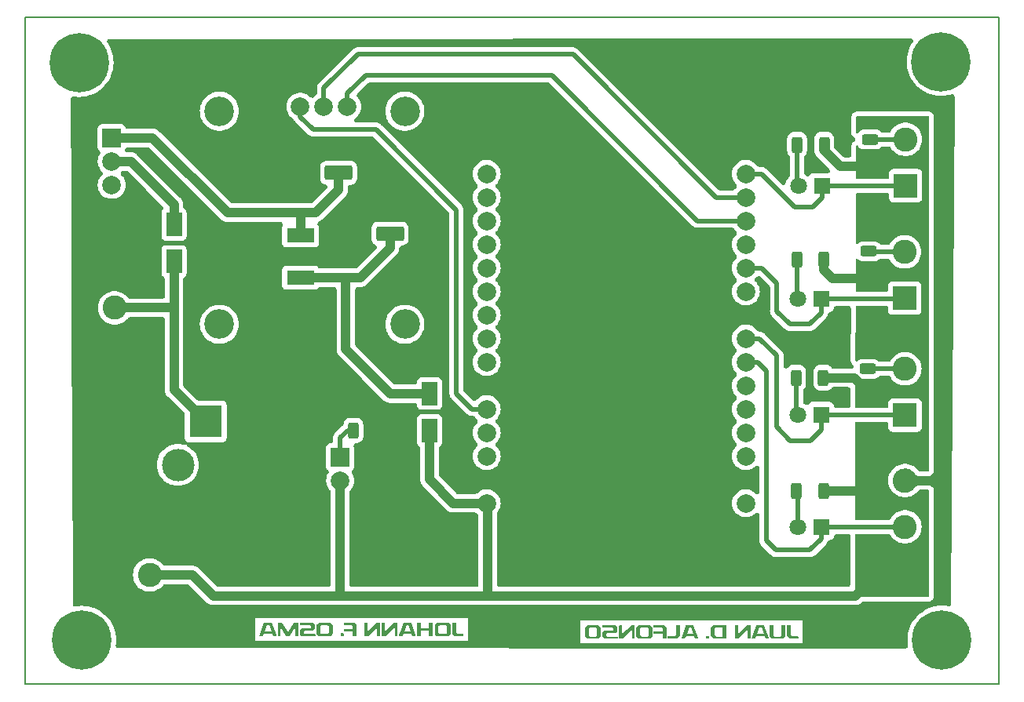
<source format=gbr>
%TF.GenerationSoftware,KiCad,Pcbnew,7.0.6*%
%TF.CreationDate,2024-03-05T09:49:15-05:00*%
%TF.ProjectId,IRON PCB 2.0,49524f4e-2050-4434-9220-322e302e6b69,rev?*%
%TF.SameCoordinates,Original*%
%TF.FileFunction,Copper,L2,Bot*%
%TF.FilePolarity,Positive*%
%FSLAX46Y46*%
G04 Gerber Fmt 4.6, Leading zero omitted, Abs format (unit mm)*
G04 Created by KiCad (PCBNEW 7.0.6) date 2024-03-05 09:49:15*
%MOMM*%
%LPD*%
G01*
G04 APERTURE LIST*
G04 Aperture macros list*
%AMRoundRect*
0 Rectangle with rounded corners*
0 $1 Rounding radius*
0 $2 $3 $4 $5 $6 $7 $8 $9 X,Y pos of 4 corners*
0 Add a 4 corners polygon primitive as box body*
4,1,4,$2,$3,$4,$5,$6,$7,$8,$9,$2,$3,0*
0 Add four circle primitives for the rounded corners*
1,1,$1+$1,$2,$3*
1,1,$1+$1,$4,$5*
1,1,$1+$1,$6,$7*
1,1,$1+$1,$8,$9*
0 Add four rect primitives between the rounded corners*
20,1,$1+$1,$2,$3,$4,$5,0*
20,1,$1+$1,$4,$5,$6,$7,0*
20,1,$1+$1,$6,$7,$8,$9,0*
20,1,$1+$1,$8,$9,$2,$3,0*%
G04 Aperture macros list end*
%ADD10C,0.300000*%
%TA.AperFunction,NonConductor*%
%ADD11C,0.300000*%
%TD*%
%TA.AperFunction,ComponentPad*%
%ADD12R,2.000000X2.000000*%
%TD*%
%TA.AperFunction,ComponentPad*%
%ADD13C,2.000000*%
%TD*%
%TA.AperFunction,ComponentPad*%
%ADD14R,2.600000X2.600000*%
%TD*%
%TA.AperFunction,ComponentPad*%
%ADD15C,2.600000*%
%TD*%
%TA.AperFunction,ComponentPad*%
%ADD16C,0.800000*%
%TD*%
%TA.AperFunction,ComponentPad*%
%ADD17C,6.400000*%
%TD*%
%TA.AperFunction,ComponentPad*%
%ADD18R,1.800000X1.800000*%
%TD*%
%TA.AperFunction,ComponentPad*%
%ADD19C,1.800000*%
%TD*%
%TA.AperFunction,WasherPad*%
%ADD20C,3.200000*%
%TD*%
%TA.AperFunction,ComponentPad*%
%ADD21R,3.500000X3.500000*%
%TD*%
%TA.AperFunction,ComponentPad*%
%ADD22C,3.500000*%
%TD*%
%TA.AperFunction,SMDPad,CuDef*%
%ADD23RoundRect,0.250000X-0.625000X0.312500X-0.625000X-0.312500X0.625000X-0.312500X0.625000X0.312500X0*%
%TD*%
%TA.AperFunction,SMDPad,CuDef*%
%ADD24RoundRect,0.250000X1.250000X0.550000X-1.250000X0.550000X-1.250000X-0.550000X1.250000X-0.550000X0*%
%TD*%
%TA.AperFunction,SMDPad,CuDef*%
%ADD25R,1.700000X2.500000*%
%TD*%
%TA.AperFunction,SMDPad,CuDef*%
%ADD26RoundRect,0.250000X0.312500X0.625000X-0.312500X0.625000X-0.312500X-0.625000X0.312500X-0.625000X0*%
%TD*%
%TA.AperFunction,SMDPad,CuDef*%
%ADD27RoundRect,0.250000X-0.312500X-0.625000X0.312500X-0.625000X0.312500X0.625000X-0.312500X0.625000X0*%
%TD*%
%TA.AperFunction,SMDPad,CuDef*%
%ADD28R,3.000000X1.600000*%
%TD*%
%TA.AperFunction,SMDPad,CuDef*%
%ADD29R,6.200000X5.800000*%
%TD*%
%TA.AperFunction,Conductor*%
%ADD30C,0.500000*%
%TD*%
%TA.AperFunction,Conductor*%
%ADD31C,1.000000*%
%TD*%
%TA.AperFunction,Profile*%
%ADD32C,0.200000*%
%TD*%
G04 APERTURE END LIST*
D10*
D11*
G36*
X112656559Y-99923248D02*
G01*
X112659007Y-99906525D01*
X112666043Y-99893207D01*
X112679114Y-99882747D01*
X112694434Y-99878276D01*
X112701988Y-99877819D01*
X113035746Y-99877819D01*
X113052469Y-99880267D01*
X113065787Y-99887303D01*
X113076247Y-99900373D01*
X113080718Y-99915693D01*
X113081175Y-99923248D01*
X113081175Y-100939909D01*
X113084044Y-100954568D01*
X113092166Y-100965188D01*
X113222226Y-101087187D01*
X113234261Y-101096016D01*
X113248632Y-101100277D01*
X113256297Y-101100743D01*
X113817201Y-101100743D01*
X113832774Y-101103190D01*
X113846971Y-101111580D01*
X113856471Y-101125276D01*
X113860228Y-101141073D01*
X113860432Y-101146172D01*
X113860432Y-101309937D01*
X113858640Y-101324571D01*
X113852364Y-101338326D01*
X113840404Y-101349249D01*
X113826422Y-101354220D01*
X113817201Y-101355000D01*
X113025122Y-101355000D01*
X113008628Y-101353614D01*
X112992710Y-101349596D01*
X112977942Y-101343151D01*
X112964900Y-101334488D01*
X112958443Y-101328621D01*
X112679274Y-101066304D01*
X112669542Y-101054575D01*
X112662421Y-101041437D01*
X112658048Y-101026995D01*
X112656559Y-101011350D01*
X112656559Y-99923248D01*
G37*
G36*
X112213988Y-99878998D02*
G01*
X112229966Y-99883071D01*
X112244217Y-99889790D01*
X112256262Y-99898878D01*
X112257588Y-99900167D01*
X112461287Y-100095439D01*
X112471170Y-100107163D01*
X112479012Y-100120527D01*
X112484559Y-100135278D01*
X112487559Y-100151163D01*
X112488032Y-100160652D01*
X112488032Y-101072533D01*
X112486601Y-101088952D01*
X112482479Y-101104382D01*
X112475917Y-101118570D01*
X112467170Y-101131262D01*
X112461287Y-101137745D01*
X112257588Y-101333018D01*
X112245853Y-101342480D01*
X112231851Y-101349367D01*
X112216063Y-101353574D01*
X112201162Y-101354977D01*
X112198970Y-101355000D01*
X111054448Y-101355000D01*
X111039622Y-101353907D01*
X111023764Y-101350041D01*
X111009559Y-101343484D01*
X110997523Y-101334338D01*
X110996196Y-101333018D01*
X110792498Y-101137745D01*
X110782423Y-101126169D01*
X110774472Y-101112810D01*
X110768874Y-101097992D01*
X110765860Y-101082037D01*
X110765387Y-101072533D01*
X110765387Y-100975446D01*
X111183775Y-100975446D01*
X111185673Y-100990272D01*
X111193616Y-101003545D01*
X111195132Y-101005122D01*
X111289288Y-101097812D01*
X111301176Y-101106483D01*
X111315602Y-101111021D01*
X111321161Y-101111367D01*
X111932257Y-101111367D01*
X111947371Y-101108694D01*
X111960487Y-101100919D01*
X111963764Y-101097812D01*
X112058286Y-101005122D01*
X112066923Y-100992948D01*
X112069613Y-100977860D01*
X112069644Y-100975446D01*
X112069644Y-100257739D01*
X112067864Y-100242913D01*
X112059863Y-100229640D01*
X112058286Y-100228063D01*
X111963764Y-100135373D01*
X111951473Y-100126056D01*
X111936842Y-100122024D01*
X111932257Y-100121817D01*
X111321161Y-100121817D01*
X111306165Y-100124373D01*
X111293037Y-100132161D01*
X111289654Y-100135373D01*
X111195132Y-100228063D01*
X111186641Y-100240237D01*
X111183810Y-100255324D01*
X111183775Y-100257739D01*
X111183775Y-100975446D01*
X110765387Y-100975446D01*
X110765387Y-100160652D01*
X110766821Y-100144191D01*
X110770970Y-100128684D01*
X110777605Y-100114452D01*
X110786494Y-100101818D01*
X110792498Y-100095439D01*
X110996196Y-99900167D01*
X111007926Y-99890802D01*
X111021888Y-99883772D01*
X111037567Y-99879353D01*
X111052290Y-99877843D01*
X111054448Y-99877819D01*
X112198970Y-99877819D01*
X112213988Y-99878998D01*
G37*
G36*
X108869085Y-99923981D02*
G01*
X108871780Y-99907755D01*
X108879280Y-99894250D01*
X108890711Y-99884296D01*
X108905199Y-99878720D01*
X108914515Y-99877819D01*
X109240212Y-99877819D01*
X109256157Y-99880521D01*
X109269343Y-99888074D01*
X109279013Y-99899652D01*
X109284406Y-99914424D01*
X109285275Y-99923981D01*
X109285275Y-100487449D01*
X110169312Y-100487449D01*
X110169312Y-99923981D01*
X110171633Y-99908048D01*
X110178411Y-99894555D01*
X110189370Y-99884467D01*
X110204234Y-99878750D01*
X110214375Y-99877819D01*
X110548499Y-99877819D01*
X110563192Y-99880521D01*
X110575820Y-99888074D01*
X110585372Y-99899652D01*
X110590834Y-99914424D01*
X110591730Y-99923981D01*
X110591730Y-101310303D01*
X110589687Y-101324903D01*
X110582800Y-101338560D01*
X110570400Y-101349349D01*
X110554815Y-101354569D01*
X110548499Y-101355000D01*
X110214375Y-101355000D01*
X110197697Y-101352600D01*
X110184483Y-101345695D01*
X110174156Y-101332845D01*
X110169761Y-101317755D01*
X110169312Y-101310303D01*
X110169312Y-100721189D01*
X109285275Y-100721189D01*
X109285275Y-101310303D01*
X109283251Y-101324903D01*
X109276330Y-101338560D01*
X109263590Y-101349349D01*
X109249301Y-101354236D01*
X109240212Y-101355000D01*
X108914515Y-101355000D01*
X108898965Y-101352683D01*
X108885691Y-101345932D01*
X108875703Y-101335045D01*
X108870016Y-101320323D01*
X108869085Y-101310303D01*
X108869085Y-99923981D01*
G37*
G36*
X108196308Y-99880604D02*
G01*
X108212258Y-99887108D01*
X108225429Y-99895120D01*
X108237291Y-99905238D01*
X108246723Y-99917229D01*
X108251762Y-99928011D01*
X108713747Y-101213583D01*
X108719009Y-101228431D01*
X108723505Y-101242569D01*
X108727263Y-101258566D01*
X108729054Y-101275181D01*
X108729134Y-101279528D01*
X108729134Y-101309204D01*
X108727405Y-101323906D01*
X108721281Y-101337858D01*
X108709431Y-101349048D01*
X108695334Y-101354189D01*
X108685903Y-101355000D01*
X108427616Y-101355000D01*
X108412208Y-101351587D01*
X108399175Y-101342654D01*
X108389152Y-101330156D01*
X108385118Y-101322393D01*
X108289131Y-101050184D01*
X107414986Y-101050184D01*
X107317166Y-101322027D01*
X107310663Y-101335370D01*
X107300398Y-101346856D01*
X107287199Y-101353621D01*
X107276866Y-101355000D01*
X106957397Y-101355000D01*
X106941722Y-101352548D01*
X106927647Y-101344124D01*
X106918360Y-101330330D01*
X106914728Y-101314367D01*
X106914532Y-101309204D01*
X106914532Y-101279528D01*
X106915474Y-101264680D01*
X106918554Y-101248548D01*
X106923280Y-101232519D01*
X106928358Y-101217930D01*
X106929919Y-101213583D01*
X107071674Y-100819009D01*
X107499616Y-100819009D01*
X108204867Y-100819009D01*
X107950244Y-100126580D01*
X107938520Y-100121817D01*
X107761933Y-100121817D01*
X107753872Y-100124748D01*
X107499616Y-100819009D01*
X107071674Y-100819009D01*
X107391905Y-99927644D01*
X107398210Y-99914228D01*
X107408303Y-99900524D01*
X107421043Y-99889750D01*
X107436314Y-99882239D01*
X107450889Y-99878712D01*
X107463712Y-99877819D01*
X108179954Y-99877819D01*
X108196308Y-99880604D01*
G37*
G36*
X105084176Y-99923614D02*
G01*
X105085968Y-99908913D01*
X105092244Y-99894960D01*
X105104204Y-99883770D01*
X105118186Y-99878629D01*
X105127407Y-99877819D01*
X105367009Y-99877819D01*
X105381643Y-99879628D01*
X105395399Y-99886059D01*
X105406321Y-99898572D01*
X105411293Y-99913547D01*
X105412072Y-99923614D01*
X105412072Y-100850882D01*
X106383670Y-99925446D01*
X106395533Y-99914564D01*
X106408022Y-99905021D01*
X106421112Y-99896853D01*
X106434778Y-99890092D01*
X106448993Y-99884774D01*
X106463732Y-99880933D01*
X106478969Y-99878603D01*
X106494678Y-99877819D01*
X106702773Y-99877819D01*
X106720551Y-99879712D01*
X106735663Y-99885234D01*
X106747969Y-99894150D01*
X106757324Y-99906226D01*
X106763586Y-99921227D01*
X106766614Y-99938918D01*
X106766887Y-99946695D01*
X106766887Y-101309937D01*
X106765095Y-101324571D01*
X106758819Y-101338326D01*
X106746859Y-101349249D01*
X106732877Y-101354220D01*
X106723656Y-101355000D01*
X106490648Y-101355000D01*
X106474929Y-101352597D01*
X106460733Y-101344328D01*
X106451316Y-101330762D01*
X106447617Y-101315031D01*
X106447418Y-101309937D01*
X106447418Y-100385966D01*
X105467393Y-101307739D01*
X105455531Y-101318605D01*
X105443041Y-101328106D01*
X105429951Y-101336216D01*
X105416285Y-101342909D01*
X105402070Y-101348160D01*
X105387331Y-101351943D01*
X105372094Y-101354231D01*
X105356385Y-101355000D01*
X105148656Y-101355000D01*
X105130732Y-101353131D01*
X105115519Y-101347670D01*
X105103150Y-101338834D01*
X105093759Y-101326842D01*
X105087481Y-101311912D01*
X105084449Y-101294262D01*
X105084176Y-101286489D01*
X105084176Y-99923614D01*
G37*
G36*
X103215718Y-99923614D02*
G01*
X103217510Y-99908913D01*
X103223786Y-99894960D01*
X103235746Y-99883770D01*
X103249729Y-99878629D01*
X103258949Y-99877819D01*
X103498551Y-99877819D01*
X103513186Y-99879628D01*
X103526941Y-99886059D01*
X103537863Y-99898572D01*
X103542835Y-99913547D01*
X103543614Y-99923614D01*
X103543614Y-100850882D01*
X104515212Y-99925446D01*
X104527075Y-99914564D01*
X104539564Y-99905021D01*
X104552654Y-99896853D01*
X104566320Y-99890092D01*
X104580535Y-99884774D01*
X104595274Y-99880933D01*
X104610511Y-99878603D01*
X104626221Y-99877819D01*
X104834316Y-99877819D01*
X104852093Y-99879712D01*
X104867206Y-99885234D01*
X104879511Y-99894150D01*
X104888866Y-99906226D01*
X104895129Y-99921227D01*
X104898156Y-99938918D01*
X104898429Y-99946695D01*
X104898429Y-101309937D01*
X104896637Y-101324571D01*
X104890361Y-101338326D01*
X104878401Y-101349249D01*
X104864419Y-101354220D01*
X104855198Y-101355000D01*
X104622191Y-101355000D01*
X104606471Y-101352597D01*
X104592275Y-101344328D01*
X104582858Y-101330762D01*
X104579159Y-101315031D01*
X104578960Y-101309937D01*
X104578960Y-100385966D01*
X103598935Y-101307739D01*
X103587073Y-101318605D01*
X103574584Y-101328106D01*
X103561493Y-101336216D01*
X103547827Y-101342909D01*
X103533612Y-101348160D01*
X103518873Y-101351943D01*
X103503636Y-101354231D01*
X103487927Y-101355000D01*
X103280198Y-101355000D01*
X103262275Y-101353131D01*
X103247061Y-101347670D01*
X103234692Y-101338834D01*
X103225301Y-101326842D01*
X103219023Y-101311912D01*
X103215992Y-101294262D01*
X103215718Y-101286489D01*
X103215718Y-99923614D01*
G37*
G36*
X100946092Y-99923248D02*
G01*
X100948516Y-99906525D01*
X100955392Y-99893207D01*
X100967932Y-99882747D01*
X100982330Y-99878276D01*
X100989323Y-99877819D01*
X102047749Y-99877819D01*
X102064210Y-99879249D01*
X102079717Y-99883372D01*
X102093949Y-99889933D01*
X102106583Y-99898681D01*
X102112962Y-99904563D01*
X102316294Y-100099836D01*
X102325679Y-100111927D01*
X102331875Y-100125230D01*
X102335692Y-100140079D01*
X102336810Y-100153691D01*
X102336810Y-101309204D01*
X102335018Y-101323906D01*
X102328742Y-101337858D01*
X102316782Y-101349048D01*
X102302800Y-101354189D01*
X102293579Y-101355000D01*
X101959455Y-101355000D01*
X101944821Y-101353191D01*
X101931066Y-101346759D01*
X101920143Y-101334247D01*
X101915172Y-101319271D01*
X101914392Y-101309204D01*
X101914392Y-100799958D01*
X101003977Y-100799958D01*
X100988404Y-100797510D01*
X100974207Y-100789120D01*
X100964707Y-100775424D01*
X100960950Y-100759627D01*
X100960746Y-100754528D01*
X100960746Y-100603220D01*
X100963171Y-100586497D01*
X100970046Y-100573179D01*
X100982587Y-100562719D01*
X100996985Y-100558248D01*
X101003977Y-100557791D01*
X101914392Y-100557791D01*
X101914392Y-100246748D01*
X101911373Y-100232159D01*
X101905233Y-100224033D01*
X101804483Y-100130976D01*
X101791862Y-100123185D01*
X101781036Y-100121817D01*
X100989323Y-100121817D01*
X100973750Y-100119475D01*
X100959553Y-100111463D01*
X100950053Y-100098420D01*
X100946295Y-100083419D01*
X100946092Y-100078586D01*
X100946092Y-99923248D01*
G37*
G36*
X100621127Y-101078761D02*
G01*
X100623821Y-101062918D01*
X100631321Y-101049633D01*
X100642752Y-101039779D01*
X100657241Y-101034232D01*
X100666556Y-101033332D01*
X100910188Y-101033332D01*
X100924881Y-101036026D01*
X100937509Y-101043526D01*
X100947061Y-101054957D01*
X100952523Y-101069446D01*
X100953419Y-101078761D01*
X100953419Y-101309937D01*
X100951376Y-101324707D01*
X100944489Y-101338483D01*
X100932089Y-101349334D01*
X100916503Y-101354568D01*
X100910188Y-101355000D01*
X100666556Y-101355000D01*
X100651007Y-101352679D01*
X100637732Y-101345901D01*
X100627745Y-101334942D01*
X100622057Y-101320078D01*
X100621127Y-101309937D01*
X100621127Y-101078761D01*
G37*
G36*
X99486493Y-99878998D02*
G01*
X99502471Y-99883071D01*
X99516722Y-99889790D01*
X99528767Y-99898878D01*
X99530094Y-99900167D01*
X99733792Y-100095439D01*
X99743675Y-100107163D01*
X99751517Y-100120527D01*
X99757064Y-100135278D01*
X99760064Y-100151163D01*
X99760537Y-100160652D01*
X99760537Y-101072533D01*
X99759106Y-101088952D01*
X99754984Y-101104382D01*
X99748422Y-101118570D01*
X99739675Y-101131262D01*
X99733792Y-101137745D01*
X99530094Y-101333018D01*
X99518359Y-101342480D01*
X99504357Y-101349367D01*
X99488569Y-101353574D01*
X99473667Y-101354977D01*
X99471475Y-101355000D01*
X98326953Y-101355000D01*
X98312127Y-101353907D01*
X98296269Y-101350041D01*
X98282065Y-101343484D01*
X98270028Y-101334338D01*
X98268702Y-101333018D01*
X98065003Y-101137745D01*
X98054928Y-101126169D01*
X98046977Y-101112810D01*
X98041380Y-101097992D01*
X98038366Y-101082037D01*
X98037892Y-101072533D01*
X98037892Y-100975446D01*
X98456280Y-100975446D01*
X98458178Y-100990272D01*
X98466121Y-101003545D01*
X98467637Y-101005122D01*
X98561793Y-101097812D01*
X98573681Y-101106483D01*
X98588107Y-101111021D01*
X98593667Y-101111367D01*
X99204762Y-101111367D01*
X99219877Y-101108694D01*
X99232992Y-101100919D01*
X99236270Y-101097812D01*
X99330792Y-101005122D01*
X99339428Y-100992948D01*
X99342118Y-100977860D01*
X99342149Y-100975446D01*
X99342149Y-100257739D01*
X99340369Y-100242913D01*
X99332368Y-100229640D01*
X99330792Y-100228063D01*
X99236270Y-100135373D01*
X99223978Y-100126056D01*
X99209347Y-100122024D01*
X99204762Y-100121817D01*
X98593667Y-100121817D01*
X98578671Y-100124373D01*
X98565542Y-100132161D01*
X98562159Y-100135373D01*
X98467637Y-100228063D01*
X98459146Y-100240237D01*
X98456315Y-100255324D01*
X98456280Y-100257739D01*
X98456280Y-100975446D01*
X98037892Y-100975446D01*
X98037892Y-100160652D01*
X98039326Y-100144191D01*
X98043476Y-100128684D01*
X98050110Y-100114452D01*
X98058999Y-100101818D01*
X98065003Y-100095439D01*
X98268702Y-99900167D01*
X98280431Y-99890802D01*
X98294393Y-99883772D01*
X98310072Y-99879353D01*
X98324795Y-99877843D01*
X98326953Y-99877819D01*
X99471475Y-99877819D01*
X99486493Y-99878998D01*
G37*
G36*
X96248935Y-99923248D02*
G01*
X96251297Y-99906525D01*
X96258152Y-99893207D01*
X96271046Y-99882747D01*
X96286368Y-99878276D01*
X96293998Y-99877819D01*
X97577372Y-99877819D01*
X97592565Y-99878886D01*
X97607106Y-99882031D01*
X97622994Y-99888208D01*
X97637440Y-99896956D01*
X97648447Y-99906395D01*
X97828698Y-100076388D01*
X97841326Y-100086811D01*
X97852751Y-100097943D01*
X97862235Y-100110495D01*
X97869038Y-100125178D01*
X97872127Y-100139552D01*
X97872662Y-100149295D01*
X97872662Y-100453377D01*
X97871957Y-100470450D01*
X97869493Y-100485480D01*
X97863701Y-100501419D01*
X97855639Y-100514558D01*
X97844167Y-100527993D01*
X97841887Y-100530314D01*
X97684351Y-100704337D01*
X97672593Y-100714034D01*
X97658171Y-100720944D01*
X97643521Y-100724278D01*
X97634159Y-100724853D01*
X96758914Y-100724853D01*
X96744243Y-100728081D01*
X96730809Y-100735040D01*
X96726674Y-100738775D01*
X96644975Y-100820474D01*
X96635450Y-100831465D01*
X96635450Y-100997794D01*
X96638225Y-101012432D01*
X96647173Y-101024173D01*
X96717515Y-101098911D01*
X96730239Y-101106382D01*
X96745120Y-101110528D01*
X96758182Y-101111367D01*
X97852512Y-101111367D01*
X97868085Y-101113729D01*
X97882282Y-101121910D01*
X97891781Y-101135445D01*
X97895539Y-101151275D01*
X97895743Y-101156430D01*
X97895743Y-101309937D01*
X97893951Y-101324571D01*
X97887674Y-101338326D01*
X97875715Y-101349249D01*
X97861732Y-101354220D01*
X97852512Y-101355000D01*
X96529204Y-101355000D01*
X96512749Y-101353782D01*
X96496482Y-101350208D01*
X96480592Y-101344393D01*
X96465268Y-101336452D01*
X96453065Y-101328295D01*
X96446039Y-101322759D01*
X96252599Y-101137745D01*
X96242990Y-101126575D01*
X96234122Y-101112449D01*
X96227887Y-101097231D01*
X96224401Y-101081014D01*
X96223656Y-101068869D01*
X96223656Y-100734745D01*
X96225080Y-100717991D01*
X96229367Y-100701480D01*
X96235338Y-100687625D01*
X96243443Y-100674139D01*
X96253698Y-100661106D01*
X96407571Y-100497341D01*
X96420032Y-100486509D01*
X96434149Y-100477615D01*
X96449648Y-100470817D01*
X96466252Y-100466274D01*
X96483688Y-100464147D01*
X96489637Y-100464002D01*
X97344364Y-100464002D01*
X97358584Y-100459365D01*
X97363415Y-100455209D01*
X97447313Y-100374975D01*
X97455750Y-100362824D01*
X97456472Y-100356657D01*
X97456472Y-100239787D01*
X97454280Y-100224726D01*
X97446104Y-100211516D01*
X97441451Y-100207180D01*
X97367812Y-100137205D01*
X97356106Y-100128119D01*
X97342146Y-100122910D01*
X97329710Y-100121817D01*
X96293998Y-100121817D01*
X96277320Y-100119434D01*
X96264106Y-100112635D01*
X96253779Y-100100139D01*
X96249384Y-100085663D01*
X96248935Y-100078586D01*
X96248935Y-99923248D01*
G37*
G36*
X93834961Y-99940101D02*
G01*
X93836662Y-99923299D01*
X93841591Y-99908772D01*
X93851402Y-99894672D01*
X93865038Y-99884590D01*
X93878999Y-99879551D01*
X93895045Y-99877819D01*
X94239427Y-99877819D01*
X94255991Y-99879812D01*
X94270624Y-99885563D01*
X94283398Y-99894726D01*
X94294380Y-99906955D01*
X94299877Y-99915188D01*
X94930390Y-100950533D01*
X95559071Y-99915554D01*
X95567344Y-99903365D01*
X95578578Y-99891857D01*
X95591429Y-99883576D01*
X95605805Y-99878846D01*
X95616957Y-99877819D01*
X95997243Y-99877819D01*
X96013289Y-99879551D01*
X96027250Y-99884590D01*
X96040886Y-99894672D01*
X96050697Y-99908772D01*
X96055626Y-99923299D01*
X96057327Y-99940101D01*
X96057327Y-101309937D01*
X96055535Y-101324571D01*
X96049259Y-101338326D01*
X96037299Y-101349249D01*
X96023316Y-101354220D01*
X96014096Y-101355000D01*
X95791346Y-101355000D01*
X95775773Y-101352638D01*
X95761576Y-101344457D01*
X95752077Y-101330922D01*
X95748319Y-101315092D01*
X95748115Y-101309937D01*
X95748115Y-100361786D01*
X95143981Y-101324591D01*
X95133866Y-101337380D01*
X95121587Y-101346939D01*
X95107041Y-101352927D01*
X95092373Y-101354966D01*
X95090125Y-101355000D01*
X94804361Y-101355000D01*
X94788321Y-101352979D01*
X94773586Y-101347077D01*
X94760775Y-101337534D01*
X94750505Y-101324591D01*
X94148203Y-100361786D01*
X94148203Y-101309937D01*
X94146411Y-101324571D01*
X94140134Y-101338326D01*
X94128174Y-101349249D01*
X94114192Y-101354220D01*
X94104972Y-101355000D01*
X93878192Y-101355000D01*
X93862619Y-101352638D01*
X93848422Y-101344457D01*
X93838922Y-101330922D01*
X93835165Y-101315092D01*
X93834961Y-101309937D01*
X93834961Y-99940101D01*
G37*
G36*
X93157787Y-99880604D02*
G01*
X93173737Y-99887108D01*
X93186908Y-99895120D01*
X93198771Y-99905238D01*
X93208202Y-99917229D01*
X93213241Y-99928011D01*
X93675226Y-101213583D01*
X93680488Y-101228431D01*
X93684984Y-101242569D01*
X93688742Y-101258566D01*
X93690533Y-101275181D01*
X93690614Y-101279528D01*
X93690614Y-101309204D01*
X93688884Y-101323906D01*
X93682761Y-101337858D01*
X93670911Y-101349048D01*
X93656814Y-101354189D01*
X93647383Y-101355000D01*
X93389096Y-101355000D01*
X93373688Y-101351587D01*
X93360654Y-101342654D01*
X93350631Y-101330156D01*
X93346598Y-101322393D01*
X93250610Y-101050184D01*
X92376465Y-101050184D01*
X92278646Y-101322027D01*
X92272143Y-101335370D01*
X92261878Y-101346856D01*
X92248679Y-101353621D01*
X92238346Y-101355000D01*
X91918876Y-101355000D01*
X91903201Y-101352548D01*
X91889127Y-101344124D01*
X91879839Y-101330330D01*
X91876207Y-101314367D01*
X91876011Y-101309204D01*
X91876011Y-101279528D01*
X91876953Y-101264680D01*
X91880034Y-101248548D01*
X91884759Y-101232519D01*
X91889837Y-101217930D01*
X91891399Y-101213583D01*
X92033153Y-100819009D01*
X92461095Y-100819009D01*
X93166346Y-100819009D01*
X92911723Y-100126580D01*
X92900000Y-100121817D01*
X92723412Y-100121817D01*
X92715352Y-100124748D01*
X92461095Y-100819009D01*
X92033153Y-100819009D01*
X92353384Y-99927644D01*
X92359689Y-99914228D01*
X92369782Y-99900524D01*
X92382522Y-99889750D01*
X92397793Y-99882239D01*
X92412369Y-99878712D01*
X92425191Y-99877819D01*
X93141434Y-99877819D01*
X93157787Y-99880604D01*
G37*
D10*
D11*
G36*
X148766559Y-100203248D02*
G01*
X148769007Y-100186525D01*
X148776043Y-100173207D01*
X148789114Y-100162747D01*
X148804434Y-100158276D01*
X148811988Y-100157819D01*
X149145746Y-100157819D01*
X149162469Y-100160267D01*
X149175787Y-100167303D01*
X149186247Y-100180373D01*
X149190718Y-100195693D01*
X149191175Y-100203248D01*
X149191175Y-101219909D01*
X149194044Y-101234568D01*
X149202166Y-101245188D01*
X149332226Y-101367187D01*
X149344261Y-101376016D01*
X149358632Y-101380277D01*
X149366297Y-101380743D01*
X149927201Y-101380743D01*
X149942774Y-101383190D01*
X149956971Y-101391580D01*
X149966471Y-101405276D01*
X149970228Y-101421073D01*
X149970432Y-101426172D01*
X149970432Y-101589937D01*
X149968640Y-101604571D01*
X149962364Y-101618326D01*
X149950404Y-101629249D01*
X149936422Y-101634220D01*
X149927201Y-101635000D01*
X149135122Y-101635000D01*
X149118628Y-101633614D01*
X149102710Y-101629596D01*
X149087942Y-101623151D01*
X149074900Y-101614488D01*
X149068443Y-101608621D01*
X148789274Y-101346304D01*
X148779542Y-101334575D01*
X148772421Y-101321437D01*
X148768048Y-101306995D01*
X148766559Y-101291350D01*
X148766559Y-100203248D01*
G37*
G36*
X146871357Y-100203248D02*
G01*
X146873722Y-100187552D01*
X146880604Y-100174272D01*
X146891681Y-100164352D01*
X146906629Y-100158734D01*
X146916786Y-100157819D01*
X147244316Y-100157819D01*
X147260182Y-100160554D01*
X147272854Y-100168131D01*
X147282833Y-100181510D01*
X147287108Y-100196286D01*
X147287547Y-100203248D01*
X147287547Y-101255812D01*
X147292249Y-101269936D01*
X147296339Y-101274497D01*
X147416140Y-101384040D01*
X147429514Y-101391208D01*
X147435558Y-101391367D01*
X148021374Y-101391367D01*
X148035985Y-101388327D01*
X148040792Y-101384040D01*
X148160226Y-101274497D01*
X148168557Y-101262151D01*
X148169385Y-101255812D01*
X148169385Y-100203248D01*
X148171687Y-100187699D01*
X148178331Y-100174424D01*
X148190739Y-100163337D01*
X148205370Y-100158346D01*
X148212616Y-100157819D01*
X148546374Y-100157819D01*
X148561178Y-100159845D01*
X148575053Y-100166788D01*
X148584964Y-100177765D01*
X148590589Y-100191831D01*
X148591803Y-100203248D01*
X148591803Y-101333482D01*
X148589853Y-101349702D01*
X148584196Y-101364944D01*
X148575127Y-101378230D01*
X148568722Y-101384406D01*
X148342309Y-101602393D01*
X148328663Y-101613157D01*
X148313510Y-101621887D01*
X148299982Y-101627536D01*
X148285850Y-101631643D01*
X148271316Y-101634151D01*
X148256580Y-101635000D01*
X147206580Y-101635000D01*
X147191845Y-101634151D01*
X147177310Y-101631643D01*
X147163179Y-101627536D01*
X147149651Y-101621887D01*
X147134497Y-101613157D01*
X147120851Y-101602393D01*
X146894438Y-101384406D01*
X146883600Y-101372630D01*
X146876011Y-101358353D01*
X146871966Y-101342556D01*
X146871357Y-101333482D01*
X146871357Y-100203248D01*
G37*
G36*
X146242176Y-100160604D02*
G01*
X146258126Y-100167108D01*
X146271297Y-100175120D01*
X146283160Y-100185238D01*
X146292591Y-100197229D01*
X146297630Y-100208011D01*
X146759616Y-101493583D01*
X146764878Y-101508431D01*
X146769374Y-101522569D01*
X146773131Y-101538566D01*
X146774923Y-101555181D01*
X146775003Y-101559528D01*
X146775003Y-101589204D01*
X146773274Y-101603906D01*
X146767150Y-101617858D01*
X146755300Y-101629048D01*
X146741203Y-101634189D01*
X146731772Y-101635000D01*
X146473485Y-101635000D01*
X146458077Y-101631587D01*
X146445044Y-101622654D01*
X146435021Y-101610156D01*
X146430987Y-101602393D01*
X146335000Y-101330184D01*
X145460854Y-101330184D01*
X145363035Y-101602027D01*
X145356532Y-101615370D01*
X145346267Y-101626856D01*
X145333068Y-101633621D01*
X145322735Y-101635000D01*
X145003265Y-101635000D01*
X144987590Y-101632548D01*
X144973516Y-101624124D01*
X144964229Y-101610330D01*
X144960596Y-101594367D01*
X144960401Y-101589204D01*
X144960401Y-101559528D01*
X144961343Y-101544680D01*
X144964423Y-101528548D01*
X144969148Y-101512519D01*
X144974227Y-101497930D01*
X144975788Y-101493583D01*
X145117542Y-101099009D01*
X145545484Y-101099009D01*
X146250736Y-101099009D01*
X145996113Y-100406580D01*
X145984389Y-100401817D01*
X145807801Y-100401817D01*
X145799741Y-100404748D01*
X145545484Y-101099009D01*
X145117542Y-101099009D01*
X145437773Y-100207644D01*
X145444079Y-100194228D01*
X145454172Y-100180524D01*
X145466912Y-100169750D01*
X145482183Y-100162239D01*
X145496758Y-100158712D01*
X145509581Y-100157819D01*
X146225823Y-100157819D01*
X146242176Y-100160604D01*
G37*
G36*
X143130045Y-100203614D02*
G01*
X143131837Y-100188913D01*
X143138113Y-100174960D01*
X143150073Y-100163770D01*
X143164055Y-100158629D01*
X143173276Y-100157819D01*
X143412878Y-100157819D01*
X143427512Y-100159628D01*
X143441267Y-100166059D01*
X143452190Y-100178572D01*
X143457162Y-100193547D01*
X143457941Y-100203614D01*
X143457941Y-101130882D01*
X144429539Y-100205446D01*
X144441401Y-100194564D01*
X144453891Y-100185021D01*
X144466981Y-100176853D01*
X144480647Y-100170092D01*
X144494862Y-100164774D01*
X144509601Y-100160933D01*
X144524838Y-100158603D01*
X144540547Y-100157819D01*
X144748642Y-100157819D01*
X144766420Y-100159712D01*
X144781532Y-100165234D01*
X144793837Y-100174150D01*
X144803193Y-100186226D01*
X144809455Y-100201227D01*
X144812483Y-100218918D01*
X144812756Y-100226695D01*
X144812756Y-101589937D01*
X144810964Y-101604571D01*
X144804688Y-101618326D01*
X144792728Y-101629249D01*
X144778746Y-101634220D01*
X144769525Y-101635000D01*
X144536517Y-101635000D01*
X144520797Y-101632597D01*
X144506602Y-101624328D01*
X144497185Y-101610762D01*
X144493486Y-101595031D01*
X144493286Y-101589937D01*
X144493286Y-100665966D01*
X143513262Y-101587739D01*
X143501399Y-101598605D01*
X143488910Y-101608106D01*
X143475820Y-101616216D01*
X143462154Y-101622909D01*
X143447939Y-101628160D01*
X143433200Y-101631943D01*
X143417963Y-101634231D01*
X143402254Y-101635000D01*
X143194525Y-101635000D01*
X143176601Y-101633131D01*
X143161388Y-101627670D01*
X143149018Y-101618834D01*
X143139628Y-101606842D01*
X143133349Y-101591912D01*
X143130318Y-101574262D01*
X143130045Y-101566489D01*
X143130045Y-100203614D01*
G37*
G36*
X142194547Y-100159118D02*
G01*
X142208788Y-100162925D01*
X142223990Y-100171000D01*
X142236069Y-100182510D01*
X142244774Y-100197186D01*
X142249853Y-100214760D01*
X142251137Y-100230725D01*
X142251137Y-101560628D01*
X142249853Y-101577182D01*
X142246088Y-101591877D01*
X142238088Y-101607469D01*
X142226663Y-101619778D01*
X142212066Y-101628596D01*
X142194547Y-101633712D01*
X142178597Y-101635000D01*
X140956039Y-101635000D01*
X140939807Y-101634127D01*
X140924523Y-101631558D01*
X140910329Y-101627370D01*
X140894935Y-101620311D01*
X140881563Y-101611159D01*
X140872142Y-101602027D01*
X140536552Y-101282923D01*
X140526136Y-101271370D01*
X140518051Y-101257553D01*
X140514486Y-101241823D01*
X140513838Y-101226137D01*
X140513838Y-101192431D01*
X140936256Y-101192431D01*
X140938929Y-101207427D01*
X140946704Y-101220556D01*
X140949811Y-101223939D01*
X141111378Y-101377812D01*
X141123957Y-101386483D01*
X141139043Y-101390691D01*
X141149480Y-101391367D01*
X141806737Y-101391367D01*
X141821420Y-101388643D01*
X141828363Y-101375009D01*
X141828719Y-101367187D01*
X141828719Y-100419769D01*
X141825101Y-100405435D01*
X141810767Y-100401817D01*
X141107348Y-100401817D01*
X141091671Y-100403565D01*
X141077092Y-100409743D01*
X141067414Y-100417571D01*
X140947979Y-100535540D01*
X140938683Y-100547905D01*
X140936256Y-100563018D01*
X140936256Y-101192431D01*
X140513838Y-101192431D01*
X140513838Y-100491210D01*
X140515383Y-100475491D01*
X140519883Y-100461077D01*
X140528219Y-100447020D01*
X140536919Y-100438087D01*
X140788611Y-100190792D01*
X140802298Y-100179994D01*
X140815048Y-100172507D01*
X140828957Y-100166474D01*
X140843965Y-100161971D01*
X140860016Y-100159072D01*
X140877049Y-100157854D01*
X140880568Y-100157819D01*
X142178597Y-100157819D01*
X142194547Y-100159118D01*
G37*
G36*
X140010819Y-101358761D02*
G01*
X140013514Y-101342918D01*
X140021014Y-101329633D01*
X140032445Y-101319779D01*
X140046934Y-101314232D01*
X140056249Y-101313332D01*
X140299881Y-101313332D01*
X140314573Y-101316026D01*
X140327202Y-101323526D01*
X140336753Y-101334957D01*
X140342216Y-101349446D01*
X140343112Y-101358761D01*
X140343112Y-101589937D01*
X140341069Y-101604707D01*
X140334182Y-101618483D01*
X140321782Y-101629334D01*
X140306196Y-101634568D01*
X140299881Y-101635000D01*
X140056249Y-101635000D01*
X140040699Y-101632679D01*
X140027425Y-101625901D01*
X140017438Y-101614942D01*
X140011750Y-101600078D01*
X140010819Y-101589937D01*
X140010819Y-101358761D01*
G37*
G36*
X138646712Y-100160604D02*
G01*
X138662662Y-100167108D01*
X138675833Y-100175120D01*
X138687696Y-100185238D01*
X138697127Y-100197229D01*
X138702166Y-100208011D01*
X139164152Y-101493583D01*
X139169414Y-101508431D01*
X139173910Y-101522569D01*
X139177667Y-101538566D01*
X139179459Y-101555181D01*
X139179539Y-101559528D01*
X139179539Y-101589204D01*
X139177810Y-101603906D01*
X139171686Y-101617858D01*
X139159836Y-101629048D01*
X139145739Y-101634189D01*
X139136308Y-101635000D01*
X138878021Y-101635000D01*
X138862613Y-101631587D01*
X138849580Y-101622654D01*
X138839557Y-101610156D01*
X138835523Y-101602393D01*
X138739535Y-101330184D01*
X137865390Y-101330184D01*
X137767571Y-101602027D01*
X137761068Y-101615370D01*
X137750803Y-101626856D01*
X137737604Y-101633621D01*
X137727271Y-101635000D01*
X137407801Y-101635000D01*
X137392126Y-101632548D01*
X137378052Y-101624124D01*
X137368765Y-101610330D01*
X137365132Y-101594367D01*
X137364937Y-101589204D01*
X137364937Y-101559528D01*
X137365878Y-101544680D01*
X137368959Y-101528548D01*
X137373684Y-101512519D01*
X137378763Y-101497930D01*
X137380324Y-101493583D01*
X137522078Y-101099009D01*
X137950020Y-101099009D01*
X138655272Y-101099009D01*
X138400648Y-100406580D01*
X138388925Y-100401817D01*
X138212337Y-100401817D01*
X138204277Y-100404748D01*
X137950020Y-101099009D01*
X137522078Y-101099009D01*
X137842309Y-100207644D01*
X137848615Y-100194228D01*
X137858708Y-100180524D01*
X137871448Y-100169750D01*
X137886719Y-100162239D01*
X137901294Y-100158712D01*
X137914117Y-100157819D01*
X138630359Y-100157819D01*
X138646712Y-100160604D01*
G37*
G36*
X136794874Y-100203248D02*
G01*
X136797236Y-100186525D01*
X136804091Y-100173207D01*
X136816985Y-100162747D01*
X136832307Y-100158276D01*
X136839937Y-100157819D01*
X137174061Y-100157819D01*
X137190784Y-100160267D01*
X137204102Y-100167303D01*
X137214562Y-100180373D01*
X137219032Y-100195693D01*
X137219490Y-100203248D01*
X137219490Y-101291350D01*
X137217950Y-101306995D01*
X137213491Y-101321437D01*
X137206352Y-101334575D01*
X137196775Y-101346304D01*
X136917606Y-101608621D01*
X136905617Y-101618459D01*
X136891655Y-101626197D01*
X136876273Y-101631627D01*
X136860024Y-101634542D01*
X136850561Y-101635000D01*
X135901311Y-101635000D01*
X135885738Y-101632638D01*
X135871542Y-101624457D01*
X135862042Y-101610922D01*
X135858284Y-101595092D01*
X135858080Y-101589937D01*
X135858080Y-101426172D01*
X135860505Y-101409449D01*
X135867381Y-101396131D01*
X135879921Y-101385671D01*
X135894319Y-101381200D01*
X135901311Y-101380743D01*
X136619752Y-101380743D01*
X136634377Y-101378869D01*
X136648306Y-101371839D01*
X136653457Y-101367187D01*
X136783883Y-101245188D01*
X136792538Y-101233098D01*
X136794874Y-101219909D01*
X136794874Y-100203248D01*
G37*
G36*
X134356720Y-100203248D02*
G01*
X134359144Y-100186525D01*
X134366020Y-100173207D01*
X134378560Y-100162747D01*
X134392958Y-100158276D01*
X134399951Y-100157819D01*
X135458377Y-100157819D01*
X135474838Y-100159249D01*
X135490345Y-100163372D01*
X135504577Y-100169933D01*
X135517211Y-100178681D01*
X135523590Y-100184563D01*
X135726922Y-100379836D01*
X135736307Y-100391927D01*
X135742503Y-100405230D01*
X135746320Y-100420079D01*
X135747438Y-100433691D01*
X135747438Y-101589204D01*
X135745647Y-101603906D01*
X135739370Y-101617858D01*
X135727410Y-101629048D01*
X135713428Y-101634189D01*
X135704207Y-101635000D01*
X135370083Y-101635000D01*
X135355449Y-101633191D01*
X135341694Y-101626759D01*
X135330771Y-101614247D01*
X135325800Y-101599271D01*
X135325020Y-101589204D01*
X135325020Y-101079958D01*
X134414605Y-101079958D01*
X134399032Y-101077510D01*
X134384835Y-101069120D01*
X134375335Y-101055424D01*
X134371578Y-101039627D01*
X134371374Y-101034528D01*
X134371374Y-100883220D01*
X134373799Y-100866497D01*
X134380674Y-100853179D01*
X134393215Y-100842719D01*
X134407613Y-100838248D01*
X134414605Y-100837791D01*
X135325020Y-100837791D01*
X135325020Y-100526748D01*
X135322001Y-100512159D01*
X135315861Y-100504033D01*
X135215111Y-100410976D01*
X135202490Y-100403185D01*
X135191664Y-100401817D01*
X134399951Y-100401817D01*
X134384378Y-100399475D01*
X134370181Y-100391463D01*
X134360681Y-100378420D01*
X134356923Y-100363419D01*
X134356720Y-100358586D01*
X134356720Y-100203248D01*
G37*
G36*
X133962509Y-100158998D02*
G01*
X133978486Y-100163071D01*
X133992738Y-100169790D01*
X134004783Y-100178878D01*
X134006109Y-100180167D01*
X134209808Y-100375439D01*
X134219691Y-100387163D01*
X134227532Y-100400527D01*
X134233079Y-100415278D01*
X134236079Y-100431163D01*
X134236552Y-100440652D01*
X134236552Y-101352533D01*
X134235122Y-101368952D01*
X134230999Y-101384382D01*
X134224438Y-101398570D01*
X134215690Y-101411262D01*
X134209808Y-101417745D01*
X134006109Y-101613018D01*
X133994374Y-101622480D01*
X133980372Y-101629367D01*
X133964584Y-101633574D01*
X133949682Y-101634977D01*
X133947491Y-101635000D01*
X132802969Y-101635000D01*
X132788142Y-101633907D01*
X132772285Y-101630041D01*
X132758080Y-101623484D01*
X132746043Y-101614338D01*
X132744717Y-101613018D01*
X132541018Y-101417745D01*
X132530944Y-101406169D01*
X132522993Y-101392810D01*
X132517395Y-101377992D01*
X132514381Y-101362037D01*
X132513907Y-101352533D01*
X132513907Y-101255446D01*
X132932295Y-101255446D01*
X132934193Y-101270272D01*
X132942137Y-101283545D01*
X132943653Y-101285122D01*
X133037808Y-101377812D01*
X133049697Y-101386483D01*
X133064122Y-101391021D01*
X133069682Y-101391367D01*
X133680778Y-101391367D01*
X133695892Y-101388694D01*
X133709008Y-101380919D01*
X133712285Y-101377812D01*
X133806807Y-101285122D01*
X133815444Y-101272948D01*
X133818133Y-101257860D01*
X133818164Y-101255446D01*
X133818164Y-100537739D01*
X133816385Y-100522913D01*
X133808383Y-100509640D01*
X133806807Y-100508063D01*
X133712285Y-100415373D01*
X133699994Y-100406056D01*
X133685362Y-100402024D01*
X133680778Y-100401817D01*
X133069682Y-100401817D01*
X133054686Y-100404373D01*
X133041557Y-100412161D01*
X133038175Y-100415373D01*
X132943653Y-100508063D01*
X132935161Y-100520237D01*
X132932330Y-100535324D01*
X132932295Y-100537739D01*
X132932295Y-101255446D01*
X132513907Y-101255446D01*
X132513907Y-100440652D01*
X132515342Y-100424191D01*
X132519491Y-100408684D01*
X132526125Y-100394452D01*
X132535015Y-100381818D01*
X132541018Y-100375439D01*
X132744717Y-100180167D01*
X132756446Y-100170802D01*
X132770408Y-100163772D01*
X132786087Y-100159353D01*
X132800810Y-100157843D01*
X132802969Y-100157819D01*
X133947491Y-100157819D01*
X133962509Y-100158998D01*
G37*
G36*
X130657540Y-100203614D02*
G01*
X130659332Y-100188913D01*
X130665608Y-100174960D01*
X130677568Y-100163770D01*
X130691550Y-100158629D01*
X130700771Y-100157819D01*
X130940373Y-100157819D01*
X130955007Y-100159628D01*
X130968762Y-100166059D01*
X130979685Y-100178572D01*
X130984656Y-100193547D01*
X130985436Y-100203614D01*
X130985436Y-101130882D01*
X131957034Y-100205446D01*
X131968896Y-100194564D01*
X131981385Y-100185021D01*
X131994476Y-100176853D01*
X132008142Y-100170092D01*
X132022357Y-100164774D01*
X132037096Y-100160933D01*
X132052333Y-100158603D01*
X132068042Y-100157819D01*
X132276137Y-100157819D01*
X132293914Y-100159712D01*
X132309027Y-100165234D01*
X132321332Y-100174150D01*
X132330687Y-100186226D01*
X132336950Y-100201227D01*
X132339977Y-100218918D01*
X132340251Y-100226695D01*
X132340251Y-101589937D01*
X132338459Y-101604571D01*
X132332183Y-101618326D01*
X132320223Y-101629249D01*
X132306240Y-101634220D01*
X132297020Y-101635000D01*
X132064012Y-101635000D01*
X132048292Y-101632597D01*
X132034097Y-101624328D01*
X132024680Y-101610762D01*
X132020981Y-101595031D01*
X132020781Y-101589937D01*
X132020781Y-100665966D01*
X131040757Y-101587739D01*
X131028894Y-101598605D01*
X131016405Y-101608106D01*
X131003315Y-101616216D01*
X130989649Y-101622909D01*
X130975434Y-101628160D01*
X130960695Y-101631943D01*
X130945458Y-101634231D01*
X130929748Y-101635000D01*
X130722020Y-101635000D01*
X130704096Y-101633131D01*
X130688882Y-101627670D01*
X130676513Y-101618834D01*
X130667122Y-101606842D01*
X130660844Y-101591912D01*
X130657813Y-101574262D01*
X130657540Y-101566489D01*
X130657540Y-100203614D01*
G37*
G36*
X128856493Y-100203248D02*
G01*
X128858855Y-100186525D01*
X128865710Y-100173207D01*
X128878604Y-100162747D01*
X128893926Y-100158276D01*
X128901556Y-100157819D01*
X130184930Y-100157819D01*
X130200122Y-100158886D01*
X130214663Y-100162031D01*
X130230552Y-100168208D01*
X130244998Y-100176956D01*
X130256004Y-100186395D01*
X130436256Y-100356388D01*
X130448884Y-100366811D01*
X130460309Y-100377943D01*
X130469793Y-100390495D01*
X130476596Y-100405178D01*
X130479684Y-100419552D01*
X130480219Y-100429295D01*
X130480219Y-100733377D01*
X130479514Y-100750450D01*
X130477051Y-100765480D01*
X130471259Y-100781419D01*
X130463197Y-100794558D01*
X130451725Y-100807993D01*
X130449445Y-100810314D01*
X130291908Y-100984337D01*
X130280150Y-100994034D01*
X130265728Y-101000944D01*
X130251078Y-101004278D01*
X130241716Y-101004853D01*
X129366472Y-101004853D01*
X129351800Y-101008081D01*
X129338367Y-101015040D01*
X129334232Y-101018775D01*
X129252533Y-101100474D01*
X129243007Y-101111465D01*
X129243007Y-101277794D01*
X129245783Y-101292432D01*
X129254731Y-101304173D01*
X129325073Y-101378911D01*
X129337797Y-101386382D01*
X129352677Y-101390528D01*
X129365739Y-101391367D01*
X130460069Y-101391367D01*
X130475642Y-101393729D01*
X130489839Y-101401910D01*
X130499339Y-101415445D01*
X130503097Y-101431275D01*
X130503300Y-101436430D01*
X130503300Y-101589937D01*
X130501508Y-101604571D01*
X130495232Y-101618326D01*
X130483272Y-101629249D01*
X130469290Y-101634220D01*
X130460069Y-101635000D01*
X129136762Y-101635000D01*
X129120307Y-101633782D01*
X129104040Y-101630208D01*
X129088150Y-101624393D01*
X129072825Y-101616452D01*
X129060622Y-101608295D01*
X129053597Y-101602759D01*
X128860157Y-101417745D01*
X128850547Y-101406575D01*
X128841680Y-101392449D01*
X128835445Y-101377231D01*
X128831958Y-101361014D01*
X128831214Y-101348869D01*
X128831214Y-101014745D01*
X128832638Y-100997991D01*
X128836924Y-100981480D01*
X128842895Y-100967625D01*
X128851001Y-100954139D01*
X128861256Y-100941106D01*
X129015129Y-100777341D01*
X129027589Y-100766509D01*
X129041706Y-100757615D01*
X129057205Y-100750817D01*
X129073810Y-100746274D01*
X129091245Y-100744147D01*
X129097194Y-100744002D01*
X129951922Y-100744002D01*
X129966142Y-100739365D01*
X129970973Y-100735209D01*
X130054870Y-100654975D01*
X130063307Y-100642824D01*
X130064030Y-100636657D01*
X130064030Y-100519787D01*
X130061838Y-100504726D01*
X130053662Y-100491516D01*
X130049009Y-100487180D01*
X129975369Y-100417205D01*
X129963664Y-100408119D01*
X129949703Y-100402910D01*
X129937267Y-100401817D01*
X128901556Y-100401817D01*
X128884877Y-100399434D01*
X128871664Y-100392635D01*
X128861336Y-100380139D01*
X128856941Y-100365663D01*
X128856493Y-100358586D01*
X128856493Y-100203248D01*
G37*
G36*
X128405496Y-100158998D02*
G01*
X128421473Y-100163071D01*
X128435725Y-100169790D01*
X128447769Y-100178878D01*
X128449096Y-100180167D01*
X128652794Y-100375439D01*
X128662677Y-100387163D01*
X128670519Y-100400527D01*
X128676066Y-100415278D01*
X128679066Y-100431163D01*
X128679539Y-100440652D01*
X128679539Y-101352533D01*
X128678108Y-101368952D01*
X128673986Y-101384382D01*
X128667424Y-101398570D01*
X128658677Y-101411262D01*
X128652794Y-101417745D01*
X128449096Y-101613018D01*
X128437361Y-101622480D01*
X128423359Y-101629367D01*
X128407571Y-101633574D01*
X128392669Y-101634977D01*
X128390478Y-101635000D01*
X127245956Y-101635000D01*
X127231129Y-101633907D01*
X127215271Y-101630041D01*
X127201067Y-101623484D01*
X127189030Y-101614338D01*
X127187704Y-101613018D01*
X126984005Y-101417745D01*
X126973930Y-101406169D01*
X126965979Y-101392810D01*
X126960382Y-101377992D01*
X126957368Y-101362037D01*
X126956894Y-101352533D01*
X126956894Y-101255446D01*
X127375282Y-101255446D01*
X127377180Y-101270272D01*
X127385123Y-101283545D01*
X127386639Y-101285122D01*
X127480795Y-101377812D01*
X127492683Y-101386483D01*
X127507109Y-101391021D01*
X127512669Y-101391367D01*
X128123764Y-101391367D01*
X128138879Y-101388694D01*
X128151994Y-101380919D01*
X128155272Y-101377812D01*
X128249794Y-101285122D01*
X128258430Y-101272948D01*
X128261120Y-101257860D01*
X128261151Y-101255446D01*
X128261151Y-100537739D01*
X128259372Y-100522913D01*
X128251370Y-100509640D01*
X128249794Y-100508063D01*
X128155272Y-100415373D01*
X128142980Y-100406056D01*
X128128349Y-100402024D01*
X128123764Y-100401817D01*
X127512669Y-100401817D01*
X127497673Y-100404373D01*
X127484544Y-100412161D01*
X127481161Y-100415373D01*
X127386639Y-100508063D01*
X127378148Y-100520237D01*
X127375317Y-100535324D01*
X127375282Y-100537739D01*
X127375282Y-101255446D01*
X126956894Y-101255446D01*
X126956894Y-100440652D01*
X126958328Y-100424191D01*
X126962478Y-100408684D01*
X126969112Y-100394452D01*
X126978002Y-100381818D01*
X126984005Y-100375439D01*
X127187704Y-100180167D01*
X127199433Y-100170802D01*
X127213395Y-100163772D01*
X127229074Y-100159353D01*
X127243797Y-100157843D01*
X127245956Y-100157819D01*
X128390478Y-100157819D01*
X128405496Y-100158998D01*
G37*
D12*
%TO.P,D6,1,K*%
%TO.N,Net-(D6-K)*%
X100570000Y-82030000D03*
D13*
%TO.P,D6,2,A*%
%TO.N,+5V*%
X100570000Y-84570000D03*
%TD*%
D14*
%TO.P,J2,1,Pin_1*%
%TO.N,GND*%
X76255000Y-60900000D03*
D15*
%TO.P,J2,2,Pin_2*%
%TO.N,VIN*%
X76255000Y-65900000D03*
%TD*%
D14*
%TO.P,J5,1,Pin_1*%
%TO.N,D4*%
X161430000Y-64860000D03*
D15*
%TO.P,J5,2,Pin_2*%
%TO.N,Net-(J5-Pin_2)*%
X161430000Y-59860000D03*
%TD*%
D14*
%TO.P,J3,1,Pin_1*%
%TO.N,+5V*%
X161470000Y-94550000D03*
D15*
%TO.P,J3,2,Pin_2*%
%TO.N,D6*%
X161470000Y-89550000D03*
%TO.P,J3,3,Pin_3*%
%TO.N,GND*%
X161470000Y-84550000D03*
%TD*%
D16*
%TO.P,H3,1*%
%TO.N,N/C*%
X70040000Y-39430000D03*
X70742944Y-37732944D03*
X70742944Y-41127056D03*
X72440000Y-37030000D03*
D17*
X72440000Y-39430000D03*
D16*
X72440000Y-41830000D03*
X74137056Y-37732944D03*
X74137056Y-41127056D03*
X74840000Y-39430000D03*
%TD*%
D12*
%TO.P,SW1,1,A*%
%TO.N,VCC*%
X75940000Y-47560000D03*
D13*
%TO.P,SW1,2,B*%
%TO.N,DOUT*%
X75940000Y-50100000D03*
%TO.P,SW1,3,C*%
%TO.N,unconnected-(SW1-C-Pad3)*%
X75940000Y-52640000D03*
%TD*%
D18*
%TO.P,D7,1,K*%
%TO.N,D6*%
X152455000Y-89570000D03*
D19*
%TO.P,D7,2,A*%
%TO.N,Net-(D7-A)*%
X149915000Y-89570000D03*
%TD*%
D20*
%TO.P,Brd1,*%
%TO.N,*%
X87550000Y-44680000D03*
X87550000Y-67680000D03*
X107550000Y-44680000D03*
X107550000Y-67680000D03*
D13*
%TO.P,Brd1,1,GND*%
%TO.N,GND*%
X93740000Y-44180000D03*
%TO.P,Brd1,2,VCC*%
%TO.N,+3.3V*%
X96280000Y-44180000D03*
%TO.P,Brd1,3,SCL*%
%TO.N,SCL*%
X98820000Y-44180000D03*
%TO.P,Brd1,4,SDA*%
%TO.N,SDA*%
X101360000Y-44180000D03*
%TD*%
D14*
%TO.P,J7,1,Pin_1*%
%TO.N,GND*%
X80041836Y-89739885D03*
D15*
%TO.P,J7,2,Pin_2*%
%TO.N,+5V*%
X80041836Y-94739885D03*
%TD*%
D16*
%TO.P,H4,1*%
%TO.N,N/C*%
X70320000Y-101780000D03*
X71022944Y-100082944D03*
X71022944Y-103477056D03*
X72720000Y-99380000D03*
D17*
X72720000Y-101780000D03*
D16*
X72720000Y-104180000D03*
X74417056Y-100082944D03*
X74417056Y-103477056D03*
X75120000Y-101780000D03*
%TD*%
%TO.P,H1,1*%
%TO.N,N/C*%
X163040000Y-101760000D03*
X163742944Y-100062944D03*
X163742944Y-103457056D03*
X165440000Y-99360000D03*
D17*
X165440000Y-101760000D03*
D16*
X165440000Y-104160000D03*
X167137056Y-100062944D03*
X167137056Y-103457056D03*
X167840000Y-101760000D03*
%TD*%
D14*
%TO.P,J6,1,Pin_1*%
%TO.N,D0*%
X161530000Y-52720000D03*
D15*
%TO.P,J6,2,Pin_2*%
%TO.N,Net-(J6-Pin_2)*%
X161530000Y-47720000D03*
%TD*%
D21*
%TO.P,J1,1*%
%TO.N,VIN*%
X86080000Y-78160000D03*
D22*
%TO.P,J1,2*%
%TO.N,GND*%
X80080000Y-78160000D03*
%TO.P,J1,3*%
%TO.N,N/C*%
X83080000Y-82860000D03*
%TD*%
D18*
%TO.P,D3,1,K*%
%TO.N,D0*%
X152515000Y-52760000D03*
D19*
%TO.P,D3,2,A*%
%TO.N,Net-(D3-A)*%
X149975000Y-52760000D03*
%TD*%
D16*
%TO.P,H2,1*%
%TO.N,N/C*%
X162957056Y-39327056D03*
X163660000Y-37630000D03*
X163660000Y-41024112D03*
X165357056Y-36927056D03*
D17*
X165357056Y-39327056D03*
D16*
X165357056Y-41727056D03*
X167054112Y-37630000D03*
X167054112Y-41024112D03*
X167757056Y-39327056D03*
%TD*%
D14*
%TO.P,J4,1,Pin_1*%
%TO.N,D5*%
X161470000Y-77490000D03*
D15*
%TO.P,J4,2,Pin_2*%
%TO.N,Net-(J4-Pin_2)*%
X161470000Y-72490000D03*
%TD*%
D18*
%TO.P,D4,1,K*%
%TO.N,D4*%
X152425000Y-64940000D03*
D19*
%TO.P,D4,2,A*%
%TO.N,Net-(D4-A)*%
X149885000Y-64940000D03*
%TD*%
D13*
%TO.P,U8266,1,A0(ADC0)*%
%TO.N,unconnected-(U8266-A0(ADC0)-Pad1)*%
X116370000Y-51440000D03*
%TO.P,U8266,2,RSV*%
%TO.N,unconnected-(U8266-RSV-Pad2)*%
X116370000Y-53980000D03*
%TO.P,U8266,3,RSV*%
%TO.N,unconnected-(U8266-RSV-Pad3)*%
X116370000Y-56520000D03*
%TO.P,U8266,4,SD3(GPIO10)*%
%TO.N,unconnected-(U8266-SD3(GPIO10)-Pad4)*%
X116370000Y-59060000D03*
%TO.P,U8266,5,SD2(GPIO9)*%
%TO.N,unconnected-(U8266-SD2(GPIO9)-Pad5)*%
X116370000Y-61600000D03*
%TO.P,U8266,6,SD1(MOSI)*%
%TO.N,unconnected-(U8266-SD1(MOSI)-Pad6)*%
X116370000Y-64140000D03*
%TO.P,U8266,7,CMD(CS)*%
%TO.N,unconnected-(U8266-CMD(CS)-Pad7)*%
X116370000Y-66680000D03*
%TO.P,U8266,8,SDO(MISO)*%
%TO.N,unconnected-(U8266-SDO(MISO)-Pad8)*%
X116370000Y-69220000D03*
%TO.P,U8266,9,CLK(SCLK)*%
%TO.N,unconnected-(U8266-CLK(SCLK)-Pad9)*%
X116370000Y-71760000D03*
%TO.P,U8266,10,GND*%
%TO.N,GND*%
X116370000Y-74300000D03*
%TO.P,U8266,11,3.3V*%
%TO.N,+3.3V*%
X116370000Y-76840000D03*
%TO.P,U8266,12,EN*%
%TO.N,unconnected-(U8266-EN-Pad12)*%
X116370000Y-79380000D03*
%TO.P,U8266,13,RST*%
%TO.N,unconnected-(U8266-RST-Pad13)*%
X116370000Y-81920000D03*
%TO.P,U8266,14,GND*%
%TO.N,GND*%
X116370000Y-84460000D03*
%TO.P,U8266,15,VIN*%
%TO.N,+5V*%
X116370000Y-87000000D03*
%TO.P,U8266,16,3.3V*%
%TO.N,unconnected-(U8266-3.3V-Pad16)*%
X144310000Y-87000000D03*
%TO.P,U8266,17,GND*%
%TO.N,GND*%
X144310000Y-84460000D03*
%TO.P,U8266,18,TX(GPIO1)*%
%TO.N,unconnected-(U8266-TX(GPIO1)-Pad18)*%
X144310000Y-81920000D03*
%TO.P,U8266,19,RX(DPIO3)*%
%TO.N,unconnected-(U8266-RX(DPIO3)-Pad19)*%
X144310000Y-79380000D03*
%TO.P,U8266,20,D8(GPIO15)*%
%TO.N,unconnected-(U8266-D8(GPIO15)-Pad20)*%
X144310000Y-76840000D03*
%TO.P,U8266,21,D7(GPIO13)*%
%TO.N,unconnected-(U8266-D7(GPIO13)-Pad21)*%
X144310000Y-74300000D03*
%TO.P,U8266,22,D6(GPIO12)*%
%TO.N,D6*%
X144310000Y-71760000D03*
%TO.P,U8266,23,D5(GPIO14)*%
%TO.N,D5*%
X144310000Y-69220000D03*
%TO.P,U8266,24,GND*%
%TO.N,GND*%
X144310000Y-66680000D03*
%TO.P,U8266,25,3.3V*%
%TO.N,unconnected-(U8266-3.3V-Pad25)*%
X144310000Y-64140000D03*
%TO.P,U8266,26,D4(GPIO2)*%
%TO.N,D4*%
X144310000Y-61600000D03*
%TO.P,U8266,27,D3(GPIO0)*%
%TO.N,unconnected-(U8266-D3(GPIO0)-Pad27)*%
X144310000Y-59060000D03*
%TO.P,U8266,28,D2(GPIO4)*%
%TO.N,SDA*%
X144310000Y-56520000D03*
%TO.P,U8266,29,D1(GPIO5)*%
%TO.N,SCL*%
X144310000Y-53980000D03*
%TO.P,U8266,30,D0(GPIO16)*%
%TO.N,D0*%
X144310000Y-51440000D03*
%TD*%
D18*
%TO.P,D5,1,K*%
%TO.N,D5*%
X152425000Y-77460000D03*
D19*
%TO.P,D5,2,A*%
%TO.N,Net-(D5-A)*%
X149885000Y-77460000D03*
%TD*%
D23*
%TO.P,R7,1*%
%TO.N,Net-(J4-Pin_2)*%
X157480000Y-72497500D03*
%TO.P,R7,2*%
%TO.N,+5V*%
X157480000Y-75422500D03*
%TD*%
D24*
%TO.P,C2,1*%
%TO.N,+5V*%
X105950000Y-57900000D03*
%TO.P,C2,2*%
%TO.N,GND*%
X101550000Y-57900000D03*
%TD*%
D25*
%TO.P,D1,1,K*%
%TO.N,VIN*%
X82660000Y-60900000D03*
%TO.P,D1,2,A*%
%TO.N,DOUT*%
X82660000Y-56900000D03*
%TD*%
D26*
%TO.P,R5,1*%
%TO.N,Net-(D6-K)*%
X101995000Y-79145000D03*
%TO.P,R5,2*%
%TO.N,GND*%
X99070000Y-79145000D03*
%TD*%
D24*
%TO.P,C1,1*%
%TO.N,VCC*%
X100410000Y-51320000D03*
%TO.P,C1,2*%
%TO.N,GND*%
X96010000Y-51320000D03*
%TD*%
D27*
%TO.P,R2,1*%
%TO.N,Net-(D3-A)*%
X149837500Y-48300000D03*
%TO.P,R2,2*%
%TO.N,+5V*%
X152762500Y-48300000D03*
%TD*%
D23*
%TO.P,R9,1*%
%TO.N,Net-(J6-Pin_2)*%
X157700000Y-47737500D03*
%TO.P,R9,2*%
%TO.N,+5V*%
X157700000Y-50662500D03*
%TD*%
D27*
%TO.P,R3,1*%
%TO.N,Net-(D4-A)*%
X149827500Y-60670000D03*
%TO.P,R3,2*%
%TO.N,+5V*%
X152752500Y-60670000D03*
%TD*%
D23*
%TO.P,R8,1*%
%TO.N,Net-(J5-Pin_2)*%
X157570000Y-59797500D03*
%TO.P,R8,2*%
%TO.N,+5V*%
X157570000Y-62722500D03*
%TD*%
D25*
%TO.P,D2,1,K*%
%TO.N,+5V*%
X110210000Y-75160000D03*
%TO.P,D2,2,A*%
X110210000Y-79160000D03*
%TD*%
D27*
%TO.P,R4,1*%
%TO.N,Net-(D5-A)*%
X149737500Y-73450000D03*
%TO.P,R4,2*%
%TO.N,+5V*%
X152662500Y-73450000D03*
%TD*%
%TO.P,R1,1*%
%TO.N,Net-(D7-A)*%
X149767500Y-85690000D03*
%TO.P,R1,2*%
%TO.N,+5V*%
X152692500Y-85690000D03*
%TD*%
D28*
%TO.P,U7805,1,IN*%
%TO.N,VCC*%
X96290000Y-58085000D03*
%TO.P,U7805,3,OUT*%
%TO.N,+5V*%
X96290000Y-62655000D03*
D29*
%TO.P,U7805,4,GND*%
%TO.N,GND*%
X89120000Y-60370000D03*
%TD*%
D30*
%TO.N,GND*%
X161352500Y-84707500D02*
X161490000Y-84570000D01*
D31*
X161470000Y-84550000D02*
X165120000Y-84550000D01*
D30*
%TO.N,+3.3V*%
X97650000Y-46650000D02*
X104420000Y-46650000D01*
X96280000Y-44180000D02*
X96280000Y-45280000D01*
X114800000Y-76840000D02*
X116370000Y-76840000D01*
X113120000Y-55350000D02*
X113120000Y-75160000D01*
X96280000Y-45280000D02*
X97650000Y-46650000D01*
X113120000Y-75160000D02*
X114800000Y-76840000D01*
X104420000Y-46650000D02*
X113120000Y-55350000D01*
%TO.N,SCL*%
X102480000Y-38530000D02*
X98820000Y-42190000D01*
X98820000Y-42190000D02*
X98820000Y-44180000D01*
X125670000Y-38530000D02*
X102480000Y-38530000D01*
X144310000Y-53980000D02*
X141120000Y-53980000D01*
X141120000Y-53980000D02*
X125670000Y-38530000D01*
%TO.N,SDA*%
X101360000Y-44180000D02*
X101360000Y-42790000D01*
X101360000Y-42790000D02*
X103340000Y-40810000D01*
X139100000Y-56520000D02*
X144310000Y-56520000D01*
X123390000Y-40810000D02*
X139100000Y-56520000D01*
X103340000Y-40810000D02*
X123390000Y-40810000D01*
D31*
%TO.N,VCC*%
X100410000Y-53180000D02*
X97960000Y-55630000D01*
X88420000Y-55630000D02*
X80350000Y-47560000D01*
X96290000Y-55720000D02*
X96290000Y-58085000D01*
X80350000Y-47560000D02*
X75940000Y-47560000D01*
X97960000Y-55630000D02*
X88420000Y-55630000D01*
X100410000Y-51320000D02*
X100410000Y-53180000D01*
%TO.N,+5V*%
X100570000Y-84570000D02*
X100570000Y-96650000D01*
X116370000Y-87000000D02*
X116030000Y-87340000D01*
X156030000Y-73450000D02*
X157480000Y-74900000D01*
X112780000Y-87000000D02*
X110210000Y-84430000D01*
X105960000Y-75160000D02*
X110210000Y-75160000D01*
X101195000Y-62655000D02*
X101195000Y-70395000D01*
X84649885Y-94739885D02*
X86900000Y-96990000D01*
X152692500Y-85690000D02*
X156870000Y-85690000D01*
X110210000Y-84430000D02*
X110210000Y-79160000D01*
X100910000Y-96990000D02*
X116390000Y-96990000D01*
X101195000Y-62655000D02*
X96290000Y-62655000D01*
X152662500Y-73450000D02*
X156030000Y-73450000D01*
X86900000Y-96990000D02*
X100910000Y-96990000D01*
X80041836Y-94739885D02*
X84649885Y-94739885D01*
X156870000Y-85690000D02*
X157100000Y-85920000D01*
X116390000Y-96990000D02*
X156100000Y-96990000D01*
X105950000Y-57900000D02*
X105950000Y-59430000D01*
X152752500Y-61812500D02*
X152752500Y-60670000D01*
X101195000Y-70395000D02*
X105960000Y-75160000D01*
X157570000Y-62722500D02*
X153662500Y-62722500D01*
X116500000Y-96880000D02*
X116390000Y-96990000D01*
X152762500Y-48952500D02*
X152762500Y-48300000D01*
X116500000Y-87130000D02*
X116500000Y-96880000D01*
X102725000Y-62655000D02*
X101195000Y-62655000D01*
X116370000Y-87000000D02*
X112780000Y-87000000D01*
X157700000Y-50662500D02*
X154472500Y-50662500D01*
X156100000Y-96990000D02*
X157120000Y-95970000D01*
X105950000Y-59430000D02*
X102725000Y-62655000D01*
X154472500Y-50662500D02*
X152762500Y-48952500D01*
X157480000Y-74900000D02*
X157480000Y-75422500D01*
X116370000Y-87000000D02*
X116500000Y-87130000D01*
X153662500Y-62722500D02*
X152752500Y-61812500D01*
X100570000Y-96650000D02*
X100910000Y-96990000D01*
%TO.N,DOUT*%
X82660000Y-56900000D02*
X82660000Y-54750000D01*
X82660000Y-54750000D02*
X78010000Y-50100000D01*
X78010000Y-50100000D02*
X75940000Y-50100000D01*
D30*
%TO.N,D4*%
X147670000Y-63270000D02*
X147670000Y-66250000D01*
X156440000Y-64940000D02*
X161350000Y-64940000D01*
X149060000Y-67640000D02*
X147670000Y-66250000D01*
X151230000Y-67640000D02*
X149060000Y-67640000D01*
X152425000Y-66445000D02*
X151230000Y-67640000D01*
X152425000Y-64940000D02*
X152425000Y-66445000D01*
X146000000Y-61600000D02*
X147670000Y-63270000D01*
X144310000Y-61600000D02*
X146000000Y-61600000D01*
X161350000Y-64940000D02*
X161430000Y-64860000D01*
X152425000Y-64940000D02*
X156440000Y-64940000D01*
%TO.N,D5*%
X147650000Y-78770000D02*
X149110000Y-80230000D01*
X157240000Y-77460000D02*
X161440000Y-77460000D01*
X151270000Y-80230000D02*
X152425000Y-79075000D01*
X144310000Y-69220000D02*
X145800000Y-69220000D01*
X152425000Y-79075000D02*
X152425000Y-77460000D01*
X145800000Y-69220000D02*
X147650000Y-71070000D01*
X149110000Y-80230000D02*
X151270000Y-80230000D01*
X152425000Y-77460000D02*
X157240000Y-77460000D01*
X161440000Y-77460000D02*
X161470000Y-77490000D01*
X147650000Y-71070000D02*
X147650000Y-78770000D01*
X157220000Y-77460000D02*
X157240000Y-77460000D01*
%TO.N,D6*%
X152475000Y-89550000D02*
X152455000Y-89570000D01*
X146540000Y-72710000D02*
X146540000Y-91030000D01*
X146540000Y-91030000D02*
X147570000Y-92060000D01*
X152455000Y-90815000D02*
X152455000Y-89570000D01*
X157160000Y-89550000D02*
X152475000Y-89550000D01*
X161470000Y-89550000D02*
X157160000Y-89550000D01*
X151210000Y-92060000D02*
X152455000Y-90815000D01*
X147570000Y-92060000D02*
X151210000Y-92060000D01*
X145590000Y-71760000D02*
X146540000Y-72710000D01*
X144310000Y-71760000D02*
X145590000Y-71760000D01*
%TO.N,Net-(D6-K)*%
X100570000Y-79950000D02*
X100570000Y-82030000D01*
X101995000Y-79145000D02*
X101375000Y-79145000D01*
X101375000Y-79145000D02*
X100570000Y-79950000D01*
D31*
%TO.N,VIN*%
X86080000Y-78160000D02*
X82660000Y-74740000D01*
X82660000Y-65640000D02*
X82660000Y-62730000D01*
X82660000Y-74740000D02*
X82660000Y-65640000D01*
X76255000Y-65900000D02*
X82400000Y-65900000D01*
X82660000Y-60900000D02*
X82660000Y-62730000D01*
D30*
%TO.N,Net-(J4-Pin_2)*%
X161447500Y-72467500D02*
X161470000Y-72490000D01*
X157560000Y-72467500D02*
X161447500Y-72467500D01*
%TO.N,Net-(J5-Pin_2)*%
X161430000Y-59860000D02*
X157632500Y-59860000D01*
X157632500Y-59860000D02*
X157570000Y-59797500D01*
%TO.N,Net-(J6-Pin_2)*%
X157717500Y-47720000D02*
X157700000Y-47737500D01*
X161530000Y-47720000D02*
X157717500Y-47720000D01*
%TO.N,Net-(D3-A)*%
X149837500Y-52622500D02*
X149975000Y-52760000D01*
X149837500Y-48300000D02*
X149837500Y-52622500D01*
%TO.N,Net-(D4-A)*%
X149827500Y-64882500D02*
X149885000Y-64940000D01*
X149827500Y-60670000D02*
X149827500Y-64882500D01*
%TO.N,Net-(D5-A)*%
X149737500Y-77312500D02*
X149885000Y-77460000D01*
X149737500Y-73450000D02*
X149737500Y-77312500D01*
%TO.N,Net-(D7-A)*%
X149915000Y-89570000D02*
X149915000Y-85837500D01*
X149915000Y-85837500D02*
X149767500Y-85690000D01*
%TO.N,D0*%
X158240000Y-52760000D02*
X161490000Y-52760000D01*
X152515000Y-52760000D02*
X157070000Y-52760000D01*
X152515000Y-54045000D02*
X152515000Y-52760000D01*
X144310000Y-51440000D02*
X145990000Y-51440000D01*
X145990000Y-51440000D02*
X149620000Y-55070000D01*
X157070000Y-52760000D02*
X158240000Y-52760000D01*
X151490000Y-55070000D02*
X152515000Y-54045000D01*
X149620000Y-55070000D02*
X151490000Y-55070000D01*
X161490000Y-52760000D02*
X161530000Y-52720000D01*
%TD*%
%TA.AperFunction,Conductor*%
%TO.N,GND*%
G36*
X162198843Y-36855020D02*
G01*
X162279666Y-36908933D01*
X162333706Y-36989673D01*
X162352734Y-37084946D01*
X162333854Y-37180249D01*
X162312563Y-37220755D01*
X162147931Y-37474266D01*
X162147928Y-37474271D01*
X161971842Y-37819860D01*
X161832842Y-38181969D01*
X161732453Y-38556627D01*
X161671779Y-38939710D01*
X161671778Y-38939718D01*
X161651478Y-39327056D01*
X161671778Y-39714394D01*
X161671778Y-39714399D01*
X161671779Y-39714401D01*
X161729241Y-40077207D01*
X161732454Y-40097489D01*
X161772893Y-40248409D01*
X161832842Y-40472142D01*
X161971842Y-40834251D01*
X162147928Y-41179840D01*
X162147931Y-41179845D01*
X162359180Y-41505141D01*
X162592546Y-41793323D01*
X162603275Y-41806572D01*
X162877540Y-42080837D01*
X162877545Y-42080841D01*
X162877546Y-42080842D01*
X163178970Y-42324931D01*
X163178972Y-42324932D01*
X163504267Y-42536181D01*
X163504271Y-42536183D01*
X163830253Y-42702279D01*
X163849862Y-42712270D01*
X164211969Y-42851270D01*
X164586623Y-42951658D01*
X164969718Y-43012334D01*
X165357056Y-43032634D01*
X165744394Y-43012334D01*
X166127489Y-42951658D01*
X166127493Y-42951656D01*
X166127497Y-42951656D01*
X166247396Y-42919529D01*
X166501550Y-42851428D01*
X166598495Y-42845074D01*
X166690494Y-42876303D01*
X166763539Y-42940362D01*
X166806509Y-43027498D01*
X166814988Y-43093637D01*
X166442462Y-97882300D01*
X166422861Y-97977457D01*
X166368336Y-98057870D01*
X166287190Y-98111296D01*
X166191775Y-98129601D01*
X166154516Y-98126541D01*
X165827344Y-98074723D01*
X165827345Y-98074723D01*
X165827343Y-98074722D01*
X165827338Y-98074722D01*
X165440000Y-98054422D01*
X165052662Y-98074722D01*
X165052656Y-98074722D01*
X165052654Y-98074723D01*
X164669571Y-98135397D01*
X164669567Y-98135397D01*
X164669567Y-98135398D01*
X164594930Y-98155397D01*
X164294913Y-98235786D01*
X163932804Y-98374786D01*
X163587215Y-98550872D01*
X163587210Y-98550875D01*
X163261914Y-98762124D01*
X162960490Y-99006213D01*
X162686213Y-99280490D01*
X162442124Y-99581914D01*
X162230875Y-99907210D01*
X162230872Y-99907215D01*
X162054786Y-100252804D01*
X161915786Y-100614913D01*
X161815397Y-100989571D01*
X161754723Y-101372654D01*
X161754722Y-101372662D01*
X161734422Y-101760000D01*
X161754722Y-102147338D01*
X161789720Y-102368307D01*
X161785905Y-102465387D01*
X161745230Y-102553617D01*
X161673886Y-102619566D01*
X161582736Y-102653193D01*
X161543759Y-102656258D01*
X76620777Y-102647284D01*
X76525491Y-102628320D01*
X76444715Y-102574335D01*
X76390747Y-102493548D01*
X76371803Y-102398258D01*
X76374869Y-102359332D01*
X76405278Y-102167338D01*
X76425578Y-101780000D01*
X76405278Y-101392662D01*
X76344602Y-101009567D01*
X76244214Y-100634913D01*
X76105214Y-100272806D01*
X76095022Y-100252804D01*
X75929127Y-99927215D01*
X75929124Y-99927210D01*
X75717875Y-99601914D01*
X75536001Y-99377319D01*
X91375511Y-99377319D01*
X91375511Y-101855500D01*
X91375512Y-101855500D01*
X114360931Y-101855500D01*
X114360932Y-101855500D01*
X114360932Y-99657319D01*
X126456394Y-99657319D01*
X126456394Y-102135500D01*
X126456395Y-102135500D01*
X150470931Y-102135500D01*
X150470932Y-102135500D01*
X150470932Y-99657319D01*
X126456394Y-99657319D01*
X114360932Y-99657319D01*
X114360932Y-99377319D01*
X91375511Y-99377319D01*
X75536001Y-99377319D01*
X75473786Y-99300490D01*
X75473785Y-99300489D01*
X75473781Y-99300484D01*
X75199516Y-99026219D01*
X75199509Y-99026213D01*
X74898085Y-98782124D01*
X74572789Y-98570875D01*
X74572784Y-98570872D01*
X74227195Y-98394786D01*
X74046140Y-98325286D01*
X73865087Y-98255786D01*
X73490433Y-98155398D01*
X73490429Y-98155397D01*
X73490428Y-98155397D01*
X73107344Y-98094723D01*
X73107345Y-98094723D01*
X73107343Y-98094722D01*
X73107338Y-98094722D01*
X72720000Y-98074422D01*
X72719999Y-98074422D01*
X72332662Y-98094722D01*
X72038320Y-98141341D01*
X71941240Y-98137526D01*
X71853010Y-98096851D01*
X71787061Y-98025507D01*
X71753434Y-97934357D01*
X71750371Y-97896429D01*
X71737495Y-94739884D01*
X78236287Y-94739884D01*
X78256452Y-95008985D01*
X78316499Y-95272072D01*
X78316503Y-95272083D01*
X78415092Y-95523280D01*
X78415093Y-95523283D01*
X78550024Y-95756992D01*
X78718273Y-95967968D01*
X78718275Y-95967970D01*
X78916095Y-96151520D01*
X79139062Y-96303536D01*
X79382195Y-96420623D01*
X79640064Y-96500165D01*
X79906907Y-96540385D01*
X79906910Y-96540385D01*
X80176762Y-96540385D01*
X80176765Y-96540385D01*
X80443608Y-96500165D01*
X80701477Y-96420623D01*
X80944611Y-96303536D01*
X81167577Y-96151520D01*
X81365397Y-95967970D01*
X81470314Y-95836409D01*
X81472127Y-95834136D01*
X81546357Y-95771454D01*
X81638924Y-95741951D01*
X81666803Y-95740385D01*
X84132324Y-95740385D01*
X84227612Y-95759339D01*
X84308393Y-95813315D01*
X86183548Y-97688468D01*
X86244943Y-97753055D01*
X86293339Y-97786739D01*
X86300891Y-97792432D01*
X86346593Y-97829698D01*
X86373529Y-97843768D01*
X86387013Y-97851938D01*
X86411951Y-97869295D01*
X86411953Y-97869296D01*
X86411955Y-97869297D01*
X86411954Y-97869297D01*
X86466142Y-97892551D01*
X86474691Y-97896611D01*
X86526939Y-97923903D01*
X86526940Y-97923903D01*
X86526951Y-97923909D01*
X86556161Y-97932266D01*
X86571008Y-97937551D01*
X86598942Y-97949540D01*
X86656731Y-97961414D01*
X86665889Y-97963663D01*
X86699320Y-97973229D01*
X86722574Y-97979884D01*
X86722576Y-97979884D01*
X86722582Y-97979886D01*
X86752877Y-97982193D01*
X86768482Y-97984380D01*
X86798259Y-97990500D01*
X86857225Y-97990500D01*
X86866682Y-97990860D01*
X86883160Y-97992114D01*
X86925476Y-97995337D01*
X86955623Y-97991497D01*
X86971360Y-97990500D01*
X100808259Y-97990500D01*
X100867224Y-97990500D01*
X100876681Y-97990860D01*
X100935474Y-97995337D01*
X100935474Y-97995336D01*
X100935477Y-97995337D01*
X100965624Y-97991497D01*
X100981361Y-97990500D01*
X116288259Y-97990500D01*
X116377284Y-97990500D01*
X116466361Y-97992757D01*
X116466361Y-97992756D01*
X116466363Y-97992757D01*
X116466364Y-97992756D01*
X116478955Y-97991798D01*
X116479005Y-97992464D01*
X116501094Y-97990500D01*
X156087284Y-97990500D01*
X156176360Y-97992757D01*
X156176360Y-97992756D01*
X156176363Y-97992757D01*
X156234431Y-97982348D01*
X156243753Y-97981041D01*
X156302438Y-97975074D01*
X156331432Y-97965976D01*
X156346743Y-97962218D01*
X156376653Y-97956858D01*
X156431434Y-97934975D01*
X156440290Y-97931822D01*
X156496588Y-97914159D01*
X156523151Y-97899414D01*
X156537399Y-97892647D01*
X156565617Y-97881377D01*
X156614855Y-97848925D01*
X156622928Y-97844034D01*
X156674502Y-97815409D01*
X156697557Y-97795614D01*
X156710147Y-97786122D01*
X156735519Y-97769402D01*
X156777238Y-97727680D01*
X156784144Y-97721281D01*
X156828895Y-97682866D01*
X156828903Y-97682855D01*
X156837595Y-97673713D01*
X156839190Y-97675229D01*
X156899080Y-97623144D01*
X156991208Y-97592296D01*
X157023923Y-97590301D01*
X163972868Y-97624874D01*
X164081606Y-97613594D01*
X164133734Y-97602390D01*
X164237504Y-97567995D01*
X164358543Y-97490207D01*
X164411347Y-97444452D01*
X164505567Y-97335718D01*
X164565338Y-97204841D01*
X164585023Y-97137802D01*
X164585024Y-97137798D01*
X164605500Y-96995382D01*
X164605500Y-85674500D01*
X164593947Y-85567044D01*
X164593946Y-85567038D01*
X164593946Y-85567037D01*
X164582743Y-85515539D01*
X164582742Y-85515536D01*
X164575833Y-85494778D01*
X164548613Y-85412996D01*
X164470825Y-85291957D01*
X164462208Y-85282013D01*
X164425076Y-85239160D01*
X164425070Y-85239153D01*
X164425062Y-85239146D01*
X164316337Y-85144933D01*
X164185458Y-85085161D01*
X164118427Y-85065478D01*
X164118429Y-85065478D01*
X164118417Y-85065476D01*
X164118416Y-85065476D01*
X163976000Y-85045000D01*
X163034770Y-85045000D01*
X163034766Y-85045000D01*
X162994834Y-85048265D01*
X162952635Y-85051717D01*
X162952630Y-85051717D01*
X162952627Y-85051718D01*
X162952626Y-85051718D01*
X162912885Y-85058262D01*
X162912884Y-85058262D01*
X162832941Y-85078232D01*
X162832939Y-85078233D01*
X162704605Y-85143289D01*
X162647418Y-85183428D01*
X162647414Y-85183430D01*
X162647401Y-85183443D01*
X162542607Y-85282011D01*
X162542604Y-85282014D01*
X162433596Y-85418705D01*
X162408284Y-85445985D01*
X162293359Y-85552620D01*
X162264262Y-85575824D01*
X162134733Y-85664135D01*
X162102503Y-85682743D01*
X161961256Y-85750763D01*
X161926615Y-85764358D01*
X161776802Y-85810570D01*
X161740520Y-85818852D01*
X161631406Y-85835298D01*
X161585501Y-85842218D01*
X161548390Y-85844999D01*
X161391611Y-85844999D01*
X161354500Y-85842218D01*
X161199482Y-85818853D01*
X161163198Y-85810571D01*
X161013390Y-85764361D01*
X160978748Y-85750765D01*
X160837489Y-85682738D01*
X160805263Y-85664133D01*
X160675735Y-85575823D01*
X160646639Y-85552620D01*
X160531716Y-85445988D01*
X160506402Y-85418706D01*
X160408655Y-85296135D01*
X160387691Y-85265386D01*
X160340381Y-85183443D01*
X160309302Y-85129613D01*
X160293156Y-85096085D01*
X160235878Y-84950142D01*
X160224909Y-84914582D01*
X160190022Y-84761734D01*
X160184478Y-84724949D01*
X160172762Y-84568604D01*
X160172762Y-84531395D01*
X160177191Y-84472288D01*
X160184478Y-84375044D01*
X160190022Y-84338263D01*
X160224910Y-84185407D01*
X160235870Y-84149876D01*
X160293162Y-84003896D01*
X160309301Y-83970385D01*
X160387689Y-83834612D01*
X160408650Y-83803870D01*
X160449319Y-83752872D01*
X160506408Y-83681283D01*
X160531704Y-83654020D01*
X160646647Y-83547369D01*
X160675727Y-83524180D01*
X160805277Y-83435854D01*
X160837479Y-83417262D01*
X160978755Y-83349227D01*
X161013378Y-83335639D01*
X161163194Y-83289427D01*
X161199475Y-83281147D01*
X161257972Y-83272330D01*
X161354496Y-83257781D01*
X161391609Y-83255000D01*
X161548393Y-83255000D01*
X161585503Y-83257781D01*
X161740513Y-83281144D01*
X161776798Y-83289426D01*
X161926612Y-83335638D01*
X161961253Y-83349233D01*
X162102501Y-83417253D01*
X162134727Y-83435859D01*
X162213587Y-83489626D01*
X162264266Y-83524178D01*
X162293353Y-83547374D01*
X162398803Y-83645215D01*
X162408280Y-83654008D01*
X162433593Y-83681289D01*
X162542612Y-83817993D01*
X162542613Y-83817993D01*
X162595836Y-83874576D01*
X162599079Y-83878024D01*
X162628988Y-83905026D01*
X162628989Y-83905027D01*
X162648997Y-83920325D01*
X162694434Y-83955067D01*
X162825311Y-84014838D01*
X162825310Y-84014838D01*
X162892342Y-84034521D01*
X162892346Y-84034521D01*
X162892350Y-84034523D01*
X162892354Y-84034524D01*
X163034770Y-84055000D01*
X163034775Y-84055000D01*
X163975998Y-84055000D01*
X163976000Y-84055000D01*
X164083456Y-84043447D01*
X164083461Y-84043446D01*
X164083462Y-84043446D01*
X164134960Y-84032243D01*
X164134963Y-84032242D01*
X164134964Y-84032241D01*
X164134967Y-84032241D01*
X164237504Y-83998113D01*
X164358543Y-83920325D01*
X164411347Y-83874570D01*
X164505567Y-83765836D01*
X164565338Y-83634959D01*
X164585023Y-83567920D01*
X164585024Y-83567916D01*
X164605500Y-83425500D01*
X164605500Y-45334314D01*
X164605500Y-45334309D01*
X164605499Y-45334307D01*
X164600463Y-45287738D01*
X164593812Y-45226241D01*
X164582476Y-45174444D01*
X164547949Y-45071359D01*
X164469854Y-44950517D01*
X164423965Y-44897829D01*
X164377568Y-44857831D01*
X164314996Y-44803888D01*
X164183969Y-44744448D01*
X164116887Y-44724934D01*
X164116886Y-44724933D01*
X164116880Y-44724932D01*
X164116876Y-44724931D01*
X164116875Y-44724931D01*
X164023134Y-44711695D01*
X163974402Y-44704815D01*
X156322068Y-44724188D01*
X156215927Y-44735732D01*
X156215918Y-44735733D01*
X156165042Y-44746798D01*
X156165040Y-44746799D01*
X156063709Y-44780369D01*
X155942460Y-44857830D01*
X155889536Y-44903438D01*
X155889533Y-44903441D01*
X155795024Y-45011914D01*
X155795022Y-45011917D01*
X155734897Y-45142630D01*
X155715030Y-45209619D01*
X155715028Y-45209625D01*
X155694167Y-45351984D01*
X155690311Y-46780499D01*
X155689765Y-46982750D01*
X155693584Y-47034265D01*
X155695495Y-47060026D01*
X155701184Y-47097480D01*
X155701185Y-47097485D01*
X155718647Y-47172940D01*
X155780827Y-47302690D01*
X155780830Y-47302695D01*
X155780831Y-47302696D01*
X155819686Y-47360765D01*
X155819690Y-47360770D01*
X155915907Y-47467741D01*
X156001964Y-47520821D01*
X156073116Y-47586976D01*
X156113535Y-47675324D01*
X156117067Y-47772415D01*
X156083176Y-47863467D01*
X156017021Y-47934619D01*
X156005303Y-47942583D01*
X155934016Y-47988125D01*
X155934008Y-47988131D01*
X155881084Y-48033740D01*
X155881074Y-48033750D01*
X155786574Y-48142214D01*
X155786569Y-48142221D01*
X155726447Y-48272929D01*
X155726445Y-48272933D01*
X155706578Y-48339919D01*
X155706578Y-48339920D01*
X155685715Y-48482288D01*
X155683201Y-49413672D01*
X155663990Y-49508909D01*
X155609796Y-49589544D01*
X155528869Y-49643302D01*
X155434202Y-49662000D01*
X154990061Y-49662000D01*
X154894773Y-49643046D01*
X154813991Y-49589070D01*
X153898429Y-48673508D01*
X153844453Y-48592726D01*
X153825499Y-48497438D01*
X153825499Y-47624993D01*
X153825499Y-47624991D01*
X153814999Y-47522203D01*
X153759814Y-47355666D01*
X153667712Y-47206344D01*
X153543656Y-47082288D01*
X153394334Y-46990186D01*
X153394332Y-46990185D01*
X153394330Y-46990184D01*
X153394332Y-46990184D01*
X153227802Y-46935002D01*
X153227798Y-46935001D01*
X153227797Y-46935001D01*
X153125009Y-46924500D01*
X153125005Y-46924500D01*
X152399993Y-46924500D01*
X152297199Y-46935001D01*
X152130667Y-46990185D01*
X151981346Y-47082286D01*
X151857286Y-47206346D01*
X151765184Y-47355668D01*
X151710002Y-47522197D01*
X151710001Y-47522204D01*
X151699500Y-47624988D01*
X151699500Y-48975006D01*
X151710001Y-49077800D01*
X151765185Y-49244332D01*
X151861862Y-49401073D01*
X151866249Y-49408787D01*
X151871120Y-49418113D01*
X151903570Y-49467350D01*
X151908465Y-49475429D01*
X151931935Y-49517712D01*
X151937091Y-49527002D01*
X151956881Y-49550054D01*
X151966380Y-49562653D01*
X151983096Y-49588017D01*
X152024797Y-49629719D01*
X152031228Y-49636659D01*
X152069634Y-49681395D01*
X152069635Y-49681396D01*
X152093655Y-49699989D01*
X152105494Y-49710416D01*
X153329510Y-50934430D01*
X153383486Y-51015212D01*
X153402440Y-51110500D01*
X153383486Y-51205788D01*
X153329510Y-51286570D01*
X153248728Y-51340546D01*
X153153440Y-51359500D01*
X151567134Y-51359500D01*
X151567130Y-51359500D01*
X151567128Y-51359501D01*
X151558077Y-51360474D01*
X151507519Y-51365908D01*
X151507515Y-51365909D01*
X151372670Y-51416203D01*
X151257455Y-51502453D01*
X151257449Y-51502459D01*
X151181988Y-51603262D01*
X151109710Y-51668185D01*
X151018089Y-51700506D01*
X150921073Y-51695305D01*
X150833433Y-51653373D01*
X150829716Y-51650536D01*
X150743631Y-51583533D01*
X150743619Y-51583526D01*
X150718486Y-51569924D01*
X150643705Y-51507902D01*
X150598351Y-51421983D01*
X150588000Y-51350937D01*
X150588000Y-49651506D01*
X150606954Y-49556218D01*
X150660925Y-49475442D01*
X150742712Y-49393656D01*
X150834814Y-49244334D01*
X150889999Y-49077797D01*
X150900500Y-48975009D01*
X150900499Y-47624992D01*
X150889999Y-47522203D01*
X150834814Y-47355666D01*
X150742712Y-47206344D01*
X150618656Y-47082288D01*
X150469334Y-46990186D01*
X150469332Y-46990185D01*
X150469330Y-46990184D01*
X150469332Y-46990184D01*
X150302802Y-46935002D01*
X150302798Y-46935001D01*
X150302797Y-46935001D01*
X150200009Y-46924500D01*
X150200005Y-46924500D01*
X149474993Y-46924500D01*
X149372199Y-46935001D01*
X149205667Y-46990185D01*
X149056346Y-47082286D01*
X148932286Y-47206346D01*
X148840184Y-47355668D01*
X148785002Y-47522197D01*
X148785001Y-47522204D01*
X148774500Y-47624988D01*
X148774500Y-48975006D01*
X148785001Y-49077800D01*
X148840185Y-49244332D01*
X148925959Y-49383396D01*
X148932288Y-49393656D01*
X149014072Y-49475440D01*
X149068046Y-49556219D01*
X149087000Y-49651507D01*
X149087000Y-51559639D01*
X149068046Y-51654927D01*
X149021195Y-51728282D01*
X148866022Y-51896844D01*
X148866019Y-51896848D01*
X148739074Y-52091153D01*
X148645842Y-52303702D01*
X148645842Y-52303704D01*
X148605756Y-52461996D01*
X148563990Y-52549715D01*
X148491834Y-52614773D01*
X148400274Y-52647267D01*
X148303248Y-52642248D01*
X148215529Y-52600482D01*
X148188306Y-52576938D01*
X146572162Y-50960794D01*
X146548504Y-50933417D01*
X146539609Y-50921469D01*
X146539606Y-50921466D01*
X146501693Y-50889653D01*
X146493690Y-50882321D01*
X146489781Y-50878413D01*
X146489780Y-50878412D01*
X146489777Y-50878409D01*
X146464040Y-50858059D01*
X146405214Y-50808698D01*
X146405211Y-50808696D01*
X146396024Y-50802654D01*
X146386678Y-50796890D01*
X146386677Y-50796889D01*
X146317057Y-50764424D01*
X146248433Y-50729960D01*
X146248432Y-50729959D01*
X146248429Y-50729958D01*
X146238099Y-50726197D01*
X146227673Y-50722743D01*
X146152434Y-50707207D01*
X146077725Y-50689500D01*
X146066813Y-50688225D01*
X146055858Y-50687266D01*
X146055856Y-50687266D01*
X146055853Y-50687266D01*
X145979082Y-50689500D01*
X145746782Y-50689500D01*
X145651494Y-50670546D01*
X145570712Y-50616570D01*
X145538327Y-50576689D01*
X145498168Y-50515221D01*
X145498163Y-50515214D01*
X145329751Y-50332269D01*
X145329747Y-50332265D01*
X145329744Y-50332262D01*
X145329738Y-50332257D01*
X145133514Y-50179529D01*
X145133510Y-50179526D01*
X145133509Y-50179526D01*
X144986558Y-50100000D01*
X144914811Y-50061172D01*
X144679621Y-49980430D01*
X144679610Y-49980428D01*
X144434335Y-49939500D01*
X144185665Y-49939500D01*
X143940389Y-49980428D01*
X143940378Y-49980430D01*
X143705188Y-50061172D01*
X143486485Y-50179529D01*
X143290261Y-50332257D01*
X143290248Y-50332269D01*
X143121836Y-50515214D01*
X143121830Y-50515221D01*
X142985828Y-50723391D01*
X142985825Y-50723396D01*
X142885936Y-50951121D01*
X142885935Y-50951125D01*
X142824894Y-51192168D01*
X142824892Y-51192176D01*
X142804357Y-51440000D01*
X142824892Y-51687823D01*
X142824894Y-51687831D01*
X142883690Y-51920008D01*
X142885937Y-51928881D01*
X142927134Y-52022800D01*
X142985825Y-52156603D01*
X142985828Y-52156608D01*
X143121830Y-52364778D01*
X143121836Y-52364785D01*
X143284381Y-52541356D01*
X143334973Y-52624299D01*
X143349973Y-52720289D01*
X143327098Y-52814713D01*
X143284382Y-52878641D01*
X143121836Y-53055214D01*
X143121831Y-53055221D01*
X143081673Y-53116689D01*
X143013688Y-53186094D01*
X142924318Y-53224200D01*
X142873218Y-53229500D01*
X141534007Y-53229500D01*
X141438719Y-53210546D01*
X141357937Y-53156570D01*
X133820484Y-45619117D01*
X126252162Y-38050794D01*
X126228504Y-38023417D01*
X126219609Y-38011469D01*
X126219606Y-38011466D01*
X126181693Y-37979653D01*
X126173690Y-37972321D01*
X126169781Y-37968413D01*
X126169780Y-37968412D01*
X126169777Y-37968409D01*
X126144040Y-37948059D01*
X126085214Y-37898698D01*
X126085211Y-37898696D01*
X126076024Y-37892654D01*
X126066678Y-37886890D01*
X126066677Y-37886889D01*
X125997057Y-37854424D01*
X125928433Y-37819960D01*
X125928432Y-37819959D01*
X125928429Y-37819958D01*
X125918099Y-37816197D01*
X125907673Y-37812743D01*
X125832434Y-37797207D01*
X125757725Y-37779500D01*
X125746813Y-37778225D01*
X125735858Y-37777266D01*
X125735856Y-37777266D01*
X125735853Y-37777266D01*
X125659082Y-37779500D01*
X102552812Y-37779500D01*
X102516723Y-37776871D01*
X102501978Y-37774711D01*
X102501977Y-37774711D01*
X102495880Y-37775244D01*
X102452647Y-37779026D01*
X102441793Y-37779500D01*
X102436291Y-37779500D01*
X102403724Y-37783306D01*
X102396388Y-37783947D01*
X102327205Y-37790000D01*
X102316501Y-37792209D01*
X102305747Y-37794758D01*
X102305745Y-37794759D01*
X102305742Y-37794759D01*
X102305738Y-37794761D01*
X102262386Y-37810539D01*
X102233576Y-37821025D01*
X102209272Y-37829078D01*
X102160664Y-37845186D01*
X102150668Y-37849846D01*
X102140888Y-37854759D01*
X102076708Y-37896970D01*
X102011346Y-37937286D01*
X102002724Y-37944103D01*
X101994300Y-37951172D01*
X101941597Y-38007035D01*
X98340793Y-41607837D01*
X98313424Y-41631489D01*
X98301473Y-41640386D01*
X98301469Y-41640389D01*
X98269644Y-41678316D01*
X98262323Y-41686307D01*
X98258408Y-41690222D01*
X98238059Y-41715958D01*
X98188695Y-41774789D01*
X98182672Y-41783945D01*
X98176889Y-41793321D01*
X98144424Y-41862942D01*
X98109958Y-41931569D01*
X98106186Y-41941931D01*
X98102743Y-41952323D01*
X98087209Y-42027556D01*
X98069500Y-42102273D01*
X98068220Y-42113224D01*
X98067266Y-42124138D01*
X98069500Y-42200917D01*
X98069500Y-42740972D01*
X98050546Y-42836260D01*
X97996570Y-42917042D01*
X97973439Y-42937468D01*
X97887510Y-43004348D01*
X97800263Y-43072257D01*
X97800260Y-43072259D01*
X97800254Y-43072264D01*
X97798025Y-43074685D01*
X97736710Y-43141292D01*
X97733195Y-43145110D01*
X97654713Y-43202378D01*
X97560289Y-43225253D01*
X97464299Y-43210253D01*
X97381356Y-43159661D01*
X97366805Y-43145110D01*
X97299744Y-43072262D01*
X97299738Y-43072257D01*
X97103514Y-42919529D01*
X97103510Y-42919526D01*
X97103509Y-42919526D01*
X96949647Y-42836260D01*
X96884811Y-42801172D01*
X96649621Y-42720430D01*
X96649610Y-42720428D01*
X96404335Y-42679500D01*
X96155665Y-42679500D01*
X95910389Y-42720428D01*
X95910378Y-42720430D01*
X95675188Y-42801172D01*
X95456485Y-42919529D01*
X95260261Y-43072257D01*
X95260248Y-43072269D01*
X95091836Y-43255214D01*
X95091830Y-43255221D01*
X94955828Y-43463391D01*
X94955825Y-43463396D01*
X94855936Y-43691121D01*
X94855935Y-43691125D01*
X94794894Y-43932168D01*
X94794892Y-43932176D01*
X94774357Y-44180000D01*
X94794892Y-44427823D01*
X94794894Y-44427831D01*
X94855935Y-44668874D01*
X94855937Y-44668881D01*
X94955827Y-44896607D01*
X94960290Y-44903438D01*
X95091830Y-45104778D01*
X95091836Y-45104785D01*
X95260248Y-45287730D01*
X95260252Y-45287733D01*
X95260256Y-45287738D01*
X95260260Y-45287741D01*
X95260261Y-45287742D01*
X95456485Y-45440470D01*
X95456489Y-45440473D01*
X95456491Y-45440474D01*
X95468182Y-45446801D01*
X95474543Y-45450243D01*
X95549325Y-45512265D01*
X95592391Y-45590901D01*
X95595185Y-45599334D01*
X95599850Y-45609338D01*
X95604759Y-45619111D01*
X95604763Y-45619117D01*
X95646965Y-45683283D01*
X95687288Y-45748656D01*
X95687290Y-45748658D01*
X95694096Y-45757267D01*
X95701171Y-45765698D01*
X95757018Y-45818387D01*
X97067831Y-47129198D01*
X97091488Y-47156573D01*
X97100389Y-47168529D01*
X97138312Y-47200351D01*
X97146315Y-47207683D01*
X97150219Y-47211586D01*
X97150224Y-47211591D01*
X97175947Y-47231930D01*
X97234786Y-47281302D01*
X97234788Y-47281303D01*
X97243971Y-47287342D01*
X97253320Y-47293109D01*
X97253323Y-47293111D01*
X97322936Y-47325572D01*
X97391564Y-47360039D01*
X97401897Y-47363799D01*
X97412320Y-47367253D01*
X97412328Y-47367257D01*
X97487558Y-47382790D01*
X97562279Y-47400500D01*
X97562285Y-47400500D01*
X97573172Y-47401773D01*
X97584135Y-47402731D01*
X97584145Y-47402734D01*
X97658618Y-47400566D01*
X97660919Y-47400500D01*
X104005992Y-47400500D01*
X104101280Y-47419454D01*
X104182062Y-47473430D01*
X112296570Y-55587937D01*
X112350546Y-55668719D01*
X112369500Y-55764007D01*
X112369500Y-75087188D01*
X112366871Y-75123275D01*
X112364711Y-75138018D01*
X112364711Y-75138022D01*
X112369026Y-75187352D01*
X112369500Y-75198206D01*
X112369500Y-75203708D01*
X112373306Y-75236275D01*
X112380000Y-75312796D01*
X112382213Y-75323515D01*
X112384759Y-75334255D01*
X112409181Y-75401357D01*
X112411025Y-75406422D01*
X112435186Y-75479335D01*
X112439850Y-75489338D01*
X112444759Y-75499111D01*
X112444763Y-75499117D01*
X112486965Y-75563283D01*
X112527288Y-75628656D01*
X112527290Y-75628658D01*
X112534096Y-75637267D01*
X112541171Y-75645698D01*
X112597017Y-75698386D01*
X114217834Y-77319202D01*
X114241491Y-77346578D01*
X114250383Y-77358521D01*
X114250390Y-77358530D01*
X114250391Y-77358531D01*
X114250393Y-77358533D01*
X114288305Y-77390345D01*
X114296307Y-77397677D01*
X114300218Y-77401587D01*
X114300223Y-77401591D01*
X114325959Y-77421940D01*
X114384786Y-77471302D01*
X114384788Y-77471303D01*
X114393971Y-77477342D01*
X114403320Y-77483109D01*
X114403323Y-77483111D01*
X114440198Y-77500306D01*
X114472943Y-77515576D01*
X114541558Y-77550036D01*
X114541561Y-77550037D01*
X114541567Y-77550040D01*
X114541572Y-77550041D01*
X114551949Y-77553818D01*
X114562329Y-77557258D01*
X114617988Y-77568749D01*
X114637565Y-77572792D01*
X114664431Y-77579159D01*
X114712273Y-77590499D01*
X114712276Y-77590499D01*
X114712279Y-77590500D01*
X114712282Y-77590500D01*
X114723177Y-77591773D01*
X114734134Y-77592731D01*
X114734144Y-77592734D01*
X114808617Y-77590566D01*
X114810918Y-77590500D01*
X114933218Y-77590500D01*
X115028506Y-77609454D01*
X115109288Y-77663430D01*
X115141673Y-77703311D01*
X115181831Y-77764778D01*
X115181831Y-77764779D01*
X115181834Y-77764783D01*
X115181836Y-77764785D01*
X115344382Y-77941357D01*
X115394974Y-78024301D01*
X115409973Y-78120291D01*
X115387097Y-78214714D01*
X115344382Y-78278643D01*
X115181831Y-78455220D01*
X115181830Y-78455221D01*
X115045828Y-78663391D01*
X115045825Y-78663396D01*
X114945936Y-78891121D01*
X114945935Y-78891125D01*
X114884894Y-79132168D01*
X114884892Y-79132176D01*
X114864357Y-79380000D01*
X114884892Y-79627823D01*
X114884894Y-79627831D01*
X114944265Y-79862279D01*
X114945937Y-79868881D01*
X114952632Y-79884144D01*
X115045825Y-80096603D01*
X115045828Y-80096608D01*
X115181830Y-80304778D01*
X115181831Y-80304779D01*
X115181834Y-80304783D01*
X115181836Y-80304785D01*
X115322766Y-80457876D01*
X115344382Y-80481357D01*
X115394974Y-80564301D01*
X115409973Y-80660291D01*
X115387097Y-80754714D01*
X115344382Y-80818642D01*
X115317499Y-80847846D01*
X115181831Y-80995220D01*
X115181830Y-80995221D01*
X115045828Y-81203391D01*
X115045825Y-81203396D01*
X114945936Y-81431121D01*
X114945935Y-81431125D01*
X114884894Y-81672168D01*
X114884892Y-81672176D01*
X114864357Y-81920000D01*
X114884892Y-82167823D01*
X114884894Y-82167831D01*
X114945935Y-82408874D01*
X114945936Y-82408878D01*
X115045825Y-82636603D01*
X115045828Y-82636608D01*
X115181830Y-82844778D01*
X115181836Y-82844785D01*
X115350248Y-83027730D01*
X115350250Y-83027732D01*
X115350256Y-83027738D01*
X115350260Y-83027741D01*
X115350261Y-83027742D01*
X115546485Y-83180470D01*
X115546487Y-83180471D01*
X115546491Y-83180474D01*
X115765190Y-83298828D01*
X115834736Y-83322703D01*
X116000378Y-83379569D01*
X116000382Y-83379569D01*
X116000386Y-83379571D01*
X116245665Y-83420500D01*
X116494335Y-83420500D01*
X116739614Y-83379571D01*
X116739618Y-83379569D01*
X116739621Y-83379569D01*
X116867589Y-83335637D01*
X116974810Y-83298828D01*
X117193509Y-83180474D01*
X117389744Y-83027738D01*
X117558164Y-82844785D01*
X117694173Y-82636607D01*
X117794063Y-82408881D01*
X117855108Y-82167821D01*
X117875643Y-81920000D01*
X117855108Y-81672179D01*
X117794063Y-81431119D01*
X117694173Y-81203393D01*
X117640997Y-81122001D01*
X117558169Y-80995221D01*
X117558163Y-80995214D01*
X117549026Y-80985289D01*
X117395617Y-80818642D01*
X117345026Y-80735700D01*
X117330026Y-80639710D01*
X117352901Y-80545287D01*
X117395618Y-80481357D01*
X117417234Y-80457876D01*
X117558164Y-80304785D01*
X117694173Y-80096607D01*
X117794063Y-79868881D01*
X117855108Y-79627821D01*
X117875643Y-79380000D01*
X117855108Y-79132179D01*
X117794063Y-78891119D01*
X117694173Y-78663393D01*
X117621585Y-78552288D01*
X117558169Y-78455221D01*
X117558163Y-78455214D01*
X117514582Y-78407872D01*
X117395617Y-78278642D01*
X117345026Y-78195700D01*
X117330026Y-78099710D01*
X117352901Y-78005287D01*
X117395618Y-77941357D01*
X117558164Y-77764785D01*
X117694173Y-77556607D01*
X117794063Y-77328881D01*
X117855108Y-77087821D01*
X117875643Y-76840000D01*
X117855108Y-76592179D01*
X117794063Y-76351119D01*
X117694173Y-76123393D01*
X117639229Y-76039295D01*
X117558169Y-75915221D01*
X117558163Y-75915214D01*
X117389751Y-75732269D01*
X117389746Y-75732264D01*
X117389744Y-75732262D01*
X117389738Y-75732257D01*
X117193514Y-75579529D01*
X117193510Y-75579526D01*
X117193509Y-75579526D01*
X117116502Y-75537852D01*
X116974811Y-75461172D01*
X116739621Y-75380430D01*
X116739610Y-75380428D01*
X116494335Y-75339500D01*
X116245665Y-75339500D01*
X116000389Y-75380428D01*
X116000378Y-75380430D01*
X115765188Y-75461172D01*
X115546485Y-75579529D01*
X115350261Y-75732257D01*
X115350254Y-75732264D01*
X115240043Y-75851985D01*
X115161560Y-75909253D01*
X115067137Y-75932128D01*
X114971147Y-75917128D01*
X114888204Y-75866536D01*
X114880778Y-75859410D01*
X113943430Y-74922061D01*
X113889454Y-74841280D01*
X113870500Y-74745992D01*
X113870500Y-71760000D01*
X114864357Y-71760000D01*
X114884892Y-72007823D01*
X114884894Y-72007831D01*
X114945935Y-72248874D01*
X114945936Y-72248878D01*
X115025623Y-72430548D01*
X115045827Y-72476607D01*
X115072414Y-72517302D01*
X115181830Y-72684778D01*
X115181836Y-72684785D01*
X115350248Y-72867730D01*
X115350252Y-72867733D01*
X115350256Y-72867738D01*
X115350260Y-72867741D01*
X115350261Y-72867742D01*
X115546485Y-73020470D01*
X115546487Y-73020471D01*
X115546491Y-73020474D01*
X115765190Y-73138828D01*
X115834736Y-73162703D01*
X116000378Y-73219569D01*
X116000382Y-73219569D01*
X116000386Y-73219571D01*
X116245665Y-73260500D01*
X116494335Y-73260500D01*
X116739614Y-73219571D01*
X116739618Y-73219569D01*
X116739621Y-73219569D01*
X116829077Y-73188858D01*
X116974810Y-73138828D01*
X117193509Y-73020474D01*
X117389744Y-72867738D01*
X117558164Y-72684785D01*
X117566385Y-72672203D01*
X117590892Y-72634690D01*
X117694173Y-72476607D01*
X117794063Y-72248881D01*
X117855108Y-72007821D01*
X117875643Y-71760000D01*
X117855108Y-71512179D01*
X117794063Y-71271119D01*
X117694173Y-71043393D01*
X117637484Y-70956624D01*
X117558169Y-70835221D01*
X117558163Y-70835214D01*
X117518011Y-70791597D01*
X117395617Y-70658642D01*
X117345026Y-70575700D01*
X117330026Y-70479710D01*
X117352901Y-70385287D01*
X117395618Y-70321357D01*
X117558164Y-70144785D01*
X117694173Y-69936607D01*
X117794063Y-69708881D01*
X117855108Y-69467821D01*
X117875643Y-69220000D01*
X117855108Y-68972179D01*
X117794063Y-68731119D01*
X117694173Y-68503393D01*
X117640997Y-68422001D01*
X117558169Y-68295221D01*
X117558168Y-68295220D01*
X117558165Y-68295217D01*
X117558164Y-68295215D01*
X117395616Y-68118641D01*
X117345025Y-68035698D01*
X117330026Y-67939708D01*
X117352902Y-67845285D01*
X117395612Y-67781362D01*
X117558164Y-67604785D01*
X117694173Y-67396607D01*
X117794063Y-67168881D01*
X117855108Y-66927821D01*
X117875643Y-66680000D01*
X117855108Y-66432179D01*
X117794063Y-66191119D01*
X117694173Y-65963393D01*
X117640997Y-65882001D01*
X117558169Y-65755221D01*
X117558163Y-65755214D01*
X117395618Y-65578643D01*
X117345026Y-65495700D01*
X117330026Y-65399710D01*
X117352901Y-65305287D01*
X117395618Y-65241357D01*
X117510461Y-65116604D01*
X117558164Y-65064785D01*
X117694173Y-64856607D01*
X117794063Y-64628881D01*
X117855108Y-64387821D01*
X117875643Y-64140000D01*
X117855108Y-63892179D01*
X117794063Y-63651119D01*
X117694173Y-63423393D01*
X117607350Y-63290500D01*
X117558169Y-63215221D01*
X117558163Y-63215214D01*
X117458281Y-63106713D01*
X117395617Y-63038642D01*
X117345026Y-62955700D01*
X117330026Y-62859710D01*
X117352901Y-62765287D01*
X117395618Y-62701357D01*
X117404331Y-62691892D01*
X117558164Y-62524785D01*
X117694173Y-62316607D01*
X117794063Y-62088881D01*
X117855108Y-61847821D01*
X117875643Y-61600000D01*
X117855108Y-61352179D01*
X117794063Y-61111119D01*
X117694173Y-60883393D01*
X117640997Y-60802001D01*
X117558169Y-60675221D01*
X117558163Y-60675214D01*
X117395618Y-60498643D01*
X117345026Y-60415700D01*
X117330026Y-60319710D01*
X117352901Y-60225287D01*
X117395618Y-60161357D01*
X117409356Y-60146434D01*
X117558164Y-59984785D01*
X117559065Y-59983407D01*
X117601765Y-59918049D01*
X117694173Y-59776607D01*
X117794063Y-59548881D01*
X117855108Y-59307821D01*
X117875643Y-59060000D01*
X117855108Y-58812179D01*
X117794063Y-58571119D01*
X117694173Y-58343393D01*
X117638043Y-58257480D01*
X117558169Y-58135221D01*
X117558163Y-58135214D01*
X117395618Y-57958643D01*
X117345026Y-57875700D01*
X117330026Y-57779710D01*
X117352901Y-57685287D01*
X117395618Y-57621357D01*
X117558164Y-57444785D01*
X117694173Y-57236607D01*
X117794063Y-57008881D01*
X117855108Y-56767821D01*
X117875643Y-56520000D01*
X117855108Y-56272179D01*
X117794063Y-56031119D01*
X117694173Y-55803393D01*
X117630713Y-55706260D01*
X117558169Y-55595221D01*
X117558163Y-55595214D01*
X117395618Y-55418643D01*
X117345026Y-55335700D01*
X117330026Y-55239710D01*
X117352901Y-55145287D01*
X117395618Y-55081357D01*
X117442282Y-55030666D01*
X117558164Y-54904785D01*
X117573480Y-54881343D01*
X117624382Y-54803430D01*
X117694173Y-54696607D01*
X117794063Y-54468881D01*
X117855108Y-54227821D01*
X117875643Y-53980000D01*
X117855108Y-53732179D01*
X117794063Y-53491119D01*
X117694173Y-53263393D01*
X117640997Y-53182001D01*
X117558169Y-53055221D01*
X117558168Y-53055220D01*
X117558165Y-53055217D01*
X117558164Y-53055215D01*
X117395616Y-52878641D01*
X117345025Y-52795698D01*
X117330026Y-52699708D01*
X117352902Y-52605285D01*
X117395612Y-52541362D01*
X117558164Y-52364785D01*
X117694173Y-52156607D01*
X117794063Y-51928881D01*
X117855108Y-51687821D01*
X117875643Y-51440000D01*
X117855108Y-51192179D01*
X117794063Y-50951119D01*
X117694173Y-50723393D01*
X117624792Y-50617197D01*
X117558169Y-50515221D01*
X117558163Y-50515214D01*
X117389751Y-50332269D01*
X117389747Y-50332265D01*
X117389744Y-50332262D01*
X117389738Y-50332257D01*
X117193514Y-50179529D01*
X117193510Y-50179526D01*
X117193509Y-50179526D01*
X117046558Y-50100000D01*
X116974811Y-50061172D01*
X116739621Y-49980430D01*
X116739610Y-49980428D01*
X116494335Y-49939500D01*
X116245665Y-49939500D01*
X116000389Y-49980428D01*
X116000378Y-49980430D01*
X115765188Y-50061172D01*
X115546485Y-50179529D01*
X115350261Y-50332257D01*
X115350248Y-50332269D01*
X115181836Y-50515214D01*
X115181830Y-50515221D01*
X115045828Y-50723391D01*
X115045825Y-50723396D01*
X114945936Y-50951121D01*
X114945935Y-50951125D01*
X114884894Y-51192168D01*
X114884892Y-51192176D01*
X114864357Y-51440000D01*
X114884892Y-51687823D01*
X114884894Y-51687831D01*
X114943690Y-51920008D01*
X114945937Y-51928881D01*
X114987134Y-52022800D01*
X115045825Y-52156603D01*
X115045828Y-52156608D01*
X115181830Y-52364778D01*
X115181836Y-52364785D01*
X115344381Y-52541356D01*
X115394973Y-52624299D01*
X115409973Y-52720289D01*
X115387098Y-52814713D01*
X115344382Y-52878641D01*
X115181836Y-53055214D01*
X115181830Y-53055221D01*
X115045828Y-53263391D01*
X115045825Y-53263396D01*
X114945936Y-53491121D01*
X114945935Y-53491125D01*
X114884894Y-53732168D01*
X114884892Y-53732176D01*
X114864357Y-53980000D01*
X114884892Y-54227823D01*
X114884894Y-54227831D01*
X114939048Y-54441677D01*
X114945937Y-54468881D01*
X115045827Y-54696607D01*
X115046252Y-54697257D01*
X115181830Y-54904778D01*
X115181831Y-54904779D01*
X115181834Y-54904783D01*
X115181836Y-54904785D01*
X115296760Y-55029626D01*
X115344382Y-55081357D01*
X115394974Y-55164301D01*
X115409973Y-55260291D01*
X115387097Y-55354714D01*
X115344382Y-55418643D01*
X115181831Y-55595220D01*
X115181830Y-55595221D01*
X115045828Y-55803391D01*
X115045825Y-55803396D01*
X114945936Y-56031121D01*
X114945935Y-56031125D01*
X114884894Y-56272168D01*
X114884892Y-56272176D01*
X114864357Y-56520000D01*
X114884892Y-56767823D01*
X114884894Y-56767831D01*
X114933645Y-56960343D01*
X114945937Y-57008881D01*
X114958944Y-57038533D01*
X115044603Y-57233818D01*
X115045827Y-57236607D01*
X115056401Y-57252792D01*
X115181830Y-57444778D01*
X115181831Y-57444779D01*
X115181834Y-57444783D01*
X115181836Y-57444785D01*
X115344382Y-57621357D01*
X115394974Y-57704301D01*
X115409973Y-57800291D01*
X115387097Y-57894714D01*
X115344382Y-57958643D01*
X115181831Y-58135220D01*
X115181830Y-58135221D01*
X115045828Y-58343391D01*
X115045825Y-58343396D01*
X114945936Y-58571121D01*
X114945935Y-58571125D01*
X114884894Y-58812168D01*
X114884892Y-58812176D01*
X114864357Y-59060000D01*
X114884892Y-59307823D01*
X114884894Y-59307831D01*
X114944326Y-59542519D01*
X114945937Y-59548881D01*
X114969294Y-59602130D01*
X115045825Y-59776603D01*
X115045828Y-59776608D01*
X115181830Y-59984778D01*
X115181831Y-59984779D01*
X115181834Y-59984783D01*
X115181836Y-59984785D01*
X115330644Y-60146434D01*
X115344382Y-60161357D01*
X115394974Y-60244301D01*
X115409973Y-60340291D01*
X115387097Y-60434714D01*
X115344382Y-60498643D01*
X115181831Y-60675220D01*
X115181830Y-60675221D01*
X115045828Y-60883391D01*
X115045825Y-60883396D01*
X114945936Y-61111121D01*
X114945935Y-61111125D01*
X114884894Y-61352168D01*
X114884892Y-61352176D01*
X114864357Y-61600000D01*
X114884892Y-61847823D01*
X114884894Y-61847831D01*
X114927211Y-62014934D01*
X114945937Y-62088881D01*
X115045827Y-62316607D01*
X115058134Y-62335444D01*
X115181830Y-62524778D01*
X115181831Y-62524779D01*
X115181834Y-62524783D01*
X115181836Y-62524785D01*
X115306424Y-62660124D01*
X115344382Y-62701357D01*
X115394974Y-62784301D01*
X115409973Y-62880291D01*
X115387097Y-62974714D01*
X115344382Y-63038643D01*
X115181831Y-63215220D01*
X115181830Y-63215221D01*
X115045828Y-63423391D01*
X115045825Y-63423396D01*
X114945936Y-63651121D01*
X114945935Y-63651125D01*
X114884894Y-63892168D01*
X114884892Y-63892176D01*
X114864357Y-64140000D01*
X114884892Y-64387823D01*
X114884894Y-64387831D01*
X114945935Y-64628874D01*
X114945937Y-64628881D01*
X114964814Y-64671916D01*
X115045825Y-64856603D01*
X115045828Y-64856608D01*
X115181830Y-65064778D01*
X115181831Y-65064779D01*
X115181834Y-65064783D01*
X115181836Y-65064785D01*
X115229536Y-65116601D01*
X115344382Y-65241357D01*
X115394974Y-65324301D01*
X115409973Y-65420291D01*
X115387097Y-65514714D01*
X115344382Y-65578643D01*
X115181831Y-65755220D01*
X115181830Y-65755221D01*
X115045828Y-65963391D01*
X115045825Y-65963396D01*
X114945936Y-66191121D01*
X114945935Y-66191125D01*
X114884894Y-66432168D01*
X114884892Y-66432176D01*
X114864357Y-66680000D01*
X114884892Y-66927823D01*
X114884894Y-66927831D01*
X114945935Y-67168874D01*
X114945936Y-67168878D01*
X115045825Y-67396603D01*
X115045828Y-67396608D01*
X115181830Y-67604778D01*
X115181836Y-67604785D01*
X115344381Y-67781356D01*
X115394973Y-67864299D01*
X115409973Y-67960289D01*
X115387098Y-68054713D01*
X115344382Y-68118641D01*
X115181836Y-68295214D01*
X115181830Y-68295221D01*
X115045828Y-68503391D01*
X115045825Y-68503396D01*
X114945936Y-68731121D01*
X114945935Y-68731125D01*
X114884894Y-68972168D01*
X114884892Y-68972176D01*
X114864357Y-69220000D01*
X114884892Y-69467823D01*
X114884894Y-69467831D01*
X114934532Y-69663844D01*
X114945937Y-69708881D01*
X114960189Y-69741372D01*
X115045825Y-69936603D01*
X115045828Y-69936608D01*
X115181830Y-70144778D01*
X115181831Y-70144779D01*
X115181834Y-70144783D01*
X115181836Y-70144785D01*
X115344382Y-70321357D01*
X115394974Y-70404301D01*
X115409973Y-70500291D01*
X115387097Y-70594714D01*
X115344382Y-70658642D01*
X115319874Y-70685266D01*
X115181831Y-70835220D01*
X115181830Y-70835221D01*
X115045828Y-71043391D01*
X115045825Y-71043396D01*
X114945936Y-71271121D01*
X114945935Y-71271125D01*
X114884894Y-71512168D01*
X114884892Y-71512176D01*
X114864357Y-71760000D01*
X113870500Y-71760000D01*
X113870500Y-55422811D01*
X113873129Y-55386721D01*
X113875289Y-55371977D01*
X113872489Y-55339974D01*
X113870974Y-55322647D01*
X113870500Y-55311793D01*
X113870500Y-55306290D01*
X113866693Y-55273723D01*
X113865451Y-55259526D01*
X113859999Y-55197203D01*
X113859996Y-55197194D01*
X113857779Y-55186454D01*
X113855240Y-55175742D01*
X113828974Y-55103577D01*
X113804814Y-55030666D01*
X113800157Y-55020679D01*
X113795238Y-55010885D01*
X113753034Y-54946716D01*
X113753033Y-54946716D01*
X113712712Y-54881344D01*
X113712711Y-54881343D01*
X113705911Y-54872742D01*
X113698833Y-54864308D01*
X113698830Y-54864304D01*
X113642982Y-54811614D01*
X105002161Y-46170794D01*
X104978504Y-46143417D01*
X104969609Y-46131469D01*
X104969606Y-46131466D01*
X104931693Y-46099653D01*
X104923690Y-46092321D01*
X104919781Y-46088413D01*
X104919780Y-46088412D01*
X104919777Y-46088409D01*
X104894040Y-46068059D01*
X104835214Y-46018698D01*
X104835211Y-46018696D01*
X104826024Y-46012654D01*
X104816678Y-46006890D01*
X104816677Y-46006889D01*
X104747057Y-45974424D01*
X104678433Y-45939960D01*
X104678432Y-45939959D01*
X104678429Y-45939958D01*
X104668099Y-45936197D01*
X104657673Y-45932743D01*
X104582434Y-45917207D01*
X104507725Y-45899500D01*
X104496813Y-45898225D01*
X104485858Y-45897266D01*
X104485856Y-45897266D01*
X104485853Y-45897266D01*
X104409082Y-45899500D01*
X102317293Y-45899500D01*
X102222005Y-45880546D01*
X102141223Y-45826570D01*
X102087247Y-45745788D01*
X102068293Y-45650500D01*
X102087247Y-45555212D01*
X102141223Y-45474430D01*
X102181116Y-45442037D01*
X102183505Y-45440476D01*
X102183509Y-45440474D01*
X102183514Y-45440470D01*
X102183516Y-45440469D01*
X102319903Y-45334314D01*
X102379744Y-45287738D01*
X102548164Y-45104785D01*
X102684173Y-44896607D01*
X102779186Y-44680000D01*
X105444592Y-44680000D01*
X105464202Y-44966689D01*
X105464203Y-44966692D01*
X105473601Y-45011917D01*
X105522666Y-45248032D01*
X105592135Y-45443499D01*
X105618897Y-45518800D01*
X105618898Y-45518802D01*
X105704126Y-45683283D01*
X105751099Y-45773936D01*
X105916811Y-46008698D01*
X106112947Y-46218708D01*
X106234587Y-46317669D01*
X106335853Y-46400055D01*
X106520146Y-46512127D01*
X106581375Y-46549361D01*
X106844942Y-46663844D01*
X107121642Y-46741371D01*
X107121646Y-46741371D01*
X107121648Y-46741372D01*
X107201429Y-46752337D01*
X107406322Y-46780500D01*
X107406330Y-46780500D01*
X107693670Y-46780500D01*
X107693678Y-46780500D01*
X107978358Y-46741371D01*
X108255058Y-46663844D01*
X108518625Y-46549361D01*
X108764147Y-46400055D01*
X108987053Y-46218708D01*
X109183189Y-46008698D01*
X109348901Y-45773936D01*
X109481104Y-45518797D01*
X109577334Y-45248032D01*
X109635798Y-44966686D01*
X109655408Y-44680000D01*
X109635798Y-44393314D01*
X109577334Y-44111968D01*
X109481104Y-43841203D01*
X109348901Y-43586064D01*
X109183189Y-43351302D01*
X108987053Y-43141292D01*
X108764147Y-42959945D01*
X108764146Y-42959944D01*
X108518626Y-42810639D01*
X108255057Y-42696155D01*
X107978351Y-42618627D01*
X107693681Y-42579500D01*
X107693678Y-42579500D01*
X107406322Y-42579500D01*
X107406318Y-42579500D01*
X107121648Y-42618627D01*
X106844942Y-42696155D01*
X106581373Y-42810639D01*
X106335853Y-42959944D01*
X106112949Y-43141290D01*
X105916810Y-43351303D01*
X105916809Y-43351304D01*
X105751098Y-43586065D01*
X105618898Y-43841197D01*
X105618897Y-43841199D01*
X105522666Y-44111968D01*
X105464203Y-44393307D01*
X105464202Y-44393310D01*
X105444592Y-44680000D01*
X102779186Y-44680000D01*
X102784063Y-44668881D01*
X102845108Y-44427821D01*
X102865643Y-44180000D01*
X102845108Y-43932179D01*
X102784063Y-43691119D01*
X102684173Y-43463393D01*
X102610941Y-43351302D01*
X102548169Y-43255221D01*
X102548163Y-43255214D01*
X102520582Y-43225253D01*
X102426212Y-43122740D01*
X102375621Y-43039798D01*
X102360621Y-42943808D01*
X102383496Y-42849385D01*
X102433339Y-42778028D01*
X103577939Y-41633430D01*
X103658720Y-41579454D01*
X103754008Y-41560500D01*
X122975992Y-41560500D01*
X123071280Y-41579454D01*
X123152062Y-41633430D01*
X138517834Y-56999202D01*
X138541491Y-57026578D01*
X138550383Y-57038521D01*
X138550390Y-57038530D01*
X138550391Y-57038531D01*
X138550393Y-57038533D01*
X138588305Y-57070345D01*
X138596307Y-57077677D01*
X138600218Y-57081587D01*
X138600223Y-57081591D01*
X138625959Y-57101940D01*
X138684786Y-57151302D01*
X138684788Y-57151303D01*
X138693971Y-57157342D01*
X138703320Y-57163109D01*
X138703323Y-57163111D01*
X138734217Y-57177517D01*
X138772943Y-57195576D01*
X138841558Y-57230036D01*
X138841561Y-57230037D01*
X138841567Y-57230040D01*
X138841572Y-57230041D01*
X138851949Y-57233818D01*
X138862329Y-57237258D01*
X138917988Y-57248749D01*
X138937565Y-57252792D01*
X138964431Y-57259159D01*
X139012273Y-57270499D01*
X139012276Y-57270499D01*
X139012279Y-57270500D01*
X139012282Y-57270500D01*
X139023177Y-57271773D01*
X139034134Y-57272731D01*
X139034144Y-57272734D01*
X139108617Y-57270566D01*
X139110918Y-57270500D01*
X142873218Y-57270500D01*
X142968506Y-57289454D01*
X143049288Y-57343430D01*
X143081673Y-57383311D01*
X143121831Y-57444778D01*
X143121831Y-57444779D01*
X143121834Y-57444783D01*
X143121836Y-57444785D01*
X143284382Y-57621357D01*
X143334974Y-57704301D01*
X143349973Y-57800291D01*
X143327097Y-57894714D01*
X143284382Y-57958643D01*
X143121831Y-58135220D01*
X143121830Y-58135221D01*
X142985828Y-58343391D01*
X142985825Y-58343396D01*
X142885936Y-58571121D01*
X142885935Y-58571125D01*
X142824894Y-58812168D01*
X142824892Y-58812176D01*
X142805789Y-59042713D01*
X142804357Y-59060000D01*
X142809936Y-59127329D01*
X142824892Y-59307823D01*
X142824894Y-59307831D01*
X142884326Y-59542519D01*
X142885937Y-59548881D01*
X142909294Y-59602130D01*
X142985825Y-59776603D01*
X142985828Y-59776608D01*
X143121830Y-59984778D01*
X143121831Y-59984779D01*
X143121834Y-59984783D01*
X143121836Y-59984785D01*
X143270644Y-60146434D01*
X143284382Y-60161357D01*
X143334974Y-60244301D01*
X143349973Y-60340291D01*
X143327097Y-60434714D01*
X143284382Y-60498643D01*
X143121831Y-60675220D01*
X143121830Y-60675221D01*
X142985828Y-60883391D01*
X142985825Y-60883396D01*
X142885936Y-61111121D01*
X142885935Y-61111125D01*
X142824894Y-61352168D01*
X142824892Y-61352176D01*
X142804357Y-61600000D01*
X142824892Y-61847823D01*
X142824894Y-61847831D01*
X142867211Y-62014934D01*
X142885937Y-62088881D01*
X142985827Y-62316607D01*
X142998134Y-62335444D01*
X143121830Y-62524778D01*
X143121836Y-62524785D01*
X143284381Y-62701356D01*
X143334973Y-62784299D01*
X143349973Y-62880289D01*
X143327098Y-62974713D01*
X143284382Y-63038641D01*
X143121836Y-63215214D01*
X143121830Y-63215221D01*
X142985828Y-63423391D01*
X142985825Y-63423396D01*
X142885936Y-63651121D01*
X142885935Y-63651125D01*
X142824894Y-63892168D01*
X142824892Y-63892176D01*
X142804357Y-64140000D01*
X142824892Y-64387823D01*
X142824894Y-64387831D01*
X142885935Y-64628874D01*
X142885937Y-64628881D01*
X142904814Y-64671916D01*
X142985825Y-64856603D01*
X142985828Y-64856608D01*
X143121830Y-65064778D01*
X143121836Y-65064785D01*
X143290248Y-65247730D01*
X143290252Y-65247733D01*
X143290256Y-65247738D01*
X143290260Y-65247741D01*
X143290261Y-65247742D01*
X143486485Y-65400470D01*
X143486487Y-65400471D01*
X143486491Y-65400474D01*
X143705190Y-65518828D01*
X143774736Y-65542703D01*
X143940378Y-65599569D01*
X143940382Y-65599569D01*
X143940386Y-65599571D01*
X144185665Y-65640500D01*
X144434335Y-65640500D01*
X144679614Y-65599571D01*
X144679618Y-65599569D01*
X144679621Y-65599569D01*
X144769077Y-65568858D01*
X144914810Y-65518828D01*
X145133509Y-65400474D01*
X145329744Y-65247738D01*
X145498164Y-65064785D01*
X145634173Y-64856607D01*
X145734063Y-64628881D01*
X145795108Y-64387821D01*
X145815643Y-64140000D01*
X145795108Y-63892179D01*
X145734063Y-63651119D01*
X145634173Y-63423393D01*
X145547350Y-63290500D01*
X145498169Y-63215221D01*
X145498163Y-63215214D01*
X145398281Y-63106713D01*
X145335617Y-63038642D01*
X145285026Y-62955700D01*
X145270026Y-62859710D01*
X145292901Y-62765287D01*
X145335618Y-62701357D01*
X145373576Y-62660124D01*
X145497475Y-62525532D01*
X145575955Y-62468265D01*
X145670379Y-62445390D01*
X145766369Y-62460390D01*
X145849312Y-62510982D01*
X145856738Y-62518107D01*
X146846569Y-63507937D01*
X146900546Y-63588719D01*
X146919500Y-63684007D01*
X146919500Y-66177188D01*
X146916871Y-66213275D01*
X146914711Y-66228018D01*
X146914711Y-66228022D01*
X146919026Y-66277352D01*
X146919500Y-66288206D01*
X146919500Y-66293708D01*
X146923306Y-66326275D01*
X146930000Y-66402796D01*
X146932213Y-66413515D01*
X146934759Y-66424255D01*
X146959370Y-66491877D01*
X146961025Y-66496422D01*
X146985186Y-66569335D01*
X146989850Y-66579338D01*
X146994759Y-66589111D01*
X146994763Y-66589117D01*
X147036965Y-66653283D01*
X147077288Y-66718656D01*
X147077290Y-66718658D01*
X147084096Y-66727267D01*
X147091171Y-66735698D01*
X147147017Y-66788386D01*
X148477834Y-68119202D01*
X148501491Y-68146578D01*
X148510383Y-68158521D01*
X148510390Y-68158530D01*
X148510391Y-68158531D01*
X148510393Y-68158533D01*
X148548305Y-68190345D01*
X148556307Y-68197677D01*
X148560218Y-68201587D01*
X148560223Y-68201591D01*
X148585959Y-68221940D01*
X148644786Y-68271302D01*
X148644788Y-68271303D01*
X148653971Y-68277342D01*
X148663320Y-68283109D01*
X148663323Y-68283111D01*
X148689278Y-68295214D01*
X148732943Y-68315576D01*
X148801558Y-68350036D01*
X148801561Y-68350037D01*
X148801567Y-68350040D01*
X148801572Y-68350041D01*
X148811949Y-68353818D01*
X148822329Y-68357258D01*
X148877988Y-68368749D01*
X148897565Y-68372792D01*
X148907894Y-68375240D01*
X148972273Y-68390499D01*
X148972276Y-68390499D01*
X148972279Y-68390500D01*
X148972282Y-68390500D01*
X148983177Y-68391773D01*
X148994134Y-68392731D01*
X148994144Y-68392734D01*
X149068617Y-68390566D01*
X149070918Y-68390500D01*
X151157188Y-68390500D01*
X151193276Y-68393128D01*
X151208023Y-68395289D01*
X151240308Y-68392464D01*
X151257353Y-68390974D01*
X151268207Y-68390500D01*
X151273709Y-68390500D01*
X151306277Y-68386693D01*
X151357289Y-68382230D01*
X151382797Y-68379999D01*
X151382798Y-68379998D01*
X151393537Y-68377781D01*
X151404250Y-68375241D01*
X151404255Y-68375241D01*
X151476423Y-68348974D01*
X151549334Y-68324814D01*
X151549340Y-68324809D01*
X151559305Y-68320164D01*
X151569113Y-68315238D01*
X151569117Y-68315237D01*
X151633283Y-68273034D01*
X151698656Y-68232712D01*
X151698659Y-68232708D01*
X151707261Y-68225906D01*
X151715688Y-68218834D01*
X151715696Y-68218830D01*
X151768386Y-68162981D01*
X152904205Y-67027160D01*
X152931575Y-67003509D01*
X152943530Y-66994610D01*
X152975369Y-66956664D01*
X152982689Y-66948676D01*
X152986590Y-66944777D01*
X153006927Y-66919055D01*
X153056302Y-66860214D01*
X153056304Y-66860209D01*
X153062330Y-66851049D01*
X153068108Y-66841680D01*
X153068111Y-66841677D01*
X153100569Y-66772069D01*
X153135040Y-66703433D01*
X153135041Y-66703427D01*
X153138804Y-66693089D01*
X153142252Y-66682680D01*
X153142256Y-66682673D01*
X153157784Y-66607467D01*
X153175500Y-66532721D01*
X153175500Y-66532717D01*
X153176482Y-66528574D01*
X153216901Y-66440225D01*
X153288053Y-66374070D01*
X153379105Y-66340179D01*
X153392137Y-66338427D01*
X153432483Y-66334091D01*
X153567331Y-66283796D01*
X153682546Y-66197546D01*
X153768796Y-66082331D01*
X153819091Y-65947483D01*
X153822811Y-65912882D01*
X153851842Y-65820167D01*
X153914144Y-65745618D01*
X154000233Y-65700586D01*
X154070384Y-65690500D01*
X155389579Y-65690500D01*
X155484867Y-65709454D01*
X155565649Y-65763430D01*
X155619625Y-65844212D01*
X155638579Y-65939500D01*
X155638578Y-65940172D01*
X155623410Y-71558018D01*
X155624047Y-71576570D01*
X155625036Y-71595231D01*
X155625037Y-71595239D01*
X155655616Y-71735821D01*
X155655618Y-71735828D01*
X155680033Y-71801289D01*
X155680035Y-71801294D01*
X155748987Y-71927573D01*
X155748990Y-71927578D01*
X155845843Y-72024434D01*
X155899818Y-72105216D01*
X155918770Y-72200505D01*
X155899814Y-72295792D01*
X155845836Y-72376573D01*
X155765054Y-72430548D01*
X155669770Y-72449500D01*
X153761921Y-72449500D01*
X153666633Y-72430546D01*
X153585851Y-72376570D01*
X153568977Y-72357608D01*
X153443656Y-72232288D01*
X153392127Y-72200505D01*
X153294334Y-72140186D01*
X153294332Y-72140185D01*
X153294330Y-72140184D01*
X153294332Y-72140184D01*
X153127802Y-72085002D01*
X153127798Y-72085001D01*
X153127797Y-72085001D01*
X153025009Y-72074500D01*
X153025005Y-72074500D01*
X152299993Y-72074500D01*
X152197199Y-72085001D01*
X152030667Y-72140185D01*
X151881346Y-72232286D01*
X151757286Y-72356346D01*
X151665184Y-72505668D01*
X151610002Y-72672197D01*
X151610001Y-72672204D01*
X151599500Y-72774988D01*
X151599500Y-74125006D01*
X151610001Y-74227800D01*
X151665185Y-74394332D01*
X151744812Y-74523430D01*
X151757288Y-74543656D01*
X151881344Y-74667712D01*
X152030666Y-74759814D01*
X152030669Y-74759815D01*
X152030667Y-74759815D01*
X152194310Y-74814040D01*
X152197203Y-74814999D01*
X152299991Y-74825500D01*
X153025008Y-74825499D01*
X153127797Y-74814999D01*
X153294334Y-74759814D01*
X153443656Y-74667712D01*
X153541402Y-74569966D01*
X153577968Y-74533401D01*
X153579037Y-74534470D01*
X153640570Y-74482072D01*
X153733013Y-74452184D01*
X153761921Y-74450500D01*
X155365926Y-74450500D01*
X155461214Y-74469454D01*
X155541996Y-74523430D01*
X155595972Y-74604212D01*
X155614926Y-74699500D01*
X155614925Y-74700172D01*
X155610171Y-76461172D01*
X155590960Y-76556409D01*
X155536766Y-76637044D01*
X155455839Y-76690802D01*
X155361172Y-76709500D01*
X154070384Y-76709500D01*
X153975096Y-76690546D01*
X153894314Y-76636570D01*
X153840338Y-76555788D01*
X153822810Y-76487114D01*
X153819667Y-76457873D01*
X153819091Y-76452517D01*
X153768796Y-76317669D01*
X153682546Y-76202454D01*
X153567331Y-76116204D01*
X153487117Y-76086286D01*
X153432481Y-76065908D01*
X153372873Y-76059500D01*
X151477134Y-76059500D01*
X151477130Y-76059500D01*
X151477128Y-76059501D01*
X151464314Y-76060878D01*
X151417519Y-76065908D01*
X151417515Y-76065909D01*
X151282670Y-76116203D01*
X151167455Y-76202453D01*
X151167449Y-76202459D01*
X151091988Y-76303262D01*
X151019710Y-76368185D01*
X150928089Y-76400506D01*
X150831073Y-76395305D01*
X150743433Y-76353373D01*
X150739716Y-76350536D01*
X150653631Y-76283533D01*
X150653619Y-76283526D01*
X150618486Y-76264512D01*
X150543704Y-76202489D01*
X150498350Y-76116570D01*
X150488000Y-76045525D01*
X150488000Y-74801507D01*
X150506954Y-74706219D01*
X150560927Y-74625440D01*
X150642712Y-74543656D01*
X150734814Y-74394334D01*
X150789999Y-74227797D01*
X150800500Y-74125009D01*
X150800499Y-72774992D01*
X150789999Y-72672203D01*
X150734814Y-72505666D01*
X150642712Y-72356344D01*
X150518656Y-72232288D01*
X150369334Y-72140186D01*
X150369332Y-72140185D01*
X150369330Y-72140184D01*
X150369332Y-72140184D01*
X150202802Y-72085002D01*
X150202798Y-72085001D01*
X150202797Y-72085001D01*
X150100009Y-72074500D01*
X150100005Y-72074500D01*
X149374993Y-72074500D01*
X149272199Y-72085001D01*
X149105667Y-72140185D01*
X148956346Y-72232286D01*
X148956344Y-72232287D01*
X148956344Y-72232288D01*
X148832288Y-72356344D01*
X148832286Y-72356346D01*
X148825570Y-72363063D01*
X148744788Y-72417039D01*
X148649500Y-72435993D01*
X148554212Y-72417039D01*
X148473430Y-72363063D01*
X148419454Y-72282281D01*
X148400500Y-72186993D01*
X148400500Y-71142811D01*
X148403129Y-71106721D01*
X148405289Y-71091977D01*
X148400973Y-71042652D01*
X148400500Y-71031805D01*
X148400500Y-71026295D01*
X148396691Y-70993703D01*
X148389998Y-70917205D01*
X148387772Y-70906425D01*
X148385241Y-70895746D01*
X148372457Y-70860623D01*
X148358969Y-70823563D01*
X148334814Y-70750666D01*
X148330153Y-70740671D01*
X148325238Y-70730885D01*
X148283034Y-70666716D01*
X148283033Y-70666715D01*
X148242712Y-70601344D01*
X148242711Y-70601343D01*
X148235911Y-70592742D01*
X148228833Y-70584308D01*
X148228830Y-70584304D01*
X148172982Y-70531614D01*
X146382162Y-68740795D01*
X146358506Y-68713419D01*
X146349611Y-68701471D01*
X146349606Y-68701466D01*
X146311693Y-68669653D01*
X146303690Y-68662321D01*
X146299781Y-68658413D01*
X146299780Y-68658412D01*
X146299777Y-68658409D01*
X146274040Y-68638059D01*
X146215214Y-68588698D01*
X146215211Y-68588696D01*
X146206024Y-68582654D01*
X146196678Y-68576890D01*
X146196677Y-68576889D01*
X146127057Y-68544424D01*
X146058433Y-68509960D01*
X146058432Y-68509959D01*
X146058429Y-68509958D01*
X146048099Y-68506197D01*
X146037673Y-68502743D01*
X145962434Y-68487207D01*
X145887725Y-68469500D01*
X145876813Y-68468225D01*
X145865858Y-68467266D01*
X145865856Y-68467266D01*
X145865853Y-68467266D01*
X145789082Y-68469500D01*
X145746782Y-68469500D01*
X145651494Y-68450546D01*
X145570712Y-68396570D01*
X145538327Y-68356689D01*
X145498168Y-68295221D01*
X145498163Y-68295214D01*
X145329751Y-68112269D01*
X145329747Y-68112265D01*
X145329744Y-68112262D01*
X145329738Y-68112257D01*
X145133514Y-67959529D01*
X145133510Y-67959526D01*
X145133509Y-67959526D01*
X145056502Y-67917852D01*
X144914811Y-67841172D01*
X144679621Y-67760430D01*
X144679610Y-67760428D01*
X144434335Y-67719500D01*
X144185665Y-67719500D01*
X143940389Y-67760428D01*
X143940378Y-67760430D01*
X143705188Y-67841172D01*
X143486485Y-67959529D01*
X143290261Y-68112257D01*
X143290248Y-68112269D01*
X143121836Y-68295214D01*
X143121830Y-68295221D01*
X142985828Y-68503391D01*
X142985825Y-68503396D01*
X142885936Y-68731121D01*
X142885935Y-68731125D01*
X142824894Y-68972168D01*
X142824892Y-68972176D01*
X142804357Y-69219999D01*
X142824892Y-69467823D01*
X142824894Y-69467831D01*
X142874532Y-69663844D01*
X142885937Y-69708881D01*
X142900189Y-69741372D01*
X142985825Y-69936603D01*
X142985828Y-69936608D01*
X143121830Y-70144778D01*
X143121831Y-70144779D01*
X143121834Y-70144783D01*
X143121836Y-70144785D01*
X143284382Y-70321357D01*
X143334974Y-70404301D01*
X143349973Y-70500291D01*
X143327097Y-70594714D01*
X143284382Y-70658642D01*
X143259874Y-70685266D01*
X143121831Y-70835220D01*
X143121830Y-70835221D01*
X142985828Y-71043391D01*
X142985825Y-71043396D01*
X142885936Y-71271121D01*
X142885935Y-71271125D01*
X142824894Y-71512168D01*
X142824892Y-71512176D01*
X142804357Y-71760000D01*
X142824892Y-72007823D01*
X142824894Y-72007831D01*
X142885935Y-72248874D01*
X142885936Y-72248878D01*
X142965623Y-72430548D01*
X142985827Y-72476607D01*
X143012414Y-72517302D01*
X143121830Y-72684778D01*
X143121831Y-72684779D01*
X143121834Y-72684783D01*
X143121836Y-72684785D01*
X143284382Y-72861357D01*
X143334974Y-72944301D01*
X143349973Y-73040291D01*
X143327097Y-73134714D01*
X143284382Y-73198643D01*
X143121831Y-73375220D01*
X143121830Y-73375221D01*
X142985828Y-73583391D01*
X142985825Y-73583396D01*
X142885936Y-73811121D01*
X142885935Y-73811125D01*
X142824894Y-74052168D01*
X142824892Y-74052176D01*
X142804357Y-74300000D01*
X142824892Y-74547823D01*
X142824894Y-74547831D01*
X142865004Y-74706219D01*
X142885937Y-74788881D01*
X142912366Y-74849132D01*
X142972729Y-74986748D01*
X142985827Y-75016607D01*
X143012414Y-75057302D01*
X143121830Y-75224778D01*
X143121831Y-75224779D01*
X143121834Y-75224783D01*
X143121836Y-75224785D01*
X143265116Y-75380429D01*
X143284382Y-75401357D01*
X143334974Y-75484301D01*
X143349973Y-75580291D01*
X143327097Y-75674714D01*
X143284382Y-75738643D01*
X143121831Y-75915220D01*
X143121830Y-75915221D01*
X142985828Y-76123391D01*
X142985825Y-76123396D01*
X142885936Y-76351121D01*
X142885935Y-76351125D01*
X142824894Y-76592168D01*
X142824892Y-76592176D01*
X142804357Y-76840000D01*
X142824892Y-77087823D01*
X142824894Y-77087831D01*
X142885935Y-77328874D01*
X142885937Y-77328881D01*
X142898944Y-77358533D01*
X142984603Y-77553818D01*
X142985827Y-77556607D01*
X142996401Y-77572792D01*
X143121830Y-77764778D01*
X143121831Y-77764779D01*
X143121834Y-77764783D01*
X143121836Y-77764785D01*
X143284382Y-77941357D01*
X143334974Y-78024301D01*
X143349973Y-78120291D01*
X143327097Y-78214714D01*
X143284382Y-78278643D01*
X143121831Y-78455220D01*
X143121830Y-78455221D01*
X142985828Y-78663391D01*
X142985825Y-78663396D01*
X142885936Y-78891121D01*
X142885935Y-78891125D01*
X142824894Y-79132168D01*
X142824892Y-79132176D01*
X142809936Y-79312672D01*
X142804357Y-79380000D01*
X142806047Y-79400390D01*
X142824892Y-79627823D01*
X142824894Y-79627831D01*
X142884265Y-79862279D01*
X142885937Y-79868881D01*
X142892632Y-79884144D01*
X142985825Y-80096603D01*
X142985828Y-80096608D01*
X143121830Y-80304778D01*
X143121831Y-80304779D01*
X143121834Y-80304783D01*
X143121836Y-80304785D01*
X143262766Y-80457876D01*
X143284382Y-80481357D01*
X143334974Y-80564301D01*
X143349973Y-80660291D01*
X143327097Y-80754714D01*
X143284382Y-80818642D01*
X143257499Y-80847846D01*
X143121831Y-80995220D01*
X143121830Y-80995221D01*
X142985828Y-81203391D01*
X142985825Y-81203396D01*
X142885936Y-81431121D01*
X142885935Y-81431125D01*
X142824894Y-81672168D01*
X142824892Y-81672176D01*
X142804357Y-81920000D01*
X142824892Y-82167823D01*
X142824894Y-82167831D01*
X142885935Y-82408874D01*
X142885936Y-82408878D01*
X142985825Y-82636603D01*
X142985828Y-82636608D01*
X143121830Y-82844778D01*
X143121836Y-82844785D01*
X143290248Y-83027730D01*
X143290250Y-83027732D01*
X143290256Y-83027738D01*
X143290260Y-83027741D01*
X143290261Y-83027742D01*
X143486485Y-83180470D01*
X143486487Y-83180471D01*
X143486491Y-83180474D01*
X143705190Y-83298828D01*
X143774736Y-83322703D01*
X143940378Y-83379569D01*
X143940382Y-83379569D01*
X143940386Y-83379571D01*
X144185665Y-83420500D01*
X144434335Y-83420500D01*
X144679614Y-83379571D01*
X144679618Y-83379569D01*
X144679621Y-83379569D01*
X144807589Y-83335637D01*
X144914810Y-83298828D01*
X145133509Y-83180474D01*
X145329744Y-83027738D01*
X145357305Y-82997798D01*
X145435784Y-82940531D01*
X145530207Y-82917654D01*
X145626197Y-82932653D01*
X145709141Y-82983244D01*
X145766410Y-83061725D01*
X145789287Y-83156148D01*
X145789500Y-83166441D01*
X145789500Y-85753558D01*
X145770546Y-85848846D01*
X145716570Y-85929628D01*
X145635788Y-85983604D01*
X145540500Y-86002558D01*
X145445212Y-85983604D01*
X145364430Y-85929628D01*
X145357305Y-85922201D01*
X145329751Y-85892269D01*
X145329746Y-85892264D01*
X145329744Y-85892262D01*
X145329738Y-85892257D01*
X145133514Y-85739529D01*
X145133510Y-85739526D01*
X145133509Y-85739526D01*
X145019335Y-85677738D01*
X144914811Y-85621172D01*
X144679621Y-85540430D01*
X144679610Y-85540428D01*
X144434335Y-85499500D01*
X144185665Y-85499500D01*
X143940389Y-85540428D01*
X143940378Y-85540430D01*
X143705188Y-85621172D01*
X143486485Y-85739529D01*
X143290261Y-85892257D01*
X143290248Y-85892269D01*
X143121836Y-86075214D01*
X143121830Y-86075221D01*
X142985828Y-86283391D01*
X142985825Y-86283396D01*
X142885936Y-86511121D01*
X142885935Y-86511125D01*
X142824894Y-86752168D01*
X142824892Y-86752176D01*
X142804357Y-87000000D01*
X142824892Y-87247823D01*
X142824894Y-87247831D01*
X142885935Y-87488874D01*
X142885936Y-87488878D01*
X142985825Y-87716603D01*
X142985828Y-87716608D01*
X143121830Y-87924778D01*
X143121836Y-87924785D01*
X143290248Y-88107730D01*
X143290250Y-88107732D01*
X143290256Y-88107738D01*
X143290260Y-88107741D01*
X143290261Y-88107742D01*
X143486485Y-88260470D01*
X143486487Y-88260471D01*
X143486491Y-88260474D01*
X143705190Y-88378828D01*
X143774736Y-88402703D01*
X143940378Y-88459569D01*
X143940382Y-88459569D01*
X143940386Y-88459571D01*
X144185665Y-88500500D01*
X144434335Y-88500500D01*
X144679614Y-88459571D01*
X144679618Y-88459569D01*
X144679621Y-88459569D01*
X144814507Y-88413262D01*
X144914810Y-88378828D01*
X145133509Y-88260474D01*
X145329744Y-88107738D01*
X145357305Y-88077798D01*
X145435784Y-88020531D01*
X145530207Y-87997654D01*
X145626197Y-88012653D01*
X145709141Y-88063244D01*
X145766410Y-88141725D01*
X145789287Y-88236148D01*
X145789500Y-88246441D01*
X145789500Y-90957188D01*
X145786871Y-90993275D01*
X145784711Y-91008018D01*
X145784711Y-91008022D01*
X145789026Y-91057352D01*
X145789500Y-91068206D01*
X145789500Y-91073708D01*
X145793306Y-91106275D01*
X145800000Y-91182796D01*
X145802213Y-91193515D01*
X145804759Y-91204255D01*
X145831025Y-91276422D01*
X145855186Y-91349335D01*
X145859850Y-91359338D01*
X145864759Y-91369111D01*
X145864763Y-91369117D01*
X145906965Y-91433283D01*
X145947288Y-91498656D01*
X145947290Y-91498658D01*
X145954096Y-91507267D01*
X145961171Y-91515698D01*
X146017017Y-91568386D01*
X146987834Y-92539202D01*
X147011491Y-92566578D01*
X147020383Y-92578521D01*
X147020390Y-92578530D01*
X147020391Y-92578531D01*
X147020393Y-92578533D01*
X147058305Y-92610345D01*
X147066307Y-92617677D01*
X147070218Y-92621587D01*
X147070223Y-92621591D01*
X147095959Y-92641940D01*
X147154786Y-92691302D01*
X147154788Y-92691303D01*
X147163971Y-92697342D01*
X147173320Y-92703109D01*
X147173323Y-92703111D01*
X147210198Y-92720306D01*
X147242943Y-92735576D01*
X147311558Y-92770036D01*
X147311561Y-92770037D01*
X147311567Y-92770040D01*
X147311572Y-92770041D01*
X147321949Y-92773818D01*
X147332329Y-92777258D01*
X147387988Y-92788749D01*
X147407565Y-92792792D01*
X147417894Y-92795240D01*
X147482273Y-92810499D01*
X147482276Y-92810499D01*
X147482279Y-92810500D01*
X147482282Y-92810500D01*
X147493177Y-92811773D01*
X147504134Y-92812731D01*
X147504144Y-92812734D01*
X147578617Y-92810566D01*
X147580918Y-92810500D01*
X151137188Y-92810500D01*
X151173276Y-92813128D01*
X151188023Y-92815289D01*
X151220308Y-92812464D01*
X151237353Y-92810974D01*
X151248207Y-92810500D01*
X151253709Y-92810500D01*
X151286277Y-92806693D01*
X151337289Y-92802230D01*
X151362797Y-92799999D01*
X151362798Y-92799998D01*
X151373537Y-92797781D01*
X151384250Y-92795241D01*
X151384255Y-92795241D01*
X151456423Y-92768974D01*
X151529334Y-92744814D01*
X151529340Y-92744809D01*
X151539305Y-92740164D01*
X151549113Y-92735238D01*
X151549117Y-92735237D01*
X151613283Y-92693034D01*
X151678656Y-92652712D01*
X151678659Y-92652708D01*
X151687261Y-92645906D01*
X151695688Y-92638834D01*
X151695696Y-92638830D01*
X151748385Y-92582982D01*
X152934209Y-91397157D01*
X152961579Y-91373506D01*
X152973530Y-91364610D01*
X153005363Y-91326671D01*
X153012683Y-91318683D01*
X153016591Y-91314777D01*
X153016600Y-91314766D01*
X153036941Y-91289040D01*
X153059424Y-91262244D01*
X153086302Y-91230214D01*
X153086305Y-91230209D01*
X153092332Y-91221045D01*
X153098108Y-91211681D01*
X153098108Y-91211680D01*
X153098111Y-91211677D01*
X153124172Y-91155788D01*
X153130576Y-91142056D01*
X153147808Y-91107745D01*
X153207512Y-91031100D01*
X153292003Y-90983136D01*
X153370321Y-90970499D01*
X153402866Y-90970499D01*
X153402872Y-90970499D01*
X153462483Y-90964091D01*
X153597331Y-90913796D01*
X153712546Y-90827546D01*
X153798796Y-90712331D01*
X153849091Y-90577483D01*
X153854962Y-90522880D01*
X153883994Y-90430165D01*
X153946297Y-90355617D01*
X154032386Y-90310585D01*
X154102535Y-90300500D01*
X155323130Y-90300500D01*
X155418418Y-90319454D01*
X155499200Y-90373430D01*
X155553176Y-90454212D01*
X155572130Y-90549500D01*
X155572129Y-90550172D01*
X155558113Y-95741172D01*
X155538902Y-95836409D01*
X155484708Y-95917044D01*
X155403781Y-95970802D01*
X155309114Y-95989500D01*
X117749500Y-95989500D01*
X117654212Y-95970546D01*
X117573430Y-95916570D01*
X117519454Y-95835788D01*
X117500500Y-95740500D01*
X117500500Y-88084353D01*
X117519454Y-87989065D01*
X117553010Y-87931406D01*
X117558169Y-87924778D01*
X117613754Y-87839698D01*
X117694173Y-87716607D01*
X117794063Y-87488881D01*
X117855108Y-87247821D01*
X117875643Y-87000000D01*
X117855108Y-86752179D01*
X117794063Y-86511119D01*
X117694173Y-86283393D01*
X117640997Y-86202001D01*
X117558169Y-86075221D01*
X117558163Y-86075214D01*
X117389751Y-85892269D01*
X117389746Y-85892264D01*
X117389744Y-85892262D01*
X117389738Y-85892257D01*
X117193514Y-85739529D01*
X117193510Y-85739526D01*
X117193509Y-85739526D01*
X117079335Y-85677738D01*
X116974811Y-85621172D01*
X116739621Y-85540430D01*
X116739610Y-85540428D01*
X116494335Y-85499500D01*
X116245665Y-85499500D01*
X116000389Y-85540428D01*
X116000378Y-85540430D01*
X115765188Y-85621172D01*
X115546485Y-85739529D01*
X115350255Y-85892262D01*
X115350253Y-85892264D01*
X115325509Y-85919144D01*
X115247027Y-85976412D01*
X115152603Y-85999287D01*
X115142314Y-85999500D01*
X113297560Y-85999500D01*
X113202272Y-85980546D01*
X113121490Y-85926570D01*
X112209908Y-85014988D01*
X111283427Y-84088506D01*
X111229453Y-84007727D01*
X111210500Y-83912444D01*
X111210500Y-81047179D01*
X111229454Y-80951892D01*
X111283430Y-80871110D01*
X111310279Y-80847846D01*
X111343075Y-80823295D01*
X111417546Y-80767546D01*
X111503796Y-80652331D01*
X111554091Y-80517483D01*
X111560500Y-80457873D01*
X111560499Y-77862128D01*
X111554091Y-77802517D01*
X111503796Y-77667669D01*
X111417546Y-77552454D01*
X111302331Y-77466204D01*
X111183653Y-77421940D01*
X111167481Y-77415908D01*
X111107873Y-77409500D01*
X109312134Y-77409500D01*
X109312130Y-77409500D01*
X109312128Y-77409501D01*
X109299313Y-77410878D01*
X109252519Y-77415908D01*
X109252515Y-77415909D01*
X109117670Y-77466203D01*
X109002455Y-77552453D01*
X109002453Y-77552455D01*
X108916204Y-77667669D01*
X108865908Y-77802518D01*
X108859500Y-77862123D01*
X108859500Y-80457865D01*
X108859500Y-80457868D01*
X108859501Y-80457872D01*
X108861010Y-80471910D01*
X108865908Y-80517480D01*
X108865909Y-80517484D01*
X108916203Y-80652329D01*
X108916204Y-80652331D01*
X109002454Y-80767546D01*
X109002457Y-80767548D01*
X109002458Y-80767549D01*
X109109721Y-80847846D01*
X109174644Y-80920124D01*
X109206966Y-81011745D01*
X109209500Y-81047180D01*
X109209500Y-84417284D01*
X109207242Y-84506359D01*
X109207243Y-84506363D01*
X109217646Y-84564414D01*
X109218959Y-84573780D01*
X109224925Y-84632434D01*
X109234022Y-84661432D01*
X109237779Y-84676739D01*
X109240067Y-84689500D01*
X109243141Y-84706651D01*
X109243142Y-84706655D01*
X109265012Y-84761404D01*
X109268183Y-84770310D01*
X109283093Y-84817831D01*
X109285841Y-84826587D01*
X109285845Y-84826597D01*
X109300584Y-84853152D01*
X109307351Y-84867399D01*
X109318620Y-84895611D01*
X109318626Y-84895623D01*
X109351070Y-84944850D01*
X109355973Y-84952944D01*
X109384590Y-85004501D01*
X109404381Y-85027554D01*
X109413880Y-85040153D01*
X109430596Y-85065517D01*
X109472297Y-85107219D01*
X109478728Y-85114159D01*
X109517134Y-85158895D01*
X109517135Y-85158896D01*
X109541155Y-85177489D01*
X109552994Y-85187916D01*
X111464226Y-87099146D01*
X112063547Y-87698467D01*
X112080790Y-87716607D01*
X112124943Y-87763055D01*
X112173339Y-87796739D01*
X112180891Y-87802432D01*
X112226593Y-87839698D01*
X112253529Y-87853768D01*
X112267013Y-87861938D01*
X112291951Y-87879295D01*
X112291952Y-87879295D01*
X112291953Y-87879296D01*
X112346142Y-87902550D01*
X112354671Y-87906600D01*
X112406951Y-87933909D01*
X112436175Y-87942270D01*
X112451004Y-87947550D01*
X112478942Y-87959540D01*
X112536720Y-87971413D01*
X112545869Y-87973659D01*
X112602582Y-87989887D01*
X112632887Y-87992194D01*
X112648487Y-87994381D01*
X112678259Y-88000500D01*
X112737223Y-88000500D01*
X112746680Y-88000860D01*
X112805473Y-88005337D01*
X112805473Y-88005336D01*
X112805476Y-88005337D01*
X112835623Y-88001497D01*
X112851360Y-88000500D01*
X115142315Y-88000500D01*
X115237603Y-88019454D01*
X115318385Y-88073430D01*
X115325497Y-88080843D01*
X115350256Y-88107738D01*
X115403440Y-88149133D01*
X115466992Y-88222615D01*
X115497588Y-88314826D01*
X115499500Y-88345627D01*
X115499500Y-95740500D01*
X115480546Y-95835788D01*
X115426570Y-95916570D01*
X115345788Y-95970546D01*
X115250500Y-95989500D01*
X101819500Y-95989500D01*
X101724212Y-95970546D01*
X101643430Y-95916570D01*
X101589454Y-95835788D01*
X101570500Y-95740500D01*
X101570500Y-85795802D01*
X101589454Y-85700514D01*
X101636305Y-85627159D01*
X101758164Y-85494785D01*
X101894173Y-85286607D01*
X101994063Y-85058881D01*
X102055108Y-84817821D01*
X102075643Y-84570000D01*
X102055108Y-84322179D01*
X101994063Y-84081119D01*
X101894173Y-83853393D01*
X101828499Y-83752872D01*
X101792249Y-83662734D01*
X101793254Y-83565584D01*
X101831359Y-83476214D01*
X101887729Y-83417352D01*
X101927546Y-83387546D01*
X102013796Y-83272331D01*
X102064091Y-83137483D01*
X102070500Y-83077873D01*
X102070499Y-80982128D01*
X102064091Y-80922517D01*
X102039472Y-80856510D01*
X102023933Y-80760611D01*
X102046276Y-80666060D01*
X102103101Y-80587257D01*
X102185758Y-80536198D01*
X102272773Y-80520499D01*
X102357508Y-80520499D01*
X102460297Y-80509999D01*
X102626834Y-80454814D01*
X102776156Y-80362712D01*
X102900212Y-80238656D01*
X102992314Y-80089334D01*
X103047499Y-79922797D01*
X103058000Y-79820009D01*
X103057999Y-78469992D01*
X103047499Y-78367203D01*
X102992314Y-78200666D01*
X102900212Y-78051344D01*
X102776156Y-77927288D01*
X102626834Y-77835186D01*
X102626832Y-77835185D01*
X102626830Y-77835184D01*
X102626832Y-77835184D01*
X102460302Y-77780002D01*
X102460298Y-77780001D01*
X102460297Y-77780001D01*
X102357509Y-77769500D01*
X102357505Y-77769500D01*
X101632493Y-77769500D01*
X101529699Y-77780001D01*
X101363167Y-77835185D01*
X101213846Y-77927286D01*
X101089786Y-78051346D01*
X100997684Y-78200668D01*
X100942502Y-78367197D01*
X100942499Y-78367213D01*
X100934755Y-78443012D01*
X100906215Y-78535881D01*
X100868162Y-78588578D01*
X100836599Y-78622032D01*
X100090796Y-79367834D01*
X100063428Y-79391486D01*
X100051473Y-79400386D01*
X100051469Y-79400389D01*
X100019644Y-79438316D01*
X100012323Y-79446307D01*
X100008408Y-79450222D01*
X99988059Y-79475958D01*
X99938695Y-79534789D01*
X99932672Y-79543945D01*
X99926889Y-79553321D01*
X99894424Y-79622942D01*
X99859958Y-79691569D01*
X99856200Y-79701893D01*
X99852743Y-79712326D01*
X99837207Y-79787566D01*
X99819501Y-79862273D01*
X99818220Y-79873233D01*
X99817266Y-79884138D01*
X99819500Y-79960917D01*
X99819500Y-80280500D01*
X99800546Y-80375788D01*
X99746570Y-80456570D01*
X99665788Y-80510546D01*
X99570505Y-80529500D01*
X99522136Y-80529500D01*
X99522130Y-80529500D01*
X99522128Y-80529501D01*
X99509314Y-80530878D01*
X99462519Y-80535908D01*
X99462515Y-80535909D01*
X99327670Y-80586203D01*
X99212455Y-80672453D01*
X99212453Y-80672455D01*
X99126204Y-80787669D01*
X99075908Y-80922518D01*
X99069500Y-80982123D01*
X99069500Y-83077865D01*
X99069500Y-83077868D01*
X99069501Y-83077872D01*
X99071567Y-83097092D01*
X99075908Y-83137480D01*
X99075909Y-83137484D01*
X99119740Y-83255000D01*
X99126204Y-83272331D01*
X99212454Y-83387546D01*
X99212457Y-83387548D01*
X99252266Y-83417349D01*
X99317189Y-83489626D01*
X99349511Y-83581247D01*
X99344310Y-83678263D01*
X99311500Y-83752872D01*
X99245828Y-83853391D01*
X99245825Y-83853396D01*
X99145936Y-84081121D01*
X99145935Y-84081125D01*
X99084894Y-84322168D01*
X99084892Y-84322176D01*
X99064357Y-84570000D01*
X99084892Y-84817823D01*
X99084894Y-84817831D01*
X99134823Y-85014993D01*
X99145937Y-85058881D01*
X99176964Y-85129616D01*
X99236518Y-85265386D01*
X99245827Y-85286607D01*
X99249323Y-85291958D01*
X99381830Y-85494778D01*
X99381836Y-85494785D01*
X99498183Y-85621172D01*
X99503695Y-85627159D01*
X99554287Y-85710102D01*
X99569500Y-85795802D01*
X99569500Y-95740500D01*
X99550546Y-95835788D01*
X99496570Y-95916570D01*
X99415788Y-95970546D01*
X99320500Y-95989500D01*
X87417561Y-95989500D01*
X87322273Y-95970546D01*
X87241492Y-95916570D01*
X85366336Y-94041416D01*
X85304947Y-93976835D01*
X85304946Y-93976833D01*
X85275712Y-93956486D01*
X85256535Y-93943138D01*
X85248996Y-93937454D01*
X85203292Y-93900187D01*
X85176355Y-93886116D01*
X85162866Y-93877943D01*
X85137939Y-93860593D01*
X85137935Y-93860591D01*
X85137934Y-93860590D01*
X85137931Y-93860588D01*
X85137926Y-93860586D01*
X85083740Y-93837332D01*
X85075194Y-93833274D01*
X85022932Y-93805975D01*
X84993725Y-93797618D01*
X84978867Y-93792328D01*
X84950939Y-93780343D01*
X84893175Y-93768472D01*
X84883988Y-93766217D01*
X84827306Y-93749998D01*
X84797001Y-93747690D01*
X84781383Y-93745499D01*
X84751627Y-93739385D01*
X84751626Y-93739385D01*
X84692662Y-93739385D01*
X84683205Y-93739025D01*
X84624411Y-93734547D01*
X84624410Y-93734548D01*
X84624409Y-93734548D01*
X84594261Y-93738387D01*
X84578525Y-93739385D01*
X81666803Y-93739385D01*
X81571515Y-93720431D01*
X81490733Y-93666455D01*
X81472127Y-93645634D01*
X81365398Y-93511801D01*
X81167574Y-93328247D01*
X80944614Y-93176235D01*
X80944609Y-93176233D01*
X80701485Y-93059150D01*
X80701480Y-93059148D01*
X80701477Y-93059147D01*
X80443608Y-92979605D01*
X80176765Y-92939385D01*
X79906907Y-92939385D01*
X79706774Y-92969549D01*
X79640063Y-92979605D01*
X79382189Y-93059149D01*
X79139063Y-93176233D01*
X78916093Y-93328251D01*
X78718273Y-93511801D01*
X78550025Y-93722777D01*
X78550024Y-93722777D01*
X78415093Y-93956486D01*
X78415092Y-93956489D01*
X78316503Y-94207686D01*
X78316499Y-94207697D01*
X78256452Y-94470784D01*
X78236287Y-94739884D01*
X71737495Y-94739884D01*
X71689035Y-82860000D01*
X80824671Y-82860000D01*
X80843965Y-83154372D01*
X80843966Y-83154380D01*
X80901521Y-83443732D01*
X80996345Y-83723069D01*
X80996353Y-83723088D01*
X81126822Y-83987654D01*
X81126832Y-83987671D01*
X81290726Y-84232956D01*
X81399025Y-84356447D01*
X81485242Y-84454758D01*
X81707043Y-84649273D01*
X81952335Y-84813172D01*
X81952344Y-84813176D01*
X81952345Y-84813177D01*
X81979538Y-84826587D01*
X82216923Y-84943652D01*
X82311583Y-84975785D01*
X82496267Y-85038478D01*
X82496272Y-85038479D01*
X82496278Y-85038481D01*
X82785620Y-85096034D01*
X83080000Y-85115329D01*
X83374380Y-85096034D01*
X83663722Y-85038481D01*
X83663729Y-85038478D01*
X83663732Y-85038478D01*
X83763823Y-85004501D01*
X83943077Y-84943652D01*
X84207665Y-84813172D01*
X84452957Y-84649273D01*
X84674758Y-84454758D01*
X84869273Y-84232957D01*
X85033172Y-83987665D01*
X85163652Y-83723077D01*
X85242899Y-83489626D01*
X85258478Y-83443732D01*
X85258478Y-83443729D01*
X85258481Y-83443722D01*
X85316034Y-83154380D01*
X85335329Y-82860000D01*
X85316034Y-82565620D01*
X85258481Y-82276278D01*
X85258479Y-82276272D01*
X85258478Y-82276267D01*
X85163654Y-81996930D01*
X85163652Y-81996923D01*
X85033172Y-81732336D01*
X84869273Y-81487043D01*
X84869269Y-81487037D01*
X84674766Y-81265251D01*
X84674765Y-81265250D01*
X84674758Y-81265242D01*
X84674748Y-81265233D01*
X84452956Y-81070726D01*
X84207671Y-80906832D01*
X84207670Y-80906831D01*
X84207665Y-80906828D01*
X84207660Y-80906825D01*
X84207654Y-80906822D01*
X84158210Y-80882439D01*
X84081132Y-80823295D01*
X84032554Y-80739156D01*
X84019873Y-80642832D01*
X84020170Y-80641722D01*
X83964537Y-80691693D01*
X83872916Y-80724014D01*
X83775900Y-80718812D01*
X83757444Y-80713333D01*
X83663732Y-80681521D01*
X83374380Y-80623966D01*
X83374372Y-80623965D01*
X83115651Y-80607007D01*
X83080000Y-80604671D01*
X83079999Y-80604671D01*
X82785627Y-80623965D01*
X82785619Y-80623966D01*
X82496267Y-80681521D01*
X82216930Y-80776345D01*
X82216925Y-80776347D01*
X82216923Y-80776348D01*
X82034600Y-80866260D01*
X81952340Y-80906826D01*
X81952329Y-80906832D01*
X81707037Y-81070730D01*
X81485251Y-81265233D01*
X81485233Y-81265251D01*
X81290730Y-81487037D01*
X81126832Y-81732329D01*
X81126828Y-81732334D01*
X81126828Y-81732336D01*
X81034283Y-81920000D01*
X80996345Y-81996930D01*
X80901521Y-82276267D01*
X80843966Y-82565619D01*
X80843965Y-82565627D01*
X80824671Y-82860000D01*
X71689035Y-82860000D01*
X71619853Y-65899999D01*
X74449451Y-65899999D01*
X74469616Y-66169100D01*
X74529663Y-66432187D01*
X74529667Y-66432198D01*
X74564783Y-66521670D01*
X74627972Y-66682673D01*
X74628256Y-66683395D01*
X74628257Y-66683398D01*
X74763188Y-66917107D01*
X74918586Y-67111968D01*
X74931439Y-67128085D01*
X75129259Y-67311635D01*
X75352226Y-67463651D01*
X75595359Y-67580738D01*
X75853228Y-67660280D01*
X76120071Y-67700500D01*
X76120074Y-67700500D01*
X76389926Y-67700500D01*
X76389929Y-67700500D01*
X76656772Y-67660280D01*
X76914641Y-67580738D01*
X77157775Y-67463651D01*
X77380741Y-67311635D01*
X77578561Y-67128085D01*
X77669268Y-67014343D01*
X77685291Y-66994251D01*
X77759521Y-66931569D01*
X77852088Y-66902066D01*
X77879967Y-66900500D01*
X81410500Y-66900500D01*
X81505788Y-66919454D01*
X81586570Y-66973430D01*
X81640546Y-67054212D01*
X81659500Y-67149500D01*
X81659500Y-74727284D01*
X81657242Y-74816359D01*
X81657243Y-74816363D01*
X81667646Y-74874414D01*
X81668959Y-74883780D01*
X81674925Y-74942434D01*
X81684022Y-74971432D01*
X81687779Y-74986739D01*
X81690337Y-75001007D01*
X81693141Y-75016651D01*
X81693142Y-75016655D01*
X81715012Y-75071404D01*
X81718183Y-75080310D01*
X81720341Y-75087188D01*
X81735841Y-75136587D01*
X81735845Y-75136597D01*
X81750584Y-75163152D01*
X81757351Y-75177399D01*
X81768620Y-75205611D01*
X81768626Y-75205623D01*
X81801070Y-75254850D01*
X81805973Y-75262944D01*
X81834590Y-75314501D01*
X81854381Y-75337554D01*
X81863880Y-75350153D01*
X81880596Y-75375517D01*
X81922297Y-75417219D01*
X81928728Y-75424159D01*
X81960504Y-75461172D01*
X81967134Y-75468895D01*
X81991157Y-75487490D01*
X82002990Y-75497912D01*
X83756570Y-77251491D01*
X83810546Y-77332273D01*
X83829500Y-77427561D01*
X83829500Y-79957865D01*
X83829500Y-79957868D01*
X83829501Y-79957872D01*
X83831567Y-79977092D01*
X83835908Y-80017480D01*
X83835909Y-80017484D01*
X83886203Y-80152329D01*
X83886204Y-80152331D01*
X83972454Y-80267546D01*
X83986706Y-80278215D01*
X84051628Y-80350494D01*
X84083949Y-80442115D01*
X84080712Y-80502471D01*
X84104163Y-80471910D01*
X84188302Y-80423332D01*
X84275458Y-80411333D01*
X84275458Y-80410500D01*
X84281509Y-80410499D01*
X84281684Y-80410476D01*
X84282105Y-80410497D01*
X84282127Y-80410500D01*
X87877872Y-80410499D01*
X87937483Y-80404091D01*
X88072331Y-80353796D01*
X88187546Y-80267546D01*
X88273796Y-80152331D01*
X88324091Y-80017483D01*
X88330500Y-79957873D01*
X88330499Y-76362128D01*
X88324091Y-76302517D01*
X88273796Y-76167669D01*
X88187546Y-76052454D01*
X88072331Y-75966204D01*
X87992117Y-75936286D01*
X87937481Y-75915908D01*
X87877876Y-75909500D01*
X87877873Y-75909500D01*
X85347561Y-75909500D01*
X85252273Y-75890546D01*
X85171491Y-75836570D01*
X83733430Y-74398509D01*
X83679454Y-74317727D01*
X83660500Y-74222439D01*
X83660500Y-67679999D01*
X85444592Y-67679999D01*
X85464202Y-67966689D01*
X85464203Y-67966692D01*
X85522666Y-68248032D01*
X85594640Y-68450546D01*
X85618897Y-68518800D01*
X85618898Y-68518802D01*
X85713548Y-68701466D01*
X85751099Y-68773936D01*
X85916811Y-69008698D01*
X86112947Y-69218708D01*
X86335853Y-69400055D01*
X86581375Y-69549361D01*
X86844942Y-69663844D01*
X87121642Y-69741371D01*
X87121646Y-69741371D01*
X87121648Y-69741372D01*
X87201429Y-69752337D01*
X87406322Y-69780500D01*
X87406330Y-69780500D01*
X87693670Y-69780500D01*
X87693678Y-69780500D01*
X87978358Y-69741371D01*
X88255058Y-69663844D01*
X88518625Y-69549361D01*
X88764147Y-69400055D01*
X88987053Y-69218708D01*
X89183189Y-69008698D01*
X89348901Y-68773936D01*
X89481104Y-68518797D01*
X89577334Y-68248032D01*
X89635798Y-67966686D01*
X89655408Y-67680000D01*
X89635798Y-67393314D01*
X89577334Y-67111968D01*
X89481104Y-66841203D01*
X89348901Y-66586064D01*
X89183189Y-66351302D01*
X88987053Y-66141292D01*
X88764147Y-65959945D01*
X88764146Y-65959944D01*
X88518626Y-65810639D01*
X88255057Y-65696155D01*
X87978351Y-65618627D01*
X87693681Y-65579500D01*
X87693678Y-65579500D01*
X87406322Y-65579500D01*
X87406318Y-65579500D01*
X87121648Y-65618627D01*
X86844942Y-65696155D01*
X86581373Y-65810639D01*
X86335853Y-65959944D01*
X86143457Y-66116470D01*
X86112947Y-66141292D01*
X86043865Y-66215261D01*
X85916810Y-66351303D01*
X85916809Y-66351304D01*
X85751098Y-66586065D01*
X85618898Y-66841197D01*
X85618897Y-66841199D01*
X85522666Y-67111968D01*
X85464203Y-67393307D01*
X85464202Y-67393310D01*
X85444592Y-67679999D01*
X83660500Y-67679999D01*
X83660500Y-63502868D01*
X94289500Y-63502868D01*
X94289501Y-63502872D01*
X94290163Y-63509026D01*
X94295908Y-63562480D01*
X94295909Y-63562484D01*
X94337671Y-63674454D01*
X94346204Y-63697331D01*
X94432454Y-63812546D01*
X94547669Y-63898796D01*
X94682517Y-63949091D01*
X94742127Y-63955500D01*
X97837872Y-63955499D01*
X97897483Y-63949091D01*
X98032331Y-63898796D01*
X98147546Y-63812546D01*
X98190416Y-63755278D01*
X98262694Y-63690356D01*
X98354315Y-63658034D01*
X98389750Y-63655500D01*
X99945500Y-63655500D01*
X100040788Y-63674454D01*
X100121570Y-63728430D01*
X100175546Y-63809212D01*
X100194500Y-63904500D01*
X100194500Y-70382284D01*
X100192242Y-70471359D01*
X100192243Y-70471363D01*
X100202646Y-70529414D01*
X100203959Y-70538780D01*
X100209925Y-70597434D01*
X100209925Y-70597436D01*
X100209926Y-70597438D01*
X100213519Y-70608891D01*
X100219022Y-70626432D01*
X100222779Y-70641739D01*
X100224666Y-70652262D01*
X100228141Y-70671651D01*
X100228142Y-70671655D01*
X100250012Y-70726404D01*
X100253183Y-70735310D01*
X100258001Y-70750666D01*
X100270841Y-70791587D01*
X100270845Y-70791597D01*
X100285584Y-70818152D01*
X100292351Y-70832399D01*
X100303620Y-70860611D01*
X100303626Y-70860623D01*
X100330279Y-70901064D01*
X100334781Y-70907895D01*
X100336070Y-70909850D01*
X100340973Y-70917944D01*
X100369590Y-70969501D01*
X100389381Y-70992554D01*
X100398880Y-71005153D01*
X100415596Y-71030517D01*
X100457297Y-71072219D01*
X100463728Y-71079159D01*
X100496119Y-71116889D01*
X100502134Y-71123895D01*
X100526157Y-71142490D01*
X100537990Y-71152912D01*
X102937532Y-73552453D01*
X105243566Y-75858487D01*
X105304941Y-75923053D01*
X105353348Y-75956746D01*
X105360880Y-75962425D01*
X105406593Y-75999698D01*
X105433524Y-76013765D01*
X105447013Y-76021938D01*
X105471952Y-76039296D01*
X105526142Y-76062550D01*
X105534671Y-76066600D01*
X105586951Y-76093909D01*
X105616175Y-76102270D01*
X105631004Y-76107550D01*
X105658942Y-76119540D01*
X105716720Y-76131413D01*
X105725869Y-76133659D01*
X105782582Y-76149887D01*
X105812887Y-76152194D01*
X105828487Y-76154381D01*
X105858259Y-76160500D01*
X105917224Y-76160500D01*
X105926681Y-76160860D01*
X105985474Y-76165337D01*
X105985474Y-76165336D01*
X105985477Y-76165337D01*
X106015624Y-76161497D01*
X106031361Y-76160500D01*
X108610501Y-76160500D01*
X108705789Y-76179454D01*
X108786571Y-76233430D01*
X108840547Y-76314212D01*
X108859500Y-76409500D01*
X108859501Y-76457872D01*
X108859856Y-76461172D01*
X108865908Y-76517480D01*
X108865909Y-76517484D01*
X108916203Y-76652329D01*
X108916204Y-76652331D01*
X109002454Y-76767546D01*
X109117669Y-76853796D01*
X109252517Y-76904091D01*
X109312127Y-76910500D01*
X111107872Y-76910499D01*
X111167483Y-76904091D01*
X111302331Y-76853796D01*
X111417546Y-76767546D01*
X111503796Y-76652331D01*
X111554091Y-76517483D01*
X111560500Y-76457873D01*
X111560499Y-73862128D01*
X111554091Y-73802517D01*
X111503796Y-73667669D01*
X111417546Y-73552454D01*
X111302331Y-73466204D01*
X111222117Y-73436286D01*
X111167481Y-73415908D01*
X111107873Y-73409500D01*
X109312134Y-73409500D01*
X109312130Y-73409500D01*
X109312128Y-73409501D01*
X109299313Y-73410878D01*
X109252519Y-73415908D01*
X109252515Y-73415909D01*
X109117670Y-73466203D01*
X109002455Y-73552453D01*
X109002453Y-73552455D01*
X108916204Y-73667669D01*
X108865908Y-73802518D01*
X108859500Y-73862123D01*
X108859500Y-73910500D01*
X108840546Y-74005788D01*
X108786570Y-74086570D01*
X108705788Y-74140546D01*
X108610500Y-74159500D01*
X106477560Y-74159500D01*
X106382272Y-74140546D01*
X106301490Y-74086570D01*
X102268430Y-70053510D01*
X102214454Y-69972728D01*
X102195500Y-69877440D01*
X102195500Y-67680000D01*
X105444592Y-67680000D01*
X105464202Y-67966689D01*
X105464203Y-67966692D01*
X105522666Y-68248032D01*
X105594640Y-68450546D01*
X105618897Y-68518800D01*
X105618898Y-68518802D01*
X105713548Y-68701466D01*
X105751099Y-68773936D01*
X105916811Y-69008698D01*
X106112947Y-69218708D01*
X106335853Y-69400055D01*
X106581375Y-69549361D01*
X106844942Y-69663844D01*
X107121642Y-69741371D01*
X107121646Y-69741371D01*
X107121648Y-69741372D01*
X107201429Y-69752337D01*
X107406322Y-69780500D01*
X107406330Y-69780500D01*
X107693670Y-69780500D01*
X107693678Y-69780500D01*
X107978358Y-69741371D01*
X108255058Y-69663844D01*
X108518625Y-69549361D01*
X108764147Y-69400055D01*
X108987053Y-69218708D01*
X109183189Y-69008698D01*
X109348901Y-68773936D01*
X109481104Y-68518797D01*
X109577334Y-68248032D01*
X109635798Y-67966686D01*
X109655408Y-67680000D01*
X109635798Y-67393314D01*
X109577334Y-67111968D01*
X109481104Y-66841203D01*
X109348901Y-66586064D01*
X109183189Y-66351302D01*
X108987053Y-66141292D01*
X108764147Y-65959945D01*
X108764146Y-65959944D01*
X108518626Y-65810639D01*
X108255057Y-65696155D01*
X107978351Y-65618627D01*
X107693681Y-65579500D01*
X107693678Y-65579500D01*
X107406322Y-65579500D01*
X107406318Y-65579500D01*
X107121648Y-65618627D01*
X106844942Y-65696155D01*
X106581373Y-65810639D01*
X106335853Y-65959944D01*
X106143457Y-66116470D01*
X106112947Y-66141292D01*
X106043865Y-66215261D01*
X105916810Y-66351303D01*
X105916809Y-66351304D01*
X105751098Y-66586065D01*
X105618898Y-66841197D01*
X105618897Y-66841199D01*
X105522666Y-67111968D01*
X105464203Y-67393307D01*
X105464202Y-67393310D01*
X105444592Y-67680000D01*
X102195500Y-67680000D01*
X102195500Y-63904500D01*
X102214454Y-63809212D01*
X102268430Y-63728430D01*
X102349212Y-63674454D01*
X102444500Y-63655500D01*
X102712284Y-63655500D01*
X102801360Y-63657757D01*
X102801360Y-63657756D01*
X102801363Y-63657757D01*
X102859431Y-63647348D01*
X102868753Y-63646041D01*
X102927438Y-63640074D01*
X102956432Y-63630976D01*
X102971743Y-63627218D01*
X103001653Y-63621858D01*
X103056434Y-63599975D01*
X103065290Y-63596822D01*
X103121588Y-63579159D01*
X103148151Y-63564414D01*
X103162399Y-63557647D01*
X103190617Y-63546377D01*
X103239855Y-63513925D01*
X103247928Y-63509034D01*
X103299502Y-63480409D01*
X103322567Y-63460606D01*
X103335147Y-63451122D01*
X103360519Y-63434402D01*
X103402221Y-63392699D01*
X103409152Y-63386275D01*
X103453895Y-63347866D01*
X103472489Y-63323842D01*
X103482915Y-63312005D01*
X106648487Y-60146434D01*
X106688160Y-60108721D01*
X106713053Y-60085059D01*
X106746749Y-60036645D01*
X106752435Y-60029106D01*
X106789698Y-59983407D01*
X106803768Y-59956468D01*
X106811934Y-59942991D01*
X106829295Y-59918049D01*
X106852558Y-59863836D01*
X106856592Y-59855342D01*
X106883909Y-59803049D01*
X106892267Y-59773836D01*
X106897553Y-59758987D01*
X106909540Y-59731058D01*
X106921412Y-59673284D01*
X106923660Y-59664124D01*
X106939887Y-59607418D01*
X106942194Y-59577111D01*
X106944383Y-59561505D01*
X106950500Y-59531741D01*
X106950499Y-59472779D01*
X106950859Y-59463319D01*
X106953352Y-59430585D01*
X106979490Y-59337012D01*
X107039446Y-59260564D01*
X107124094Y-59212880D01*
X107201633Y-59200499D01*
X107250006Y-59200499D01*
X107250008Y-59200499D01*
X107352797Y-59189999D01*
X107519334Y-59134814D01*
X107668656Y-59042712D01*
X107792712Y-58918656D01*
X107884814Y-58769334D01*
X107939999Y-58602797D01*
X107950500Y-58500009D01*
X107950499Y-57299992D01*
X107939999Y-57197203D01*
X107933476Y-57177519D01*
X107908432Y-57101940D01*
X107884814Y-57030666D01*
X107792712Y-56881344D01*
X107668656Y-56757288D01*
X107519334Y-56665186D01*
X107519332Y-56665185D01*
X107519330Y-56665184D01*
X107519332Y-56665184D01*
X107352802Y-56610002D01*
X107352798Y-56610001D01*
X107352797Y-56610001D01*
X107250009Y-56599500D01*
X107250005Y-56599500D01*
X104649993Y-56599500D01*
X104547199Y-56610001D01*
X104380667Y-56665185D01*
X104231346Y-56757286D01*
X104107286Y-56881346D01*
X104015184Y-57030668D01*
X103960002Y-57197197D01*
X103960001Y-57197204D01*
X103949500Y-57299988D01*
X103949500Y-58500006D01*
X103960001Y-58602800D01*
X104015185Y-58769331D01*
X104015186Y-58769334D01*
X104107288Y-58918656D01*
X104231344Y-59042712D01*
X104368532Y-59127330D01*
X104390715Y-59141012D01*
X104461866Y-59207168D01*
X104502285Y-59295516D01*
X104505817Y-59392607D01*
X104471926Y-59483659D01*
X104436067Y-59529011D01*
X102383510Y-61581570D01*
X102302728Y-61635546D01*
X102207440Y-61654500D01*
X101223503Y-61654500D01*
X101217205Y-61654340D01*
X101183980Y-61652655D01*
X101144070Y-61650631D01*
X101144059Y-61650631D01*
X101137549Y-61651629D01*
X101099844Y-61654500D01*
X98389750Y-61654500D01*
X98294462Y-61635546D01*
X98213680Y-61581570D01*
X98190416Y-61554721D01*
X98147549Y-61497458D01*
X98147548Y-61497457D01*
X98147546Y-61497454D01*
X98032331Y-61411204D01*
X97952117Y-61381286D01*
X97897481Y-61360908D01*
X97837873Y-61354500D01*
X94742134Y-61354500D01*
X94742130Y-61354500D01*
X94742128Y-61354501D01*
X94729314Y-61355878D01*
X94682519Y-61360908D01*
X94682515Y-61360909D01*
X94547670Y-61411203D01*
X94432455Y-61497453D01*
X94432453Y-61497455D01*
X94346204Y-61612669D01*
X94295908Y-61747518D01*
X94289500Y-61807123D01*
X94289500Y-63502865D01*
X94289500Y-63502868D01*
X83660500Y-63502868D01*
X83660500Y-62787180D01*
X83679454Y-62691892D01*
X83733430Y-62611110D01*
X83760279Y-62587846D01*
X83797499Y-62559983D01*
X83867546Y-62507546D01*
X83953796Y-62392331D01*
X84004091Y-62257483D01*
X84010500Y-62197873D01*
X84010499Y-59602128D01*
X84004091Y-59542517D01*
X83953796Y-59407669D01*
X83867546Y-59292454D01*
X83752331Y-59206204D01*
X83620824Y-59157155D01*
X83617481Y-59155908D01*
X83557873Y-59149500D01*
X81762134Y-59149500D01*
X81762130Y-59149500D01*
X81762128Y-59149501D01*
X81749314Y-59150878D01*
X81702519Y-59155908D01*
X81702515Y-59155909D01*
X81567670Y-59206203D01*
X81452455Y-59292453D01*
X81452453Y-59292455D01*
X81366204Y-59407669D01*
X81315908Y-59542518D01*
X81309500Y-59602123D01*
X81309500Y-62197865D01*
X81309500Y-62197868D01*
X81309501Y-62197872D01*
X81310707Y-62209087D01*
X81315908Y-62257480D01*
X81315909Y-62257484D01*
X81350602Y-62350500D01*
X81366204Y-62392331D01*
X81452454Y-62507546D01*
X81452457Y-62507548D01*
X81452458Y-62507549D01*
X81559721Y-62587846D01*
X81624644Y-62660124D01*
X81656966Y-62751745D01*
X81659500Y-62787180D01*
X81659500Y-64650500D01*
X81640546Y-64745788D01*
X81586570Y-64826570D01*
X81505788Y-64880546D01*
X81410500Y-64899500D01*
X77879967Y-64899500D01*
X77784679Y-64880546D01*
X77703897Y-64826570D01*
X77685291Y-64805749D01*
X77578562Y-64671916D01*
X77380738Y-64488362D01*
X77157778Y-64336350D01*
X77157773Y-64336348D01*
X76914649Y-64219265D01*
X76914644Y-64219263D01*
X76914641Y-64219262D01*
X76656772Y-64139720D01*
X76389929Y-64099500D01*
X76120071Y-64099500D01*
X75919938Y-64129665D01*
X75853227Y-64139720D01*
X75595353Y-64219264D01*
X75352227Y-64336348D01*
X75129257Y-64488366D01*
X74931437Y-64671916D01*
X74763189Y-64882892D01*
X74763188Y-64882892D01*
X74628257Y-65116601D01*
X74628256Y-65116604D01*
X74529667Y-65367801D01*
X74529663Y-65367812D01*
X74469616Y-65630899D01*
X74449451Y-65899999D01*
X71619853Y-65899999D01*
X71565763Y-52640000D01*
X74434357Y-52640000D01*
X74454892Y-52887823D01*
X74454894Y-52887831D01*
X74515935Y-53128874D01*
X74515936Y-53128878D01*
X74599437Y-53319243D01*
X74615827Y-53356607D01*
X74642414Y-53397302D01*
X74751830Y-53564778D01*
X74751836Y-53564785D01*
X74920248Y-53747730D01*
X74920252Y-53747733D01*
X74920256Y-53747738D01*
X74920260Y-53747741D01*
X74920261Y-53747742D01*
X75116485Y-53900470D01*
X75116487Y-53900471D01*
X75116491Y-53900474D01*
X75335190Y-54018828D01*
X75404736Y-54042703D01*
X75570378Y-54099569D01*
X75570382Y-54099569D01*
X75570386Y-54099571D01*
X75815665Y-54140500D01*
X76064335Y-54140500D01*
X76309614Y-54099571D01*
X76309618Y-54099569D01*
X76309621Y-54099569D01*
X76407889Y-54065833D01*
X76544810Y-54018828D01*
X76763509Y-53900474D01*
X76959744Y-53747738D01*
X77128164Y-53564785D01*
X77135832Y-53553049D01*
X77182865Y-53481058D01*
X77264173Y-53356607D01*
X77364063Y-53128881D01*
X77425108Y-52887821D01*
X77445643Y-52640000D01*
X77425108Y-52392179D01*
X77364063Y-52151119D01*
X77264173Y-51923393D01*
X77152535Y-51752517D01*
X77128169Y-51715221D01*
X77128163Y-51715214D01*
X77114623Y-51700506D01*
X76965617Y-51538642D01*
X76915026Y-51455700D01*
X76900026Y-51359710D01*
X76922901Y-51265287D01*
X76965622Y-51201352D01*
X76974077Y-51192168D01*
X76984497Y-51180850D01*
X77062981Y-51123584D01*
X77157405Y-51100712D01*
X77167686Y-51100500D01*
X77492439Y-51100500D01*
X77587727Y-51119454D01*
X77668509Y-51173430D01*
X79623960Y-53128881D01*
X81443924Y-54948844D01*
X81497900Y-55029626D01*
X81516854Y-55124914D01*
X81497900Y-55220202D01*
X81460477Y-55276216D01*
X81463126Y-55278199D01*
X81452455Y-55292452D01*
X81452454Y-55292454D01*
X81442096Y-55306291D01*
X81366204Y-55407669D01*
X81315908Y-55542518D01*
X81309500Y-55602123D01*
X81309500Y-58197865D01*
X81309500Y-58197868D01*
X81309501Y-58197872D01*
X81311567Y-58217092D01*
X81315908Y-58257480D01*
X81315909Y-58257484D01*
X81347951Y-58343393D01*
X81366204Y-58392331D01*
X81452454Y-58507546D01*
X81567669Y-58593796D01*
X81702517Y-58644091D01*
X81762127Y-58650500D01*
X83557872Y-58650499D01*
X83617483Y-58644091D01*
X83752331Y-58593796D01*
X83867546Y-58507546D01*
X83953796Y-58392331D01*
X84004091Y-58257483D01*
X84010500Y-58197873D01*
X84010499Y-55602128D01*
X84004091Y-55542517D01*
X83953796Y-55407669D01*
X83867546Y-55292454D01*
X83867542Y-55292451D01*
X83867540Y-55292449D01*
X83760278Y-55212152D01*
X83695355Y-55139874D01*
X83663034Y-55048253D01*
X83660500Y-55012819D01*
X83660500Y-54762698D01*
X83662757Y-54673637D01*
X83652348Y-54615568D01*
X83651041Y-54606245D01*
X83645074Y-54547562D01*
X83635974Y-54518559D01*
X83632219Y-54503259D01*
X83626858Y-54473347D01*
X83604981Y-54418581D01*
X83601811Y-54409674D01*
X83584159Y-54353413D01*
X83584158Y-54353411D01*
X83569411Y-54326841D01*
X83562646Y-54312595D01*
X83551378Y-54284386D01*
X83551377Y-54284383D01*
X83518916Y-54235129D01*
X83514026Y-54227056D01*
X83485412Y-54175502D01*
X83485408Y-54175497D01*
X83465617Y-54152443D01*
X83456123Y-54139852D01*
X83439402Y-54114481D01*
X83424490Y-54099569D01*
X83397695Y-54072773D01*
X83391275Y-54065846D01*
X83352866Y-54021105D01*
X83328838Y-54002505D01*
X83317005Y-53992083D01*
X78726452Y-49401532D01*
X78665056Y-49336944D01*
X78635430Y-49316325D01*
X78616650Y-49303253D01*
X78609103Y-49297562D01*
X78563414Y-49260307D01*
X78563410Y-49260304D01*
X78563407Y-49260302D01*
X78536470Y-49246231D01*
X78522981Y-49238058D01*
X78498054Y-49220708D01*
X78498050Y-49220706D01*
X78498049Y-49220705D01*
X78498046Y-49220703D01*
X78498041Y-49220701D01*
X78443855Y-49197447D01*
X78435309Y-49193389D01*
X78383047Y-49166090D01*
X78353840Y-49157733D01*
X78338982Y-49152443D01*
X78311054Y-49140458D01*
X78253290Y-49128587D01*
X78244103Y-49126332D01*
X78187421Y-49110113D01*
X78157116Y-49107805D01*
X78141498Y-49105614D01*
X78111742Y-49099500D01*
X78111741Y-49099500D01*
X78052777Y-49099500D01*
X78043320Y-49099140D01*
X77984526Y-49094662D01*
X77984525Y-49094663D01*
X77984524Y-49094663D01*
X77954376Y-49098502D01*
X77938640Y-49099500D01*
X77631586Y-49099500D01*
X77536298Y-49080546D01*
X77455516Y-49026570D01*
X77401540Y-48945788D01*
X77382586Y-48850500D01*
X77398285Y-48763484D01*
X77413577Y-48722484D01*
X77464636Y-48639828D01*
X77543439Y-48583002D01*
X77637989Y-48560659D01*
X77646878Y-48560500D01*
X79832439Y-48560500D01*
X79927727Y-48579454D01*
X80008509Y-48633430D01*
X87703566Y-56328487D01*
X87764941Y-56393053D01*
X87813347Y-56426744D01*
X87820882Y-56432425D01*
X87866592Y-56469697D01*
X87893528Y-56483766D01*
X87907006Y-56491932D01*
X87931951Y-56509295D01*
X87986137Y-56532548D01*
X87994670Y-56536599D01*
X88046951Y-56563909D01*
X88076170Y-56572268D01*
X88091007Y-56577551D01*
X88118942Y-56589540D01*
X88176731Y-56601414D01*
X88185889Y-56603663D01*
X88208041Y-56610002D01*
X88242574Y-56619884D01*
X88242576Y-56619884D01*
X88242582Y-56619886D01*
X88272877Y-56622193D01*
X88288482Y-56624380D01*
X88318259Y-56630500D01*
X88377225Y-56630500D01*
X88386682Y-56630860D01*
X88403160Y-56632114D01*
X88445476Y-56635337D01*
X88475623Y-56631497D01*
X88491360Y-56630500D01*
X94157311Y-56630500D01*
X94252599Y-56649454D01*
X94333381Y-56703430D01*
X94387357Y-56784212D01*
X94406311Y-56879500D01*
X94387357Y-56974788D01*
X94356646Y-57028720D01*
X94346205Y-57042667D01*
X94295908Y-57177518D01*
X94289500Y-57237123D01*
X94289500Y-58932865D01*
X94289500Y-58932868D01*
X94289501Y-58932872D01*
X94291461Y-58951101D01*
X94295908Y-58992480D01*
X94295909Y-58992484D01*
X94321091Y-59059999D01*
X94346204Y-59127331D01*
X94432454Y-59242546D01*
X94547669Y-59328796D01*
X94682517Y-59379091D01*
X94742127Y-59385500D01*
X97837872Y-59385499D01*
X97897483Y-59379091D01*
X98032331Y-59328796D01*
X98147546Y-59242546D01*
X98233796Y-59127331D01*
X98284091Y-58992483D01*
X98290500Y-58932873D01*
X98290499Y-57237128D01*
X98284091Y-57177517D01*
X98233796Y-57042669D01*
X98224812Y-57030668D01*
X98172167Y-56960343D01*
X98130236Y-56872703D01*
X98125035Y-56775687D01*
X98157357Y-56684066D01*
X98222280Y-56611788D01*
X98279130Y-56579890D01*
X98291439Y-56574973D01*
X98300306Y-56571816D01*
X98356588Y-56554159D01*
X98383151Y-56539414D01*
X98397399Y-56532647D01*
X98425617Y-56521377D01*
X98474855Y-56488925D01*
X98482928Y-56484034D01*
X98534502Y-56455409D01*
X98557567Y-56435606D01*
X98570147Y-56426122D01*
X98595519Y-56409402D01*
X98637221Y-56367699D01*
X98644152Y-56361275D01*
X98688895Y-56322866D01*
X98707491Y-56298840D01*
X98717915Y-56287005D01*
X99901344Y-55103576D01*
X101108468Y-53896452D01*
X101173053Y-53835059D01*
X101206749Y-53786644D01*
X101212428Y-53779112D01*
X101249698Y-53733407D01*
X101263763Y-53706478D01*
X101271941Y-53692982D01*
X101276809Y-53685986D01*
X101289295Y-53668049D01*
X101312554Y-53613847D01*
X101316597Y-53605332D01*
X101343909Y-53553049D01*
X101352265Y-53523842D01*
X101357554Y-53508984D01*
X101369540Y-53481058D01*
X101381413Y-53423273D01*
X101383665Y-53414103D01*
X101399884Y-53357425D01*
X101399884Y-53357424D01*
X101399886Y-53357418D01*
X101402193Y-53327121D01*
X101404384Y-53311501D01*
X101410500Y-53281741D01*
X101410500Y-53222774D01*
X101410860Y-53213316D01*
X101412933Y-53186094D01*
X101415337Y-53154524D01*
X101411497Y-53124377D01*
X101410500Y-53108638D01*
X101410500Y-52869499D01*
X101429454Y-52774211D01*
X101483430Y-52693429D01*
X101564212Y-52639453D01*
X101659500Y-52620499D01*
X101710006Y-52620499D01*
X101710008Y-52620499D01*
X101812797Y-52609999D01*
X101979334Y-52554814D01*
X102128656Y-52462712D01*
X102252712Y-52338656D01*
X102344814Y-52189334D01*
X102399999Y-52022797D01*
X102410500Y-51920009D01*
X102410499Y-50719992D01*
X102399999Y-50617203D01*
X102399789Y-50616570D01*
X102366203Y-50515214D01*
X102344814Y-50450666D01*
X102252712Y-50301344D01*
X102128656Y-50177288D01*
X101979334Y-50085186D01*
X101979332Y-50085185D01*
X101979330Y-50085184D01*
X101979332Y-50085184D01*
X101812802Y-50030002D01*
X101812798Y-50030001D01*
X101812797Y-50030001D01*
X101710009Y-50019500D01*
X101710005Y-50019500D01*
X99109993Y-50019500D01*
X99007199Y-50030001D01*
X98840667Y-50085185D01*
X98691346Y-50177286D01*
X98567286Y-50301346D01*
X98475184Y-50450668D01*
X98420002Y-50617197D01*
X98420001Y-50617204D01*
X98409500Y-50719988D01*
X98409500Y-51920006D01*
X98420001Y-52022800D01*
X98475185Y-52189332D01*
X98546896Y-52305596D01*
X98567288Y-52338656D01*
X98691344Y-52462712D01*
X98840666Y-52554814D01*
X98840669Y-52554815D01*
X98840667Y-52554815D01*
X98951364Y-52591495D01*
X99007203Y-52609999D01*
X99007208Y-52609999D01*
X99019045Y-52612534D01*
X99108254Y-52651015D01*
X99175947Y-52720705D01*
X99211817Y-52810996D01*
X99210404Y-52908141D01*
X99171923Y-52997350D01*
X99142991Y-53032086D01*
X97618510Y-54556569D01*
X97537728Y-54610546D01*
X97442440Y-54629500D01*
X88937561Y-54629500D01*
X88842273Y-54610546D01*
X88761491Y-54556570D01*
X81066452Y-46861532D01*
X81005056Y-46796944D01*
X80975430Y-46776325D01*
X80956650Y-46763253D01*
X80949103Y-46757562D01*
X80903414Y-46720307D01*
X80903410Y-46720304D01*
X80903407Y-46720302D01*
X80876470Y-46706231D01*
X80862981Y-46698058D01*
X80838054Y-46680708D01*
X80838050Y-46680706D01*
X80838049Y-46680705D01*
X80838046Y-46680703D01*
X80838041Y-46680701D01*
X80783855Y-46657447D01*
X80775309Y-46653389D01*
X80723047Y-46626090D01*
X80693840Y-46617733D01*
X80678982Y-46612443D01*
X80651054Y-46600458D01*
X80593290Y-46588587D01*
X80584103Y-46586332D01*
X80527421Y-46570113D01*
X80497116Y-46567805D01*
X80481498Y-46565614D01*
X80451742Y-46559500D01*
X80451741Y-46559500D01*
X80392777Y-46559500D01*
X80383320Y-46559140D01*
X80324526Y-46554662D01*
X80324525Y-46554663D01*
X80324524Y-46554663D01*
X80294376Y-46558502D01*
X80278640Y-46559500D01*
X77646877Y-46559500D01*
X77551589Y-46540546D01*
X77470807Y-46486570D01*
X77416831Y-46405788D01*
X77413587Y-46397544D01*
X77383796Y-46317669D01*
X77297546Y-46202454D01*
X77182331Y-46116204D01*
X77102117Y-46086286D01*
X77047481Y-46065908D01*
X76987873Y-46059500D01*
X74892134Y-46059500D01*
X74892130Y-46059500D01*
X74892128Y-46059501D01*
X74879313Y-46060878D01*
X74832519Y-46065908D01*
X74832515Y-46065909D01*
X74697670Y-46116203D01*
X74582455Y-46202453D01*
X74582453Y-46202455D01*
X74496204Y-46317669D01*
X74445908Y-46452518D01*
X74439500Y-46512123D01*
X74439500Y-48607865D01*
X74439501Y-48607869D01*
X74445908Y-48667480D01*
X74445909Y-48667483D01*
X74496204Y-48802331D01*
X74582454Y-48917546D01*
X74620180Y-48945788D01*
X74622266Y-48947349D01*
X74687189Y-49019626D01*
X74719511Y-49111247D01*
X74714310Y-49208263D01*
X74681500Y-49282872D01*
X74615828Y-49383391D01*
X74615825Y-49383396D01*
X74515936Y-49611121D01*
X74515935Y-49611125D01*
X74454894Y-49852168D01*
X74454892Y-49852176D01*
X74434357Y-50100000D01*
X74454892Y-50347823D01*
X74454894Y-50347831D01*
X74515935Y-50588874D01*
X74515937Y-50588881D01*
X74528360Y-50617203D01*
X74615825Y-50816603D01*
X74615828Y-50816608D01*
X74751830Y-51024778D01*
X74751831Y-51024779D01*
X74751834Y-51024783D01*
X74751836Y-51024785D01*
X74914382Y-51201357D01*
X74964974Y-51284301D01*
X74979973Y-51380291D01*
X74957097Y-51474714D01*
X74914382Y-51538643D01*
X74751831Y-51715220D01*
X74751830Y-51715221D01*
X74615828Y-51923391D01*
X74615825Y-51923396D01*
X74515936Y-52151121D01*
X74515935Y-52151125D01*
X74454894Y-52392168D01*
X74454892Y-52392176D01*
X74434357Y-52640000D01*
X71565763Y-52640000D01*
X71533293Y-44680000D01*
X85444592Y-44680000D01*
X85447615Y-44724188D01*
X85464202Y-44966689D01*
X85464203Y-44966692D01*
X85473601Y-45011917D01*
X85522666Y-45248032D01*
X85592135Y-45443499D01*
X85618897Y-45518800D01*
X85618898Y-45518802D01*
X85704126Y-45683283D01*
X85751099Y-45773936D01*
X85916811Y-46008698D01*
X86112947Y-46218708D01*
X86234587Y-46317669D01*
X86335853Y-46400055D01*
X86520146Y-46512127D01*
X86581375Y-46549361D01*
X86844942Y-46663844D01*
X87121642Y-46741371D01*
X87121646Y-46741371D01*
X87121648Y-46741372D01*
X87201429Y-46752337D01*
X87406322Y-46780500D01*
X87406330Y-46780500D01*
X87693670Y-46780500D01*
X87693678Y-46780500D01*
X87978358Y-46741371D01*
X88255058Y-46663844D01*
X88518625Y-46549361D01*
X88764147Y-46400055D01*
X88987053Y-46218708D01*
X89183189Y-46008698D01*
X89348901Y-45773936D01*
X89481104Y-45518797D01*
X89577334Y-45248032D01*
X89635798Y-44966686D01*
X89655408Y-44680000D01*
X89635798Y-44393314D01*
X89577334Y-44111968D01*
X89481104Y-43841203D01*
X89348901Y-43586064D01*
X89183189Y-43351302D01*
X88987053Y-43141292D01*
X88764147Y-42959945D01*
X88764146Y-42959944D01*
X88518626Y-42810639D01*
X88255057Y-42696155D01*
X87978351Y-42618627D01*
X87693681Y-42579500D01*
X87693678Y-42579500D01*
X87406322Y-42579500D01*
X87406318Y-42579500D01*
X87121648Y-42618627D01*
X86844942Y-42696155D01*
X86581373Y-42810639D01*
X86335853Y-42959944D01*
X86112949Y-43141290D01*
X85916810Y-43351303D01*
X85916809Y-43351304D01*
X85751098Y-43586065D01*
X85618898Y-43841197D01*
X85618897Y-43841199D01*
X85522666Y-44111968D01*
X85464203Y-44393307D01*
X85464202Y-44393310D01*
X85444592Y-44679999D01*
X85444592Y-44680000D01*
X71533293Y-44680000D01*
X71527765Y-43324698D01*
X71546330Y-43229334D01*
X71599977Y-43148333D01*
X71680537Y-43094028D01*
X71775747Y-43074685D01*
X71815709Y-43077748D01*
X72052662Y-43115278D01*
X72440000Y-43135578D01*
X72827338Y-43115278D01*
X73210433Y-43054602D01*
X73585087Y-42954214D01*
X73947194Y-42815214D01*
X74292789Y-42639125D01*
X74618084Y-42427876D01*
X74919516Y-42183781D01*
X75193781Y-41909516D01*
X75437876Y-41608084D01*
X75649125Y-41282789D01*
X75825214Y-40937194D01*
X75964214Y-40575087D01*
X76064602Y-40200433D01*
X76125278Y-39817338D01*
X76145578Y-39430000D01*
X76125278Y-39042662D01*
X76064602Y-38659567D01*
X75964214Y-38284913D01*
X75825214Y-37922806D01*
X75649125Y-37577211D01*
X75461326Y-37288026D01*
X75425326Y-37197790D01*
X75426597Y-37100643D01*
X75464948Y-37011378D01*
X75534541Y-36943584D01*
X75624779Y-36907583D01*
X75669954Y-36903413D01*
X162103540Y-36836140D01*
X162198843Y-36855020D01*
G37*
%TD.AperFunction*%
%TD*%
%TA.AperFunction,Conductor*%
%TO.N,+5V*%
G36*
X164042775Y-45229829D02*
G01*
X164088664Y-45282517D01*
X164100000Y-45334314D01*
X164100000Y-83425500D01*
X164080315Y-83492539D01*
X164027511Y-83538294D01*
X163976000Y-83549500D01*
X163034770Y-83549500D01*
X162967731Y-83529815D01*
X162937823Y-83502813D01*
X162793557Y-83321910D01*
X162595741Y-83138365D01*
X162595740Y-83138365D01*
X162372775Y-82986349D01*
X162372769Y-82986346D01*
X162372768Y-82986345D01*
X162372767Y-82986344D01*
X162129643Y-82869263D01*
X162129645Y-82869263D01*
X161871773Y-82789720D01*
X161871767Y-82789718D01*
X161604936Y-82749500D01*
X161604929Y-82749500D01*
X161335071Y-82749500D01*
X161335063Y-82749500D01*
X161068232Y-82789718D01*
X161068226Y-82789720D01*
X160810358Y-82869262D01*
X160567230Y-82986346D01*
X160344258Y-83138365D01*
X160146442Y-83321910D01*
X159978185Y-83532898D01*
X159843258Y-83766599D01*
X159843256Y-83766603D01*
X159744666Y-84017804D01*
X159744664Y-84017811D01*
X159684616Y-84280898D01*
X159664451Y-84549995D01*
X159664451Y-84550004D01*
X159684616Y-84819101D01*
X159744612Y-85081958D01*
X159744666Y-85082195D01*
X159843257Y-85333398D01*
X159978185Y-85567102D01*
X160114080Y-85737509D01*
X160146442Y-85778089D01*
X160333183Y-85951358D01*
X160344259Y-85961635D01*
X160567226Y-86113651D01*
X160810359Y-86230738D01*
X161068228Y-86310280D01*
X161068229Y-86310280D01*
X161068232Y-86310281D01*
X161335063Y-86350499D01*
X161335068Y-86350499D01*
X161335071Y-86350500D01*
X161335072Y-86350500D01*
X161604928Y-86350500D01*
X161604929Y-86350500D01*
X161604936Y-86350499D01*
X161871767Y-86310281D01*
X161871768Y-86310280D01*
X161871772Y-86310280D01*
X162129641Y-86230738D01*
X162372775Y-86113651D01*
X162595741Y-85961635D01*
X162793561Y-85778085D01*
X162937822Y-85597187D01*
X162995012Y-85557047D01*
X163034770Y-85550500D01*
X163976000Y-85550500D01*
X164043039Y-85570185D01*
X164088794Y-85622989D01*
X164100000Y-85674500D01*
X164100000Y-96995382D01*
X164080315Y-97062421D01*
X164027511Y-97108176D01*
X163975383Y-97119380D01*
X156183717Y-97080615D01*
X156116776Y-97060598D01*
X156071285Y-97007567D01*
X156060334Y-96956282D01*
X156075470Y-91350499D01*
X156077971Y-90424163D01*
X156097837Y-90357179D01*
X156150764Y-90311567D01*
X156201971Y-90300500D01*
X157072279Y-90300500D01*
X159752672Y-90300500D01*
X159819711Y-90320185D01*
X159860058Y-90362499D01*
X159978185Y-90567102D01*
X160114080Y-90737509D01*
X160146442Y-90778089D01*
X160333183Y-90951358D01*
X160344259Y-90961635D01*
X160567226Y-91113651D01*
X160810359Y-91230738D01*
X161068228Y-91310280D01*
X161068229Y-91310280D01*
X161068232Y-91310281D01*
X161335063Y-91350499D01*
X161335068Y-91350499D01*
X161335071Y-91350500D01*
X161335072Y-91350500D01*
X161604928Y-91350500D01*
X161604929Y-91350500D01*
X161604936Y-91350499D01*
X161871767Y-91310281D01*
X161871768Y-91310280D01*
X161871772Y-91310280D01*
X162129641Y-91230738D01*
X162372775Y-91113651D01*
X162595741Y-90961635D01*
X162793561Y-90778085D01*
X162961815Y-90567102D01*
X163096743Y-90333398D01*
X163195334Y-90082195D01*
X163255383Y-89819103D01*
X163275549Y-89550000D01*
X163265716Y-89418790D01*
X163255383Y-89280898D01*
X163195335Y-89017811D01*
X163195334Y-89017805D01*
X163096743Y-88766602D01*
X162961815Y-88532898D01*
X162793561Y-88321915D01*
X162793560Y-88321914D01*
X162793557Y-88321910D01*
X162595741Y-88138365D01*
X162372775Y-87986349D01*
X162372769Y-87986346D01*
X162372768Y-87986345D01*
X162372767Y-87986344D01*
X162129643Y-87869263D01*
X162129645Y-87869263D01*
X161871773Y-87789720D01*
X161871767Y-87789718D01*
X161604936Y-87749500D01*
X161604929Y-87749500D01*
X161335071Y-87749500D01*
X161335063Y-87749500D01*
X161068232Y-87789718D01*
X161068226Y-87789720D01*
X160810358Y-87869262D01*
X160567230Y-87986346D01*
X160344258Y-88138365D01*
X160146442Y-88321910D01*
X159978185Y-88532898D01*
X159860059Y-88737500D01*
X159809492Y-88785715D01*
X159752672Y-88799500D01*
X156206694Y-88799500D01*
X156139655Y-88779815D01*
X156093900Y-88727011D01*
X156082694Y-88675165D01*
X156092395Y-85082188D01*
X156110615Y-78334163D01*
X156130481Y-78267179D01*
X156183408Y-78221567D01*
X156234615Y-78210500D01*
X157132279Y-78210500D01*
X157152279Y-78210500D01*
X159545501Y-78210500D01*
X159612540Y-78230185D01*
X159658295Y-78282989D01*
X159669501Y-78334500D01*
X159669501Y-78837876D01*
X159675908Y-78897483D01*
X159726202Y-79032328D01*
X159726206Y-79032335D01*
X159812452Y-79147544D01*
X159812455Y-79147547D01*
X159927664Y-79233793D01*
X159927671Y-79233797D01*
X160062517Y-79284091D01*
X160062516Y-79284091D01*
X160069444Y-79284835D01*
X160122127Y-79290500D01*
X162817872Y-79290499D01*
X162877483Y-79284091D01*
X163012331Y-79233796D01*
X163127546Y-79147546D01*
X163213796Y-79032331D01*
X163264091Y-78897483D01*
X163270500Y-78837873D01*
X163270499Y-76142128D01*
X163264091Y-76082517D01*
X163213796Y-75947669D01*
X163213795Y-75947668D01*
X163213793Y-75947664D01*
X163127547Y-75832455D01*
X163127544Y-75832452D01*
X163012335Y-75746206D01*
X163012328Y-75746202D01*
X162877482Y-75695908D01*
X162877483Y-75695908D01*
X162817883Y-75689501D01*
X162817881Y-75689500D01*
X162817873Y-75689500D01*
X162817864Y-75689500D01*
X160122129Y-75689500D01*
X160122123Y-75689501D01*
X160062516Y-75695908D01*
X159927671Y-75746202D01*
X159927664Y-75746206D01*
X159812455Y-75832452D01*
X159812452Y-75832455D01*
X159726206Y-75947664D01*
X159726202Y-75947671D01*
X159675908Y-76082517D01*
X159669501Y-76142116D01*
X159669501Y-76142123D01*
X159669500Y-76142135D01*
X159669500Y-76585500D01*
X159649815Y-76652539D01*
X159597011Y-76698294D01*
X159545500Y-76709500D01*
X156239338Y-76709500D01*
X156172299Y-76689815D01*
X156126544Y-76637011D01*
X156115338Y-76585165D01*
X156117756Y-75689500D01*
X156123832Y-73439221D01*
X156143697Y-73372240D01*
X156196624Y-73326628D01*
X156265809Y-73316871D01*
X156329286Y-73346068D01*
X156335512Y-73351880D01*
X156386344Y-73402712D01*
X156535666Y-73494814D01*
X156702203Y-73549999D01*
X156804991Y-73560500D01*
X158155008Y-73560499D01*
X158257797Y-73549999D01*
X158424334Y-73494814D01*
X158573656Y-73402712D01*
X158697712Y-73278656D01*
X158698233Y-73277810D01*
X158698795Y-73276901D01*
X158699849Y-73275952D01*
X158702193Y-73272989D01*
X158702699Y-73273389D01*
X158750744Y-73230177D01*
X158804332Y-73218000D01*
X159739681Y-73218000D01*
X159806720Y-73237685D01*
X159847068Y-73280000D01*
X159888568Y-73351880D01*
X159978185Y-73507102D01*
X160020768Y-73560499D01*
X160146442Y-73718089D01*
X160333183Y-73891358D01*
X160344259Y-73901635D01*
X160567226Y-74053651D01*
X160810359Y-74170738D01*
X161068228Y-74250280D01*
X161068229Y-74250280D01*
X161068232Y-74250281D01*
X161335063Y-74290499D01*
X161335068Y-74290499D01*
X161335071Y-74290500D01*
X161335072Y-74290500D01*
X161604928Y-74290500D01*
X161604929Y-74290500D01*
X161604936Y-74290499D01*
X161871767Y-74250281D01*
X161871768Y-74250280D01*
X161871772Y-74250280D01*
X162129641Y-74170738D01*
X162372775Y-74053651D01*
X162595741Y-73901635D01*
X162793561Y-73718085D01*
X162961815Y-73507102D01*
X163096743Y-73273398D01*
X163195334Y-73022195D01*
X163255383Y-72759103D01*
X163275549Y-72490000D01*
X163255383Y-72220897D01*
X163195334Y-71957805D01*
X163096743Y-71706602D01*
X162961815Y-71472898D01*
X162793561Y-71261915D01*
X162793560Y-71261914D01*
X162793557Y-71261910D01*
X162595741Y-71078365D01*
X162595740Y-71078364D01*
X162372775Y-70926349D01*
X162372769Y-70926346D01*
X162372768Y-70926345D01*
X162372767Y-70926344D01*
X162129643Y-70809263D01*
X162129645Y-70809263D01*
X161871773Y-70729720D01*
X161871767Y-70729718D01*
X161604936Y-70689500D01*
X161604929Y-70689500D01*
X161335071Y-70689500D01*
X161335063Y-70689500D01*
X161068232Y-70729718D01*
X161068226Y-70729720D01*
X160810358Y-70809262D01*
X160567230Y-70926346D01*
X160344258Y-71078365D01*
X160146442Y-71261910D01*
X159978185Y-71472898D01*
X159873049Y-71655000D01*
X159822482Y-71703215D01*
X159765662Y-71717000D01*
X158749730Y-71717000D01*
X158682691Y-71697315D01*
X158662049Y-71680681D01*
X158573657Y-71592289D01*
X158573656Y-71592289D01*
X158573656Y-71592288D01*
X158424334Y-71500186D01*
X158257797Y-71445001D01*
X158257795Y-71445000D01*
X158155010Y-71434500D01*
X156804998Y-71434500D01*
X156804981Y-71434501D01*
X156702203Y-71445000D01*
X156702200Y-71445001D01*
X156535668Y-71500185D01*
X156535663Y-71500187D01*
X156386342Y-71592289D01*
X156340613Y-71638018D01*
X156279290Y-71671502D01*
X156209598Y-71666517D01*
X156153665Y-71624645D01*
X156129249Y-71559181D01*
X156128933Y-71550001D01*
X156129142Y-71472898D01*
X156144420Y-65814165D01*
X156164287Y-65747179D01*
X156217214Y-65701567D01*
X156268421Y-65690500D01*
X156352279Y-65690500D01*
X159505501Y-65690500D01*
X159572540Y-65710185D01*
X159618295Y-65762989D01*
X159629501Y-65814500D01*
X159629501Y-66207876D01*
X159635908Y-66267483D01*
X159686202Y-66402328D01*
X159686206Y-66402335D01*
X159772452Y-66517544D01*
X159772455Y-66517547D01*
X159887664Y-66603793D01*
X159887671Y-66603797D01*
X160022517Y-66654091D01*
X160022516Y-66654091D01*
X160029444Y-66654835D01*
X160082127Y-66660500D01*
X162777872Y-66660499D01*
X162837483Y-66654091D01*
X162972331Y-66603796D01*
X163087546Y-66517546D01*
X163173796Y-66402331D01*
X163224091Y-66267483D01*
X163230500Y-66207873D01*
X163230499Y-63512128D01*
X163224091Y-63452517D01*
X163173796Y-63317669D01*
X163173795Y-63317668D01*
X163173793Y-63317664D01*
X163087547Y-63202455D01*
X163087544Y-63202452D01*
X162972335Y-63116206D01*
X162972328Y-63116202D01*
X162837482Y-63065908D01*
X162837483Y-63065908D01*
X162777883Y-63059501D01*
X162777881Y-63059500D01*
X162777873Y-63059500D01*
X162777864Y-63059500D01*
X160082129Y-63059500D01*
X160082123Y-63059501D01*
X160022516Y-63065908D01*
X159887671Y-63116202D01*
X159887664Y-63116206D01*
X159772455Y-63202452D01*
X159772452Y-63202455D01*
X159686206Y-63317664D01*
X159686202Y-63317671D01*
X159635908Y-63452517D01*
X159629501Y-63512116D01*
X159629501Y-63512123D01*
X159629500Y-63512135D01*
X159629500Y-64065500D01*
X159609815Y-64132539D01*
X159557011Y-64178294D01*
X159505500Y-64189500D01*
X156273144Y-64189500D01*
X156206105Y-64169815D01*
X156160350Y-64117011D01*
X156149144Y-64065165D01*
X156155636Y-61660499D01*
X156158273Y-60683665D01*
X156178139Y-60616682D01*
X156231066Y-60571070D01*
X156300251Y-60561313D01*
X156363728Y-60590510D01*
X156369954Y-60596322D01*
X156476344Y-60702712D01*
X156625666Y-60794814D01*
X156792203Y-60849999D01*
X156894991Y-60860500D01*
X158245008Y-60860499D01*
X158347797Y-60849999D01*
X158514334Y-60794814D01*
X158663656Y-60702712D01*
X158719548Y-60646819D01*
X158780872Y-60613334D01*
X158807230Y-60610500D01*
X159712672Y-60610500D01*
X159779711Y-60630185D01*
X159820058Y-60672499D01*
X159938185Y-60877102D01*
X160074080Y-61047509D01*
X160106442Y-61088089D01*
X160293183Y-61261358D01*
X160304259Y-61271635D01*
X160527226Y-61423651D01*
X160770359Y-61540738D01*
X161028228Y-61620280D01*
X161028229Y-61620280D01*
X161028232Y-61620281D01*
X161295063Y-61660499D01*
X161295068Y-61660499D01*
X161295071Y-61660500D01*
X161295072Y-61660500D01*
X161564928Y-61660500D01*
X161564929Y-61660500D01*
X161564936Y-61660499D01*
X161831767Y-61620281D01*
X161831768Y-61620280D01*
X161831772Y-61620280D01*
X162089641Y-61540738D01*
X162332775Y-61423651D01*
X162555741Y-61271635D01*
X162753561Y-61088085D01*
X162921815Y-60877102D01*
X163056743Y-60643398D01*
X163155334Y-60392195D01*
X163215383Y-60129103D01*
X163235549Y-59860000D01*
X163215383Y-59590897D01*
X163155334Y-59327805D01*
X163056743Y-59076602D01*
X162921815Y-58842898D01*
X162753561Y-58631915D01*
X162753560Y-58631914D01*
X162753557Y-58631910D01*
X162555741Y-58448365D01*
X162555740Y-58448365D01*
X162332775Y-58296349D01*
X162332769Y-58296346D01*
X162332768Y-58296345D01*
X162332767Y-58296344D01*
X162089643Y-58179263D01*
X162089645Y-58179263D01*
X161831773Y-58099720D01*
X161831767Y-58099718D01*
X161564936Y-58059500D01*
X161564929Y-58059500D01*
X161295071Y-58059500D01*
X161295063Y-58059500D01*
X161028232Y-58099718D01*
X161028226Y-58099720D01*
X160770358Y-58179262D01*
X160527230Y-58296346D01*
X160304258Y-58448365D01*
X160106442Y-58631910D01*
X159938185Y-58842898D01*
X159820059Y-59047500D01*
X159769492Y-59095715D01*
X159712672Y-59109500D01*
X158914378Y-59109500D01*
X158847339Y-59089815D01*
X158808839Y-59050597D01*
X158794507Y-59027361D01*
X158787712Y-59016344D01*
X158663656Y-58892288D01*
X158514334Y-58800186D01*
X158347797Y-58745001D01*
X158347795Y-58745000D01*
X158245010Y-58734500D01*
X156894998Y-58734500D01*
X156894981Y-58734501D01*
X156792203Y-58745000D01*
X156792200Y-58745001D01*
X156625668Y-58800185D01*
X156625663Y-58800187D01*
X156476345Y-58892287D01*
X156374755Y-58993877D01*
X156313432Y-59027361D01*
X156243740Y-59022377D01*
X156187807Y-58980505D01*
X156163390Y-58915040D01*
X156163074Y-58905860D01*
X156177308Y-53634165D01*
X156197174Y-53567179D01*
X156250101Y-53521567D01*
X156301308Y-53510500D01*
X156982279Y-53510500D01*
X158152279Y-53510500D01*
X159605501Y-53510500D01*
X159672540Y-53530185D01*
X159718295Y-53582989D01*
X159729501Y-53634500D01*
X159729501Y-54067876D01*
X159735908Y-54127483D01*
X159786202Y-54262328D01*
X159786206Y-54262335D01*
X159872452Y-54377544D01*
X159872455Y-54377547D01*
X159987664Y-54463793D01*
X159987671Y-54463797D01*
X160122517Y-54514091D01*
X160122516Y-54514091D01*
X160129444Y-54514835D01*
X160182127Y-54520500D01*
X162877872Y-54520499D01*
X162937483Y-54514091D01*
X163072331Y-54463796D01*
X163187546Y-54377546D01*
X163273796Y-54262331D01*
X163324091Y-54127483D01*
X163330500Y-54067873D01*
X163330499Y-51372128D01*
X163324091Y-51312517D01*
X163273796Y-51177669D01*
X163273795Y-51177668D01*
X163273793Y-51177664D01*
X163187547Y-51062455D01*
X163187544Y-51062452D01*
X163072335Y-50976206D01*
X163072328Y-50976202D01*
X162937482Y-50925908D01*
X162937483Y-50925908D01*
X162877883Y-50919501D01*
X162877881Y-50919500D01*
X162877873Y-50919500D01*
X162877864Y-50919500D01*
X160182129Y-50919500D01*
X160182123Y-50919501D01*
X160122516Y-50925908D01*
X159987671Y-50976202D01*
X159987664Y-50976206D01*
X159872455Y-51062452D01*
X159872452Y-51062455D01*
X159786206Y-51177664D01*
X159786202Y-51177671D01*
X159735908Y-51312517D01*
X159729501Y-51372116D01*
X159729501Y-51372123D01*
X159729500Y-51372135D01*
X159729500Y-51885500D01*
X159709815Y-51952539D01*
X159657011Y-51998294D01*
X159605500Y-52009500D01*
X156306031Y-52009500D01*
X156238992Y-51989815D01*
X156193237Y-51937011D01*
X156182031Y-51885165D01*
X156188415Y-49520499D01*
X156191214Y-48483651D01*
X156211080Y-48416668D01*
X156264007Y-48371056D01*
X156333192Y-48361299D01*
X156396669Y-48390496D01*
X156420752Y-48418892D01*
X156482285Y-48518652D01*
X156482287Y-48518655D01*
X156482288Y-48518656D01*
X156606344Y-48642712D01*
X156755666Y-48734814D01*
X156922203Y-48789999D01*
X157024991Y-48800500D01*
X158375008Y-48800499D01*
X158477797Y-48789999D01*
X158644334Y-48734814D01*
X158793656Y-48642712D01*
X158917712Y-48518656D01*
X158917714Y-48518651D01*
X158918559Y-48517585D01*
X158919326Y-48517041D01*
X158922819Y-48513549D01*
X158923416Y-48514146D01*
X158975582Y-48477211D01*
X159015822Y-48470500D01*
X159812672Y-48470500D01*
X159879711Y-48490185D01*
X159920058Y-48532499D01*
X160038185Y-48737102D01*
X160174080Y-48907509D01*
X160206442Y-48948089D01*
X160393183Y-49121358D01*
X160404259Y-49131635D01*
X160627226Y-49283651D01*
X160870359Y-49400738D01*
X161128228Y-49480280D01*
X161128229Y-49480280D01*
X161128232Y-49480281D01*
X161395063Y-49520499D01*
X161395068Y-49520499D01*
X161395071Y-49520500D01*
X161395072Y-49520500D01*
X161664928Y-49520500D01*
X161664929Y-49520500D01*
X161664936Y-49520499D01*
X161931767Y-49480281D01*
X161931768Y-49480280D01*
X161931772Y-49480280D01*
X162189641Y-49400738D01*
X162432775Y-49283651D01*
X162655741Y-49131635D01*
X162853561Y-48948085D01*
X163021815Y-48737102D01*
X163156743Y-48503398D01*
X163255334Y-48252195D01*
X163315383Y-47989103D01*
X163335549Y-47720000D01*
X163315383Y-47450897D01*
X163255334Y-47187805D01*
X163156743Y-46936602D01*
X163021815Y-46702898D01*
X162853561Y-46491915D01*
X162853560Y-46491914D01*
X162853557Y-46491910D01*
X162655741Y-46308365D01*
X162432775Y-46156349D01*
X162432769Y-46156346D01*
X162432768Y-46156345D01*
X162432767Y-46156344D01*
X162189643Y-46039263D01*
X162189645Y-46039263D01*
X161931773Y-45959720D01*
X161931767Y-45959718D01*
X161664936Y-45919500D01*
X161664929Y-45919500D01*
X161395071Y-45919500D01*
X161395063Y-45919500D01*
X161128232Y-45959718D01*
X161128226Y-45959720D01*
X160870358Y-46039262D01*
X160627230Y-46156346D01*
X160404258Y-46308365D01*
X160206442Y-46491910D01*
X160038185Y-46702898D01*
X159920059Y-46907500D01*
X159869492Y-46955715D01*
X159812672Y-46969500D01*
X158982231Y-46969500D01*
X158915192Y-46949815D01*
X158894550Y-46933182D01*
X158868868Y-46907500D01*
X158793656Y-46832288D01*
X158644334Y-46740186D01*
X158477797Y-46685001D01*
X158477795Y-46685000D01*
X158375010Y-46674500D01*
X157024998Y-46674500D01*
X157024981Y-46674501D01*
X156922203Y-46685000D01*
X156922200Y-46685001D01*
X156755668Y-46740185D01*
X156755663Y-46740187D01*
X156606342Y-46832289D01*
X156482288Y-46956343D01*
X156482285Y-46956347D01*
X156424801Y-47049543D01*
X156372853Y-47096268D01*
X156303890Y-47107489D01*
X156239808Y-47079646D01*
X156200953Y-47021577D01*
X156195263Y-46984115D01*
X156199666Y-45353348D01*
X156219532Y-45286366D01*
X156272459Y-45240754D01*
X156323348Y-45229687D01*
X163975688Y-45210314D01*
X164042775Y-45229829D01*
G37*
%TD.AperFunction*%
%TD*%
D32*
X66630000Y-34550000D02*
X171630000Y-34550000D01*
X171630000Y-106550000D01*
X66630000Y-106550000D01*
X66630000Y-34550000D01*
M02*

</source>
